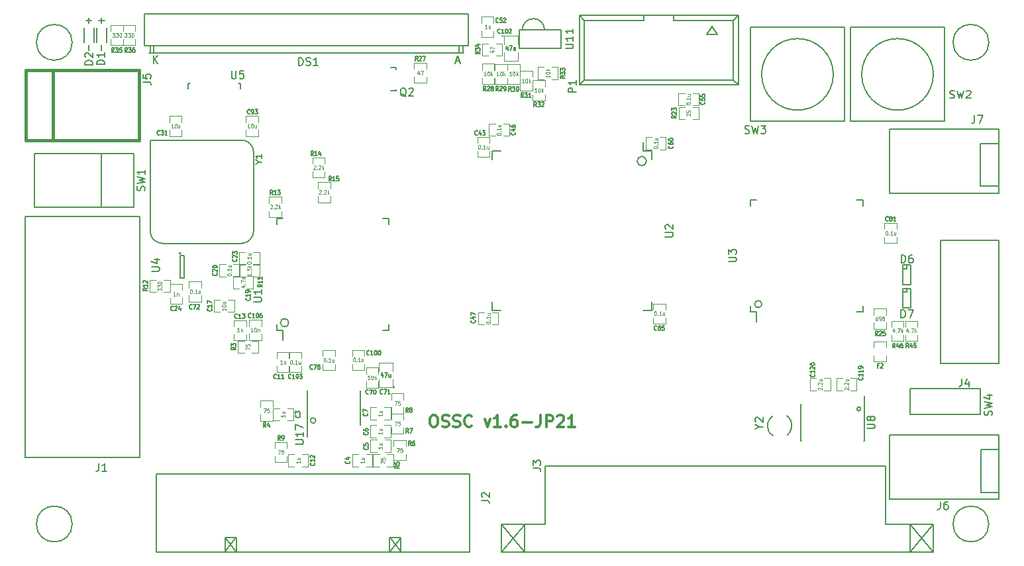
<source format=gto>
G04 #@! TF.FileFunction,Legend,Top*
%FSLAX46Y46*%
G04 Gerber Fmt 4.6, Leading zero omitted, Abs format (unit mm)*
G04 Created by KiCad (PCBNEW 4.0.5+dfsg1-4) date Fri Apr 14 11:33:04 2017*
%MOMM*%
%LPD*%
G01*
G04 APERTURE LIST*
%ADD10C,0.150000*%
%ADD11C,0.300000*%
%ADD12C,0.381000*%
%ADD13C,0.099060*%
%ADD14C,0.119380*%
%ADD15C,0.203200*%
%ADD16C,0.127000*%
%ADD17C,0.114300*%
G04 APERTURE END LIST*
D10*
D11*
X59501430Y-68288571D02*
X59787144Y-68288571D01*
X59930002Y-68360000D01*
X60072859Y-68502857D01*
X60144287Y-68788571D01*
X60144287Y-69288571D01*
X60072859Y-69574286D01*
X59930002Y-69717143D01*
X59787144Y-69788571D01*
X59501430Y-69788571D01*
X59358573Y-69717143D01*
X59215716Y-69574286D01*
X59144287Y-69288571D01*
X59144287Y-68788571D01*
X59215716Y-68502857D01*
X59358573Y-68360000D01*
X59501430Y-68288571D01*
X60715716Y-69717143D02*
X60930002Y-69788571D01*
X61287145Y-69788571D01*
X61430002Y-69717143D01*
X61501431Y-69645714D01*
X61572859Y-69502857D01*
X61572859Y-69360000D01*
X61501431Y-69217143D01*
X61430002Y-69145714D01*
X61287145Y-69074286D01*
X61001431Y-69002857D01*
X60858573Y-68931429D01*
X60787145Y-68860000D01*
X60715716Y-68717143D01*
X60715716Y-68574286D01*
X60787145Y-68431429D01*
X60858573Y-68360000D01*
X61001431Y-68288571D01*
X61358573Y-68288571D01*
X61572859Y-68360000D01*
X62144287Y-69717143D02*
X62358573Y-69788571D01*
X62715716Y-69788571D01*
X62858573Y-69717143D01*
X62930002Y-69645714D01*
X63001430Y-69502857D01*
X63001430Y-69360000D01*
X62930002Y-69217143D01*
X62858573Y-69145714D01*
X62715716Y-69074286D01*
X62430002Y-69002857D01*
X62287144Y-68931429D01*
X62215716Y-68860000D01*
X62144287Y-68717143D01*
X62144287Y-68574286D01*
X62215716Y-68431429D01*
X62287144Y-68360000D01*
X62430002Y-68288571D01*
X62787144Y-68288571D01*
X63001430Y-68360000D01*
X64501430Y-69645714D02*
X64430001Y-69717143D01*
X64215715Y-69788571D01*
X64072858Y-69788571D01*
X63858573Y-69717143D01*
X63715715Y-69574286D01*
X63644287Y-69431429D01*
X63572858Y-69145714D01*
X63572858Y-68931429D01*
X63644287Y-68645714D01*
X63715715Y-68502857D01*
X63858573Y-68360000D01*
X64072858Y-68288571D01*
X64215715Y-68288571D01*
X64430001Y-68360000D01*
X64501430Y-68431429D01*
X66144287Y-68788571D02*
X66501430Y-69788571D01*
X66858572Y-68788571D01*
X68215715Y-69788571D02*
X67358572Y-69788571D01*
X67787144Y-69788571D02*
X67787144Y-68288571D01*
X67644287Y-68502857D01*
X67501429Y-68645714D01*
X67358572Y-68717143D01*
X68858572Y-69645714D02*
X68930000Y-69717143D01*
X68858572Y-69788571D01*
X68787143Y-69717143D01*
X68858572Y-69645714D01*
X68858572Y-69788571D01*
X70215715Y-68288571D02*
X69930001Y-68288571D01*
X69787144Y-68360000D01*
X69715715Y-68431429D01*
X69572858Y-68645714D01*
X69501429Y-68931429D01*
X69501429Y-69502857D01*
X69572858Y-69645714D01*
X69644286Y-69717143D01*
X69787144Y-69788571D01*
X70072858Y-69788571D01*
X70215715Y-69717143D01*
X70287144Y-69645714D01*
X70358572Y-69502857D01*
X70358572Y-69145714D01*
X70287144Y-69002857D01*
X70215715Y-68931429D01*
X70072858Y-68860000D01*
X69787144Y-68860000D01*
X69644286Y-68931429D01*
X69572858Y-69002857D01*
X69501429Y-69145714D01*
X71001429Y-69217143D02*
X72144286Y-69217143D01*
X73287143Y-68288571D02*
X73287143Y-69360000D01*
X73215715Y-69574286D01*
X73072858Y-69717143D01*
X72858572Y-69788571D01*
X72715715Y-69788571D01*
X74001429Y-69788571D02*
X74001429Y-68288571D01*
X74572857Y-68288571D01*
X74715715Y-68360000D01*
X74787143Y-68431429D01*
X74858572Y-68574286D01*
X74858572Y-68788571D01*
X74787143Y-68931429D01*
X74715715Y-69002857D01*
X74572857Y-69074286D01*
X74001429Y-69074286D01*
X75430000Y-68431429D02*
X75501429Y-68360000D01*
X75644286Y-68288571D01*
X76001429Y-68288571D01*
X76144286Y-68360000D01*
X76215715Y-68431429D01*
X76287143Y-68574286D01*
X76287143Y-68717143D01*
X76215715Y-68931429D01*
X75358572Y-69788571D01*
X76287143Y-69788571D01*
X77715714Y-69788571D02*
X76858571Y-69788571D01*
X77287143Y-69788571D02*
X77287143Y-68288571D01*
X77144286Y-68502857D01*
X77001428Y-68645714D01*
X76858571Y-68717143D01*
D10*
X114222000Y-67480000D02*
G75*
G03X114222000Y-67480000I-250000J0D01*
G01*
X114647000Y-71555000D02*
X114622000Y-71555000D01*
X106597000Y-71555000D02*
X106622000Y-71555000D01*
X106597000Y-66905000D02*
X106622000Y-66905000D01*
X114697000Y-65830000D02*
X114697000Y-71555000D01*
X106597000Y-66905000D02*
X106597000Y-71555000D01*
X70967940Y-18952580D02*
G75*
G02X72354780Y-17580980I1379220J-7620D01*
G01*
X73787340Y-18952580D02*
G75*
G03X72400500Y-17580980I-1379220J-7620D01*
G01*
X75914100Y-18960500D02*
X75914100Y-21360500D01*
X75914100Y-21360500D02*
X70614100Y-21360500D01*
X70614100Y-21360500D02*
X70614100Y-18960500D01*
X70614100Y-18960500D02*
X75914100Y-18960500D01*
X97925000Y-25400000D02*
X98560000Y-26035000D01*
X97925000Y-17780000D02*
X98560000Y-17145000D01*
X78875000Y-17780000D02*
X78240000Y-17145000D01*
X78875000Y-25400000D02*
X78240000Y-26035000D01*
X86495000Y-17145000D02*
X86495000Y-17780000D01*
X86495000Y-17780000D02*
X78875000Y-17780000D01*
X78875000Y-17780000D02*
X78875000Y-25400000D01*
X78875000Y-25400000D02*
X97925000Y-25400000D01*
X97925000Y-25400000D02*
X97925000Y-17780000D01*
X97925000Y-17780000D02*
X90305000Y-17780000D01*
X90305000Y-17780000D02*
X90305000Y-17145000D01*
X98560000Y-17145000D02*
X78240000Y-17145000D01*
X78240000Y-26035000D02*
X98560000Y-26035000D01*
X98560000Y-26035000D02*
X98560000Y-17145000D01*
X78240000Y-26035000D02*
X78240000Y-17145000D01*
X95898080Y-19621500D02*
X95199580Y-18552160D01*
X95199580Y-18552160D02*
X94498540Y-19621500D01*
X94498540Y-19621500D02*
X95898080Y-19621500D01*
X13416000Y-20600000D02*
G75*
G03X13416000Y-20600000I-2286000J0D01*
G01*
X13416000Y-82200000D02*
G75*
G03X13416000Y-82200000I-2286000J0D01*
G01*
X130586000Y-82200000D02*
G75*
G03X130586000Y-82200000I-2286000J0D01*
G01*
X130586000Y-20600000D02*
G75*
G03X130586000Y-20600000I-2286000J0D01*
G01*
X35074500Y-33095300D02*
X23390500Y-33095300D01*
X23390500Y-33095300D02*
X23390500Y-44779300D01*
X36598500Y-44779300D02*
X36598500Y-34619300D01*
X35074500Y-46303300D02*
X24914500Y-46303300D01*
X35074500Y-46303300D02*
G75*
G03X36598500Y-44779300I0J1524000D01*
G01*
X23390500Y-44779300D02*
G75*
G03X24914500Y-46303300I1524000J0D01*
G01*
X36598500Y-34619300D02*
G75*
G03X35074500Y-33095300I-1524000J0D01*
G01*
X27293300Y-47587800D02*
G75*
G03X27293300Y-47587800I-100000J0D01*
G01*
X27743300Y-47837800D02*
X27243300Y-47837800D01*
X27743300Y-50737800D02*
X27743300Y-47837800D01*
X27243300Y-50737800D02*
X27743300Y-50737800D01*
X27243300Y-47837800D02*
X27243300Y-50737800D01*
X22025500Y-73695400D02*
X22025500Y-42895400D01*
X22025500Y-73695400D02*
X7445500Y-73695400D01*
X7445500Y-73695400D02*
X7445500Y-42895400D01*
X7445500Y-42895400D02*
X22025500Y-42895400D01*
X34692260Y-25834820D02*
X34644000Y-25834820D01*
X28256000Y-26525700D02*
X28256000Y-25824660D01*
X28256000Y-25824660D02*
X28504920Y-25824660D01*
X34692260Y-25834820D02*
X34892920Y-25834820D01*
X34892920Y-25834820D02*
X34892920Y-26535860D01*
X54142200Y-23829180D02*
X54843240Y-23829180D01*
X54843240Y-23829180D02*
X54843240Y-24078100D01*
X54843240Y-26628160D02*
X54843240Y-26828820D01*
X54843240Y-26828820D02*
X54142200Y-26828820D01*
X44555758Y-68962300D02*
G75*
G03X44555758Y-68962300I-339838J0D01*
G01*
X50263000Y-69549000D02*
X50263000Y-65099000D01*
X43513000Y-71074000D02*
X43513000Y-65099000D01*
X101563308Y-54084900D02*
G75*
G03X101563308Y-54084900I-450748J0D01*
G01*
X100125000Y-55075000D02*
X100925000Y-55075000D01*
X100125000Y-40725000D02*
X100925000Y-40725000D01*
X114475000Y-40725000D02*
X113675000Y-40725000D01*
X114475000Y-55075000D02*
X113675000Y-55075000D01*
X100125000Y-55075000D02*
X100125000Y-54275000D01*
X114475000Y-55075000D02*
X114475000Y-54275000D01*
X114475000Y-40725000D02*
X114475000Y-41525000D01*
X100125000Y-40725000D02*
X100125000Y-41525000D01*
X100925000Y-55075000D02*
X100925000Y-56350000D01*
X68262940Y-85763280D02*
X71229660Y-82296180D01*
X68255320Y-82280940D02*
X71227120Y-85760740D01*
X120521920Y-85778520D02*
X123511500Y-82275860D01*
X120514300Y-82273320D02*
X123501340Y-85765820D01*
X68244600Y-85771200D02*
X68244600Y-82271200D01*
X123514600Y-82271200D02*
X123514600Y-85771200D01*
X123514600Y-85771200D02*
X68244600Y-85771200D01*
X71244600Y-85771200D02*
X71244600Y-82271200D01*
X73859600Y-82271200D02*
X68244600Y-82271200D01*
X73859600Y-82271200D02*
X73859600Y-74821200D01*
X73859600Y-74821200D02*
X117359600Y-74821200D01*
X117359600Y-74821200D02*
X117359600Y-82271200D01*
X117359600Y-82271200D02*
X123514600Y-82271200D01*
X120514600Y-82271200D02*
X120514600Y-85771200D01*
X110710050Y-24700000D02*
G75*
G03X110710050Y-24700000I-4579050J0D01*
G01*
X100131000Y-30700000D02*
X100131000Y-18700000D01*
X100131000Y-18700000D02*
X112131000Y-18700000D01*
X112131000Y-18700000D02*
X112131000Y-30700000D01*
X112131000Y-30700000D02*
X100131000Y-30700000D01*
X123497050Y-24700000D02*
G75*
G03X123497050Y-24700000I-4579050J0D01*
G01*
X112918000Y-30700000D02*
X112918000Y-18700000D01*
X112918000Y-18700000D02*
X124918000Y-18700000D01*
X124918000Y-18700000D02*
X124918000Y-30700000D01*
X124918000Y-30700000D02*
X112918000Y-30700000D01*
X53997860Y-85758920D02*
X55410100Y-83998700D01*
X54020720Y-83975840D02*
X55410100Y-85713200D01*
X32941260Y-85746220D02*
X34361120Y-83978380D01*
X32946340Y-83952980D02*
X34368740Y-85723360D01*
X34368740Y-85723360D02*
X34373820Y-85736060D01*
X55446000Y-83947900D02*
X55446000Y-85753840D01*
X53996000Y-83947900D02*
X55446000Y-83947900D01*
X53996000Y-85769080D02*
X53996000Y-83947900D01*
X32946000Y-85769080D02*
X32946000Y-83947900D01*
X32946000Y-83947900D02*
X34396000Y-83947900D01*
X34396000Y-83947900D02*
X34396000Y-85753840D01*
X24196000Y-85776200D02*
X24196000Y-75776200D01*
X24196000Y-75776200D02*
X64196000Y-75776200D01*
X64196000Y-75776200D02*
X64196000Y-85776200D01*
X24196000Y-85776200D02*
X64196000Y-85776200D01*
D12*
X11001500Y-24148120D02*
X11001500Y-33149880D01*
X7501380Y-24148120D02*
X7501380Y-33149880D01*
X7501380Y-33149880D02*
X22002240Y-33149880D01*
X22002240Y-33149880D02*
X22002240Y-24148120D01*
X22002240Y-24148120D02*
X7501380Y-24148120D01*
D10*
X17542220Y-17822880D02*
X16810700Y-17822880D01*
X17171380Y-18186100D02*
X17171380Y-17454580D01*
X17171380Y-21640500D02*
X17171380Y-20908980D01*
X17805200Y-20645000D02*
X17805200Y-18745000D01*
X16552800Y-20645000D02*
X16552800Y-18745000D01*
X15912220Y-17822880D02*
X15180700Y-17822880D01*
X15541380Y-18186100D02*
X15541380Y-17454580D01*
X15541380Y-21640500D02*
X15541380Y-20908980D01*
X16175200Y-20645000D02*
X16175200Y-18745000D01*
X14922800Y-20645000D02*
X14922800Y-18745000D01*
D13*
X68597380Y-19796360D02*
G75*
G03X68597380Y-19796360I-127000J0D01*
G01*
X68594840Y-20853000D02*
X68594840Y-19773500D01*
X68605000Y-19763340D02*
X70383000Y-19763340D01*
X70393160Y-19773500D02*
X70393160Y-20853000D01*
X70393160Y-21869000D02*
X70393160Y-22948500D01*
X70383000Y-22958660D02*
X68605000Y-22958660D01*
X68594840Y-22948500D02*
X68594840Y-21869000D01*
X54688620Y-64719640D02*
G75*
G03X54688620Y-64719640I-127000J0D01*
G01*
X54437160Y-63663000D02*
X54437160Y-64742500D01*
X54427000Y-64752660D02*
X52649000Y-64752660D01*
X52638840Y-64742500D02*
X52638840Y-63663000D01*
X52638840Y-62647000D02*
X52638840Y-61567500D01*
X52649000Y-61557340D02*
X54427000Y-61557340D01*
X54437160Y-61567500D02*
X54437160Y-62647000D01*
D14*
X39047760Y-67215120D02*
X39047760Y-66432800D01*
X39047760Y-68215880D02*
X39047760Y-68998200D01*
X37478040Y-67215120D02*
X37478040Y-66432800D01*
X37478040Y-68998200D02*
X37478040Y-68215880D01*
X37500900Y-66425180D02*
X39024900Y-66425180D01*
X39024900Y-69005820D02*
X37500900Y-69005820D01*
X53673080Y-74863060D02*
X54455400Y-74863060D01*
X52672320Y-74863060D02*
X51890000Y-74863060D01*
X53673080Y-73293340D02*
X54455400Y-73293340D01*
X51890000Y-73293340D02*
X52672320Y-73293340D01*
X54463020Y-73316200D02*
X54463020Y-74840200D01*
X51882380Y-74840200D02*
X51882380Y-73316200D01*
X54496040Y-73270480D02*
X54496040Y-74052800D01*
X54496040Y-72269720D02*
X54496040Y-71487400D01*
X56065760Y-73270480D02*
X56065760Y-74052800D01*
X56065760Y-71487400D02*
X56065760Y-72269720D01*
X56042900Y-74060420D02*
X54518900Y-74060420D01*
X54518900Y-71479780D02*
X56042900Y-71479780D01*
X55786360Y-68866120D02*
X55786360Y-68083800D01*
X55786360Y-69866880D02*
X55786360Y-70649200D01*
X54216640Y-68866120D02*
X54216640Y-68083800D01*
X54216640Y-70649200D02*
X54216640Y-69866880D01*
X54239500Y-68076180D02*
X55763500Y-68076180D01*
X55763500Y-70656820D02*
X54239500Y-70656820D01*
X55781860Y-66284620D02*
X55781860Y-65502300D01*
X55781860Y-67285380D02*
X55781860Y-68067700D01*
X54212140Y-66284620D02*
X54212140Y-65502300D01*
X54212140Y-68067700D02*
X54212140Y-67285380D01*
X54235000Y-65494680D02*
X55759000Y-65494680D01*
X55759000Y-68075320D02*
X54235000Y-68075320D01*
X40888860Y-72514620D02*
X40888860Y-71732300D01*
X40888860Y-73515380D02*
X40888860Y-74297700D01*
X39319140Y-72514620D02*
X39319140Y-71732300D01*
X39319140Y-74297700D02*
X39319140Y-73515380D01*
X39342000Y-71724680D02*
X40866000Y-71724680D01*
X40866000Y-74305320D02*
X39342000Y-74305320D01*
X36563380Y-50563860D02*
X37345700Y-50563860D01*
X35562620Y-50563860D02*
X34780300Y-50563860D01*
X36563380Y-48994140D02*
X37345700Y-48994140D01*
X34780300Y-48994140D02*
X35562620Y-48994140D01*
X37353320Y-49017000D02*
X37353320Y-50541000D01*
X34772680Y-50541000D02*
X34772680Y-49017000D01*
X24135420Y-50979440D02*
X23353100Y-50979440D01*
X25136180Y-50979440D02*
X25918500Y-50979440D01*
X24135420Y-52549160D02*
X23353100Y-52549160D01*
X25918500Y-52549160D02*
X25136180Y-52549160D01*
X23345480Y-52526300D02*
X23345480Y-51002300D01*
X25926120Y-51002300D02*
X25926120Y-52526300D01*
X38585140Y-42156380D02*
X38585140Y-42938700D01*
X38585140Y-41155620D02*
X38585140Y-40373300D01*
X40154860Y-42156380D02*
X40154860Y-42938700D01*
X40154860Y-40373300D02*
X40154860Y-41155620D01*
X40132000Y-42946320D02*
X38608000Y-42946320D01*
X38608000Y-40365680D02*
X40132000Y-40365680D01*
X45715860Y-36105620D02*
X45715860Y-35323300D01*
X45715860Y-37106380D02*
X45715860Y-37888700D01*
X44146140Y-36105620D02*
X44146140Y-35323300D01*
X44146140Y-37888700D02*
X44146140Y-37106380D01*
X44169000Y-35315680D02*
X45693000Y-35315680D01*
X45693000Y-37896320D02*
X44169000Y-37896320D01*
X44831340Y-40275880D02*
X44831340Y-41058200D01*
X44831340Y-39275120D02*
X44831340Y-38492800D01*
X46401060Y-40275880D02*
X46401060Y-41058200D01*
X46401060Y-38492800D02*
X46401060Y-39275120D01*
X46378200Y-41065820D02*
X44854200Y-41065820D01*
X44854200Y-38485180D02*
X46378200Y-38485180D01*
X92725580Y-30451160D02*
X93507900Y-30451160D01*
X91724820Y-30451160D02*
X90942500Y-30451160D01*
X92725580Y-28881440D02*
X93507900Y-28881440D01*
X90942500Y-28881440D02*
X91724820Y-28881440D01*
X93515520Y-28904300D02*
X93515520Y-30428300D01*
X90934880Y-30428300D02*
X90934880Y-28904300D01*
X115908140Y-56461380D02*
X115908140Y-57243700D01*
X115908140Y-55460620D02*
X115908140Y-54678300D01*
X117477860Y-56461380D02*
X117477860Y-57243700D01*
X117477860Y-54678300D02*
X117477860Y-55460620D01*
X117455000Y-57251320D02*
X115931000Y-57251320D01*
X115931000Y-54670680D02*
X117455000Y-54670680D01*
X67394160Y-24136720D02*
X67394160Y-23354400D01*
X67394160Y-25137480D02*
X67394160Y-25919800D01*
X65824440Y-24136720D02*
X65824440Y-23354400D01*
X65824440Y-25919800D02*
X65824440Y-25137480D01*
X65847300Y-23346780D02*
X67371300Y-23346780D01*
X67371300Y-25927420D02*
X65847300Y-25927420D01*
X69007060Y-24149420D02*
X69007060Y-23367100D01*
X69007060Y-25150180D02*
X69007060Y-25932500D01*
X67437340Y-24149420D02*
X67437340Y-23367100D01*
X67437340Y-25932500D02*
X67437340Y-25150180D01*
X67460200Y-23359480D02*
X68984200Y-23359480D01*
X68984200Y-25940120D02*
X67460200Y-25940120D01*
X70619960Y-24149420D02*
X70619960Y-23367100D01*
X70619960Y-25150180D02*
X70619960Y-25932500D01*
X69050240Y-24149420D02*
X69050240Y-23367100D01*
X69050240Y-25932500D02*
X69050240Y-25150180D01*
X69073100Y-23359480D02*
X70597100Y-23359480D01*
X70597100Y-25940120D02*
X69073100Y-25940120D01*
X72232860Y-25025720D02*
X72232860Y-24243400D01*
X72232860Y-26026480D02*
X72232860Y-26808800D01*
X70663140Y-25025720D02*
X70663140Y-24243400D01*
X70663140Y-26808800D02*
X70663140Y-26026480D01*
X70686000Y-24235780D02*
X72210000Y-24235780D01*
X72210000Y-26816420D02*
X70686000Y-26816420D01*
X73871160Y-26257620D02*
X73871160Y-25475300D01*
X73871160Y-27258380D02*
X73871160Y-28040700D01*
X72301440Y-26257620D02*
X72301440Y-25475300D01*
X72301440Y-28040700D02*
X72301440Y-27258380D01*
X72324300Y-25467680D02*
X73848300Y-25467680D01*
X73848300Y-28048320D02*
X72324300Y-28048320D01*
X74729680Y-25333060D02*
X75512000Y-25333060D01*
X73728920Y-25333060D02*
X72946600Y-25333060D01*
X74729680Y-23763340D02*
X75512000Y-23763340D01*
X72946600Y-23763340D02*
X73728920Y-23763340D01*
X75519620Y-23786200D02*
X75519620Y-25310200D01*
X72938980Y-25310200D02*
X72938980Y-23786200D01*
X66604220Y-20766140D02*
X65821900Y-20766140D01*
X67604980Y-20766140D02*
X68387300Y-20766140D01*
X66604220Y-22335860D02*
X65821900Y-22335860D01*
X68387300Y-22335860D02*
X67604980Y-22335860D01*
X65814280Y-22313000D02*
X65814280Y-20789000D01*
X68394920Y-20789000D02*
X68394920Y-22313000D01*
X18374140Y-20191380D02*
X18374140Y-20973700D01*
X18374140Y-19190620D02*
X18374140Y-18408300D01*
X19943860Y-20191380D02*
X19943860Y-20973700D01*
X19943860Y-18408300D02*
X19943860Y-19190620D01*
X19921000Y-20981320D02*
X18397000Y-20981320D01*
X18397000Y-18400680D02*
X19921000Y-18400680D01*
X19924140Y-20187380D02*
X19924140Y-20969700D01*
X19924140Y-19186620D02*
X19924140Y-18404300D01*
X21493860Y-20187380D02*
X21493860Y-20969700D01*
X21493860Y-18404300D02*
X21493860Y-19186620D01*
X21471000Y-20977320D02*
X19947000Y-20977320D01*
X19947000Y-18396680D02*
X21471000Y-18396680D01*
X57127140Y-25016380D02*
X57127140Y-25798700D01*
X57127140Y-24015620D02*
X57127140Y-23233300D01*
X58696860Y-25016380D02*
X58696860Y-25798700D01*
X58696860Y-23233300D02*
X58696860Y-24015620D01*
X58674000Y-25806320D02*
X57150000Y-25806320D01*
X57150000Y-23225680D02*
X58674000Y-23225680D01*
X36401080Y-60321560D02*
X37183400Y-60321560D01*
X35400320Y-60321560D02*
X34618000Y-60321560D01*
X36401080Y-58751840D02*
X37183400Y-58751840D01*
X34618000Y-58751840D02*
X35400320Y-58751840D01*
X37191020Y-58774700D02*
X37191020Y-60298700D01*
X34610380Y-60298700D02*
X34610380Y-58774700D01*
X117474860Y-59639620D02*
X117474860Y-58857300D01*
X117474860Y-60640380D02*
X117474860Y-61422700D01*
X115905140Y-59639620D02*
X115905140Y-58857300D01*
X115905140Y-61422700D02*
X115905140Y-60640380D01*
X115928000Y-58849680D02*
X117452000Y-58849680D01*
X117452000Y-61430320D02*
X115928000Y-61430320D01*
X121474860Y-56999620D02*
X121474860Y-56217300D01*
X121474860Y-58000380D02*
X121474860Y-58782700D01*
X119905140Y-56999620D02*
X119905140Y-56217300D01*
X119905140Y-58782700D02*
X119905140Y-58000380D01*
X119928000Y-56209680D02*
X121452000Y-56209680D01*
X121452000Y-58790320D02*
X119928000Y-58790320D01*
X119714860Y-56999620D02*
X119714860Y-56217300D01*
X119714860Y-58000380D02*
X119714860Y-58782700D01*
X118145140Y-56999620D02*
X118145140Y-56217300D01*
X118145140Y-58782700D02*
X118145140Y-58000380D01*
X118168000Y-56209680D02*
X119692000Y-56209680D01*
X119692000Y-58790320D02*
X118168000Y-58790320D01*
X40896880Y-68957560D02*
X41679200Y-68957560D01*
X39896120Y-68957560D02*
X39113800Y-68957560D01*
X40896880Y-67387840D02*
X41679200Y-67387840D01*
X39113800Y-67387840D02*
X39896120Y-67387840D01*
X41686820Y-67410700D02*
X41686820Y-68934700D01*
X39106180Y-68934700D02*
X39106180Y-67410700D01*
X50018020Y-73281140D02*
X49235700Y-73281140D01*
X51018780Y-73281140D02*
X51801100Y-73281140D01*
X50018020Y-74850860D02*
X49235700Y-74850860D01*
X51801100Y-74850860D02*
X51018780Y-74850860D01*
X49228080Y-74828000D02*
X49228080Y-73304000D01*
X51808720Y-73304000D02*
X51808720Y-74828000D01*
X52342120Y-71439140D02*
X51559800Y-71439140D01*
X53342880Y-71439140D02*
X54125200Y-71439140D01*
X52342120Y-73008860D02*
X51559800Y-73008860D01*
X54125200Y-73008860D02*
X53342880Y-73008860D01*
X51552180Y-72986000D02*
X51552180Y-71462000D01*
X54132820Y-71462000D02*
X54132820Y-72986000D01*
X52316720Y-69572240D02*
X51534400Y-69572240D01*
X53317480Y-69572240D02*
X54099800Y-69572240D01*
X52316720Y-71141960D02*
X51534400Y-71141960D01*
X54099800Y-71141960D02*
X53317480Y-71141960D01*
X51526780Y-71119100D02*
X51526780Y-69595100D01*
X54107420Y-69595100D02*
X54107420Y-71119100D01*
X52316720Y-67273540D02*
X51534400Y-67273540D01*
X53317480Y-67273540D02*
X54099800Y-67273540D01*
X52316720Y-68843260D02*
X51534400Y-68843260D01*
X54099800Y-68843260D02*
X53317480Y-68843260D01*
X51526780Y-68820400D02*
X51526780Y-67296400D01*
X54107420Y-67296400D02*
X54107420Y-68820400D01*
X41143260Y-61004820D02*
X41143260Y-60222500D01*
X41143260Y-62005580D02*
X41143260Y-62787900D01*
X39573540Y-61004820D02*
X39573540Y-60222500D01*
X39573540Y-62787900D02*
X39573540Y-62005580D01*
X39596400Y-60214880D02*
X41120400Y-60214880D01*
X41120400Y-62795520D02*
X39596400Y-62795520D01*
X42801380Y-74850860D02*
X43583700Y-74850860D01*
X41800620Y-74850860D02*
X41018300Y-74850860D01*
X42801380Y-73281140D02*
X43583700Y-73281140D01*
X41018300Y-73281140D02*
X41800620Y-73281140D01*
X43591320Y-73304000D02*
X43591320Y-74828000D01*
X41010680Y-74828000D02*
X41010680Y-73304000D01*
X35656860Y-56915420D02*
X35656860Y-56133100D01*
X35656860Y-57916180D02*
X35656860Y-58698500D01*
X34087140Y-56915420D02*
X34087140Y-56133100D01*
X34087140Y-58698500D02*
X34087140Y-57916180D01*
X34110000Y-56125480D02*
X35634000Y-56125480D01*
X35634000Y-58706120D02*
X34110000Y-58706120D01*
X33340380Y-55101860D02*
X34122700Y-55101860D01*
X32339620Y-55101860D02*
X31557300Y-55101860D01*
X33340380Y-53532140D02*
X34122700Y-53532140D01*
X31557300Y-53532140D02*
X32339620Y-53532140D01*
X34130320Y-53555000D02*
X34130320Y-55079000D01*
X31549680Y-55079000D02*
X31549680Y-53555000D01*
X34776620Y-50498140D02*
X33994300Y-50498140D01*
X35777380Y-50498140D02*
X36559700Y-50498140D01*
X34776620Y-52067860D02*
X33994300Y-52067860D01*
X36559700Y-52067860D02*
X35777380Y-52067860D01*
X33986680Y-52045000D02*
X33986680Y-50521000D01*
X36567320Y-50521000D02*
X36567320Y-52045000D01*
X34028380Y-50563860D02*
X34810700Y-50563860D01*
X33027620Y-50563860D02*
X32245300Y-50563860D01*
X34028380Y-48994140D02*
X34810700Y-48994140D01*
X32245300Y-48994140D02*
X33027620Y-48994140D01*
X34818320Y-49017000D02*
X34818320Y-50541000D01*
X32237680Y-50541000D02*
X32237680Y-49017000D01*
X35561620Y-47480140D02*
X34779300Y-47480140D01*
X36562380Y-47480140D02*
X37344700Y-47480140D01*
X35561620Y-49049860D02*
X34779300Y-49049860D01*
X37344700Y-49049860D02*
X36562380Y-49049860D01*
X34771680Y-49027000D02*
X34771680Y-47503000D01*
X37352320Y-47503000D02*
X37352320Y-49027000D01*
X25921040Y-53280680D02*
X25921040Y-54063000D01*
X25921040Y-52279920D02*
X25921040Y-51497600D01*
X27490760Y-53280680D02*
X27490760Y-54063000D01*
X27490760Y-51497600D02*
X27490760Y-52279920D01*
X27467900Y-54070620D02*
X25943900Y-54070620D01*
X25943900Y-51489980D02*
X27467900Y-51489980D01*
X27429860Y-30812620D02*
X27429860Y-30030300D01*
X27429860Y-31813380D02*
X27429860Y-32595700D01*
X25860140Y-30812620D02*
X25860140Y-30030300D01*
X25860140Y-32595700D02*
X25860140Y-31813380D01*
X25883000Y-30022680D02*
X27407000Y-30022680D01*
X27407000Y-32603320D02*
X25883000Y-32603320D01*
X66784860Y-33499620D02*
X66784860Y-32717300D01*
X66784860Y-34500380D02*
X66784860Y-35282700D01*
X65215140Y-33499620D02*
X65215140Y-32717300D01*
X65215140Y-35282700D02*
X65215140Y-34500380D01*
X65238000Y-32709680D02*
X66762000Y-32709680D01*
X66762000Y-35290320D02*
X65238000Y-35290320D01*
X67499620Y-31015140D02*
X66717300Y-31015140D01*
X68500380Y-31015140D02*
X69282700Y-31015140D01*
X67499620Y-32584860D02*
X66717300Y-32584860D01*
X69282700Y-32584860D02*
X68500380Y-32584860D01*
X66709680Y-32562000D02*
X66709680Y-31038000D01*
X69290320Y-31038000D02*
X69290320Y-32562000D01*
X66099620Y-55115140D02*
X65317300Y-55115140D01*
X67100380Y-55115140D02*
X67882700Y-55115140D01*
X66099620Y-56684860D02*
X65317300Y-56684860D01*
X67882700Y-56684860D02*
X67100380Y-56684860D01*
X65309680Y-56662000D02*
X65309680Y-55138000D01*
X67890320Y-55138000D02*
X67890320Y-56662000D01*
X65735540Y-19130380D02*
X65735540Y-19912700D01*
X65735540Y-18129620D02*
X65735540Y-17347300D01*
X67305260Y-19130380D02*
X67305260Y-19912700D01*
X67305260Y-17347300D02*
X67305260Y-18129620D01*
X67282400Y-19920320D02*
X65758400Y-19920320D01*
X65758400Y-17339680D02*
X67282400Y-17339680D01*
X91712120Y-27103440D02*
X90929800Y-27103440D01*
X92712880Y-27103440D02*
X93495200Y-27103440D01*
X91712120Y-28673160D02*
X90929800Y-28673160D01*
X93495200Y-28673160D02*
X92712880Y-28673160D01*
X90922180Y-28650300D02*
X90922180Y-27126300D01*
X93502820Y-27126300D02*
X93502820Y-28650300D01*
X88521380Y-34282860D02*
X89303700Y-34282860D01*
X87520620Y-34282860D02*
X86738300Y-34282860D01*
X88521380Y-32713140D02*
X89303700Y-32713140D01*
X86738300Y-32713140D02*
X87520620Y-32713140D01*
X89311320Y-32736000D02*
X89311320Y-34260000D01*
X86730680Y-34260000D02*
X86730680Y-32736000D01*
X87715140Y-55800380D02*
X87715140Y-56582700D01*
X87715140Y-54799620D02*
X87715140Y-54017300D01*
X89284860Y-55800380D02*
X89284860Y-56582700D01*
X89284860Y-54017300D02*
X89284860Y-54799620D01*
X89262000Y-56590320D02*
X87738000Y-56590320D01*
X87738000Y-54009680D02*
X89262000Y-54009680D01*
X117255140Y-45510380D02*
X117255140Y-46292700D01*
X117255140Y-44509620D02*
X117255140Y-43727300D01*
X118824860Y-45510380D02*
X118824860Y-46292700D01*
X118824860Y-43727300D02*
X118824860Y-44509620D01*
X118802000Y-46300320D02*
X117278000Y-46300320D01*
X117278000Y-43719680D02*
X118802000Y-43719680D01*
X37189860Y-30817620D02*
X37189860Y-30035300D01*
X37189860Y-31818380D02*
X37189860Y-32600700D01*
X35620140Y-30817620D02*
X35620140Y-30035300D01*
X35620140Y-32600700D02*
X35620140Y-31818380D01*
X35643000Y-30027680D02*
X37167000Y-30027680D01*
X37167000Y-32608320D02*
X35643000Y-32608320D01*
X52547860Y-62989620D02*
X52547860Y-62207300D01*
X52547860Y-63990380D02*
X52547860Y-64772700D01*
X50978140Y-62989620D02*
X50978140Y-62207300D01*
X50978140Y-64772700D02*
X50978140Y-63990380D01*
X51001000Y-62199680D02*
X52525000Y-62199680D01*
X52525000Y-64780320D02*
X51001000Y-64780320D01*
X28359440Y-52975880D02*
X28359440Y-53758200D01*
X28359440Y-51975120D02*
X28359440Y-51192800D01*
X29929160Y-52975880D02*
X29929160Y-53758200D01*
X29929160Y-51192800D02*
X29929160Y-51975120D01*
X29906300Y-53765820D02*
X28382300Y-53765820D01*
X28382300Y-51185180D02*
X29906300Y-51185180D01*
X47010660Y-60750820D02*
X47010660Y-59968500D01*
X47010660Y-61751580D02*
X47010660Y-62533900D01*
X45440940Y-60750820D02*
X45440940Y-59968500D01*
X45440940Y-62533900D02*
X45440940Y-61751580D01*
X45463800Y-59960880D02*
X46987800Y-59960880D01*
X46987800Y-62541520D02*
X45463800Y-62541520D01*
X50769860Y-60725420D02*
X50769860Y-59943100D01*
X50769860Y-61726180D02*
X50769860Y-62508500D01*
X49200140Y-60725420D02*
X49200140Y-59943100D01*
X49200140Y-62508500D02*
X49200140Y-61726180D01*
X49223000Y-59935480D02*
X50747000Y-59935480D01*
X50747000Y-62516120D02*
X49223000Y-62516120D01*
X42743460Y-61004820D02*
X42743460Y-60222500D01*
X42743460Y-62005580D02*
X42743460Y-62787900D01*
X41173740Y-61004820D02*
X41173740Y-60222500D01*
X41173740Y-62787900D02*
X41173740Y-62005580D01*
X41196600Y-60214880D02*
X42720600Y-60214880D01*
X42720600Y-62795520D02*
X41196600Y-62795520D01*
X36042940Y-57890780D02*
X36042940Y-58673100D01*
X36042940Y-56890020D02*
X36042940Y-56107700D01*
X37612660Y-57890780D02*
X37612660Y-58673100D01*
X37612660Y-56107700D02*
X37612660Y-56890020D01*
X37589800Y-58680720D02*
X36065800Y-58680720D01*
X36065800Y-56100080D02*
X37589800Y-56100080D01*
D10*
X131874400Y-72707400D02*
X129550300Y-72707400D01*
X129550300Y-72707400D02*
X129547760Y-78173480D01*
X129547760Y-78173480D02*
X131902340Y-78173480D01*
X131906000Y-79030000D02*
X131906000Y-70830000D01*
X131906000Y-70830000D02*
X117906000Y-70830000D01*
X117906000Y-70830000D02*
X117906000Y-79030000D01*
X117906000Y-79030000D02*
X131906000Y-79030000D01*
X21316000Y-34868000D02*
X21316000Y-41728000D01*
X21316000Y-41728000D02*
X8616000Y-41728000D01*
X8616000Y-41728000D02*
X8616000Y-34868000D01*
X8616000Y-34868000D02*
X21316000Y-34868000D01*
X17180880Y-41728000D02*
X17180880Y-34868000D01*
X22675200Y-21050620D02*
X22675200Y-17006940D01*
X64082280Y-21050620D02*
X64082280Y-17006940D01*
X64076200Y-21050280D02*
X22676200Y-21050280D01*
X64076200Y-17006600D02*
X22676200Y-17006600D01*
X23373700Y-21048080D02*
X23373700Y-21939620D01*
X23866460Y-21939620D02*
X23866460Y-21048080D01*
X63376160Y-21939620D02*
X63376160Y-21048080D01*
X62883400Y-21048080D02*
X62883400Y-21939620D01*
X63476200Y-21950600D02*
X23276200Y-21950600D01*
D14*
X112910380Y-65134860D02*
X113692700Y-65134860D01*
X111909620Y-65134860D02*
X111127300Y-65134860D01*
X112910380Y-63565140D02*
X113692700Y-63565140D01*
X111127300Y-63565140D02*
X111909620Y-63565140D01*
X113700320Y-63588000D02*
X113700320Y-65112000D01*
X111119680Y-65112000D02*
X111119680Y-63588000D01*
X108534620Y-63574140D02*
X107752300Y-63574140D01*
X109535380Y-63574140D02*
X110317700Y-63574140D01*
X108534620Y-65143860D02*
X107752300Y-65143860D01*
X110317700Y-65143860D02*
X109535380Y-65143860D01*
X107744680Y-65121000D02*
X107744680Y-63597000D01*
X110325320Y-63597000D02*
X110325320Y-65121000D01*
D10*
X131866400Y-33553400D02*
X129542300Y-33553400D01*
X129542300Y-33553400D02*
X129539760Y-39019480D01*
X129539760Y-39019480D02*
X131894340Y-39019480D01*
X131898000Y-39876000D02*
X131898000Y-31676000D01*
X131898000Y-31676000D02*
X117898000Y-31676000D01*
X117898000Y-31676000D02*
X117898000Y-39876000D01*
X117898000Y-39876000D02*
X131898000Y-39876000D01*
X86820932Y-35782060D02*
G75*
G03X86820932Y-35782060I-590292J0D01*
G01*
X87475000Y-34525000D02*
X86400000Y-34525000D01*
X87475000Y-54875000D02*
X86400000Y-54875000D01*
X67125000Y-54875000D02*
X68200000Y-54875000D01*
X67125000Y-34525000D02*
X68200000Y-34525000D01*
X87475000Y-34525000D02*
X87475000Y-35600000D01*
X67125000Y-34525000D02*
X67125000Y-35600000D01*
X67125000Y-54875000D02*
X67125000Y-53800000D01*
X87475000Y-54875000D02*
X87475000Y-53800000D01*
X86400000Y-34525000D02*
X86400000Y-33425000D01*
X41094202Y-56456580D02*
G75*
G03X41094202Y-56456580I-527862J0D01*
G01*
X39561000Y-57467000D02*
X40361000Y-57467000D01*
X39561000Y-43117000D02*
X40361000Y-43117000D01*
X53911000Y-43117000D02*
X53111000Y-43117000D01*
X53911000Y-57467000D02*
X53111000Y-57467000D01*
X39561000Y-57467000D02*
X39561000Y-56667000D01*
X53911000Y-57467000D02*
X53911000Y-56667000D01*
X53911000Y-43117000D02*
X53911000Y-43917000D01*
X39561000Y-43117000D02*
X39561000Y-43917000D01*
X40361000Y-57467000D02*
X40361000Y-58742000D01*
X131900000Y-45950000D02*
X131900000Y-61650000D01*
X131900000Y-61650000D02*
X124400000Y-61650000D01*
X124400000Y-61650000D02*
X124400000Y-45950000D01*
X124400000Y-45950000D02*
X131900000Y-45950000D01*
X129540000Y-64870000D02*
X129540000Y-68170000D01*
X129540000Y-68170000D02*
X120540000Y-68170000D01*
X120540000Y-68170000D02*
X120540000Y-64870000D01*
X120540000Y-64870000D02*
X129540000Y-64870000D01*
X104760160Y-68346520D02*
X105011620Y-68597980D01*
X105011620Y-68597980D02*
X105260540Y-68945960D01*
X105260540Y-68945960D02*
X105410400Y-69497140D01*
X105410400Y-69497140D02*
X105410400Y-69895920D01*
X105410400Y-69895920D02*
X105209740Y-70396300D01*
X105209740Y-70396300D02*
X104861760Y-70797620D01*
X103010100Y-68346520D02*
X102811980Y-68496380D01*
X102811980Y-68496380D02*
X102560520Y-68796100D01*
X102560520Y-68796100D02*
X102359860Y-69248220D01*
X102359860Y-69248220D02*
X102311600Y-69697800D01*
X102311600Y-69697800D02*
X102410660Y-70198180D01*
X102410660Y-70198180D02*
X102611320Y-70546160D01*
X102611320Y-70546160D02*
X102961840Y-70896680D01*
X120120000Y-52118740D02*
X120120000Y-52560000D01*
X120120000Y-52560000D02*
X119662800Y-52560000D01*
X120620000Y-52060000D02*
X120620000Y-54560000D01*
X120620000Y-54560000D02*
X119620000Y-54560000D01*
X119620000Y-54560000D02*
X119620000Y-52060000D01*
X119620000Y-52060000D02*
X120620000Y-52060000D01*
X120120000Y-49118740D02*
X120120000Y-49560000D01*
X120120000Y-49560000D02*
X119662800Y-49560000D01*
X120620000Y-49060000D02*
X120620000Y-51560000D01*
X120620000Y-51560000D02*
X119620000Y-51560000D01*
X119620000Y-51560000D02*
X119620000Y-49060000D01*
X119620000Y-49060000D02*
X120620000Y-49060000D01*
X115024381Y-69991905D02*
X115833905Y-69991905D01*
X115929143Y-69944286D01*
X115976762Y-69896667D01*
X116024381Y-69801429D01*
X116024381Y-69610952D01*
X115976762Y-69515714D01*
X115929143Y-69468095D01*
X115833905Y-69420476D01*
X115024381Y-69420476D01*
X115452952Y-68801429D02*
X115405333Y-68896667D01*
X115357714Y-68944286D01*
X115262476Y-68991905D01*
X115214857Y-68991905D01*
X115119619Y-68944286D01*
X115072000Y-68896667D01*
X115024381Y-68801429D01*
X115024381Y-68610952D01*
X115072000Y-68515714D01*
X115119619Y-68468095D01*
X115214857Y-68420476D01*
X115262476Y-68420476D01*
X115357714Y-68468095D01*
X115405333Y-68515714D01*
X115452952Y-68610952D01*
X115452952Y-68801429D01*
X115500571Y-68896667D01*
X115548190Y-68944286D01*
X115643429Y-68991905D01*
X115833905Y-68991905D01*
X115929143Y-68944286D01*
X115976762Y-68896667D01*
X116024381Y-68801429D01*
X116024381Y-68610952D01*
X115976762Y-68515714D01*
X115929143Y-68468095D01*
X115833905Y-68420476D01*
X115643429Y-68420476D01*
X115548190Y-68468095D01*
X115500571Y-68515714D01*
X115452952Y-68610952D01*
X76462981Y-21402255D02*
X77272505Y-21402255D01*
X77367743Y-21354636D01*
X77415362Y-21307017D01*
X77462981Y-21211779D01*
X77462981Y-21021302D01*
X77415362Y-20926064D01*
X77367743Y-20878445D01*
X77272505Y-20830826D01*
X76462981Y-20830826D01*
X77462981Y-19830826D02*
X77462981Y-20402255D01*
X77462981Y-20116541D02*
X76462981Y-20116541D01*
X76605838Y-20211779D01*
X76701076Y-20307017D01*
X76748695Y-20402255D01*
X77462981Y-18878445D02*
X77462981Y-19449874D01*
X77462981Y-19164160D02*
X76462981Y-19164160D01*
X76605838Y-19259398D01*
X76701076Y-19354636D01*
X76748695Y-19449874D01*
X77856381Y-26989095D02*
X76856381Y-26989095D01*
X76856381Y-26608142D01*
X76904000Y-26512904D01*
X76951619Y-26465285D01*
X77046857Y-26417666D01*
X77189714Y-26417666D01*
X77284952Y-26465285D01*
X77332571Y-26512904D01*
X77380190Y-26608142D01*
X77380190Y-26989095D01*
X77856381Y-25465285D02*
X77856381Y-26036714D01*
X77856381Y-25751000D02*
X76856381Y-25751000D01*
X76999238Y-25846238D01*
X77094476Y-25941476D01*
X77142095Y-26036714D01*
X37265252Y-35889252D02*
X37646205Y-35889252D01*
X36846205Y-36155919D02*
X37265252Y-35889252D01*
X36846205Y-35622585D01*
X37646205Y-34936871D02*
X37646205Y-35394014D01*
X37646205Y-35165443D02*
X36846205Y-35165443D01*
X36960490Y-35241633D01*
X37036681Y-35317824D01*
X37074776Y-35394014D01*
X23577381Y-49864905D02*
X24386905Y-49864905D01*
X24482143Y-49817286D01*
X24529762Y-49769667D01*
X24577381Y-49674429D01*
X24577381Y-49483952D01*
X24529762Y-49388714D01*
X24482143Y-49341095D01*
X24386905Y-49293476D01*
X23577381Y-49293476D01*
X23910714Y-48388714D02*
X24577381Y-48388714D01*
X23529762Y-48626810D02*
X24244048Y-48864905D01*
X24244048Y-48245857D01*
X16827247Y-74450061D02*
X16827247Y-75164347D01*
X16779627Y-75307204D01*
X16684389Y-75402442D01*
X16541532Y-75450061D01*
X16446294Y-75450061D01*
X17827247Y-75450061D02*
X17255818Y-75450061D01*
X17541532Y-75450061D02*
X17541532Y-74450061D01*
X17446294Y-74592918D01*
X17351056Y-74688156D01*
X17255818Y-74735775D01*
X33802095Y-24232381D02*
X33802095Y-25041905D01*
X33849714Y-25137143D01*
X33897333Y-25184762D01*
X33992571Y-25232381D01*
X34183048Y-25232381D01*
X34278286Y-25184762D01*
X34325905Y-25137143D01*
X34373524Y-25041905D01*
X34373524Y-24232381D01*
X35325905Y-24232381D02*
X34849714Y-24232381D01*
X34802095Y-24708571D01*
X34849714Y-24660952D01*
X34944952Y-24613333D01*
X35183048Y-24613333D01*
X35278286Y-24660952D01*
X35325905Y-24708571D01*
X35373524Y-24803810D01*
X35373524Y-25041905D01*
X35325905Y-25137143D01*
X35278286Y-25184762D01*
X35183048Y-25232381D01*
X34944952Y-25232381D01*
X34849714Y-25184762D01*
X34802095Y-25137143D01*
X56109762Y-27552619D02*
X56014524Y-27505000D01*
X55919286Y-27409762D01*
X55776429Y-27266905D01*
X55681190Y-27219286D01*
X55585952Y-27219286D01*
X55633571Y-27457381D02*
X55538333Y-27409762D01*
X55443095Y-27314524D01*
X55395476Y-27124048D01*
X55395476Y-26790714D01*
X55443095Y-26600238D01*
X55538333Y-26505000D01*
X55633571Y-26457381D01*
X55824048Y-26457381D01*
X55919286Y-26505000D01*
X56014524Y-26600238D01*
X56062143Y-26790714D01*
X56062143Y-27124048D01*
X56014524Y-27314524D01*
X55919286Y-27409762D01*
X55824048Y-27457381D01*
X55633571Y-27457381D01*
X56443095Y-26552619D02*
X56490714Y-26505000D01*
X56585952Y-26457381D01*
X56824048Y-26457381D01*
X56919286Y-26505000D01*
X56966905Y-26552619D01*
X57014524Y-26647857D01*
X57014524Y-26743095D01*
X56966905Y-26885952D01*
X56395476Y-27457381D01*
X57014524Y-27457381D01*
X41956381Y-72013095D02*
X42765905Y-72013095D01*
X42861143Y-71965476D01*
X42908762Y-71917857D01*
X42956381Y-71822619D01*
X42956381Y-71632142D01*
X42908762Y-71536904D01*
X42861143Y-71489285D01*
X42765905Y-71441666D01*
X41956381Y-71441666D01*
X42956381Y-70441666D02*
X42956381Y-71013095D01*
X42956381Y-70727381D02*
X41956381Y-70727381D01*
X42099238Y-70822619D01*
X42194476Y-70917857D01*
X42242095Y-71013095D01*
X41956381Y-70108333D02*
X41956381Y-69441666D01*
X42956381Y-69870238D01*
X97302381Y-48661905D02*
X98111905Y-48661905D01*
X98207143Y-48614286D01*
X98254762Y-48566667D01*
X98302381Y-48471429D01*
X98302381Y-48280952D01*
X98254762Y-48185714D01*
X98207143Y-48138095D01*
X98111905Y-48090476D01*
X97302381Y-48090476D01*
X97302381Y-47709524D02*
X97302381Y-47090476D01*
X97683333Y-47423810D01*
X97683333Y-47280952D01*
X97730952Y-47185714D01*
X97778571Y-47138095D01*
X97873810Y-47090476D01*
X98111905Y-47090476D01*
X98207143Y-47138095D01*
X98254762Y-47185714D01*
X98302381Y-47280952D01*
X98302381Y-47566667D01*
X98254762Y-47661905D01*
X98207143Y-47709524D01*
X72318381Y-75062333D02*
X73032667Y-75062333D01*
X73175524Y-75109953D01*
X73270762Y-75205191D01*
X73318381Y-75348048D01*
X73318381Y-75443286D01*
X72318381Y-74681381D02*
X72318381Y-74062333D01*
X72699333Y-74395667D01*
X72699333Y-74252809D01*
X72746952Y-74157571D01*
X72794571Y-74109952D01*
X72889810Y-74062333D01*
X73127905Y-74062333D01*
X73223143Y-74109952D01*
X73270762Y-74157571D01*
X73318381Y-74252809D01*
X73318381Y-74538524D01*
X73270762Y-74633762D01*
X73223143Y-74681381D01*
X99402667Y-32210762D02*
X99545524Y-32258381D01*
X99783620Y-32258381D01*
X99878858Y-32210762D01*
X99926477Y-32163143D01*
X99974096Y-32067905D01*
X99974096Y-31972667D01*
X99926477Y-31877429D01*
X99878858Y-31829810D01*
X99783620Y-31782190D01*
X99593143Y-31734571D01*
X99497905Y-31686952D01*
X99450286Y-31639333D01*
X99402667Y-31544095D01*
X99402667Y-31448857D01*
X99450286Y-31353619D01*
X99497905Y-31306000D01*
X99593143Y-31258381D01*
X99831239Y-31258381D01*
X99974096Y-31306000D01*
X100307429Y-31258381D02*
X100545524Y-32258381D01*
X100736001Y-31544095D01*
X100926477Y-32258381D01*
X101164572Y-31258381D01*
X101450286Y-31258381D02*
X102069334Y-31258381D01*
X101736000Y-31639333D01*
X101878858Y-31639333D01*
X101974096Y-31686952D01*
X102021715Y-31734571D01*
X102069334Y-31829810D01*
X102069334Y-32067905D01*
X102021715Y-32163143D01*
X101974096Y-32210762D01*
X101878858Y-32258381D01*
X101593143Y-32258381D01*
X101497905Y-32210762D01*
X101450286Y-32163143D01*
X125625667Y-27701762D02*
X125768524Y-27749381D01*
X126006620Y-27749381D01*
X126101858Y-27701762D01*
X126149477Y-27654143D01*
X126197096Y-27558905D01*
X126197096Y-27463667D01*
X126149477Y-27368429D01*
X126101858Y-27320810D01*
X126006620Y-27273190D01*
X125816143Y-27225571D01*
X125720905Y-27177952D01*
X125673286Y-27130333D01*
X125625667Y-27035095D01*
X125625667Y-26939857D01*
X125673286Y-26844619D01*
X125720905Y-26797000D01*
X125816143Y-26749381D01*
X126054239Y-26749381D01*
X126197096Y-26797000D01*
X126530429Y-26749381D02*
X126768524Y-27749381D01*
X126959001Y-27035095D01*
X127149477Y-27749381D01*
X127387572Y-26749381D01*
X127720905Y-26844619D02*
X127768524Y-26797000D01*
X127863762Y-26749381D01*
X128101858Y-26749381D01*
X128197096Y-26797000D01*
X128244715Y-26844619D01*
X128292334Y-26939857D01*
X128292334Y-27035095D01*
X128244715Y-27177952D01*
X127673286Y-27749381D01*
X128292334Y-27749381D01*
X65761381Y-79185333D02*
X66475667Y-79185333D01*
X66618524Y-79232953D01*
X66713762Y-79328191D01*
X66761381Y-79471048D01*
X66761381Y-79566286D01*
X65856619Y-78756762D02*
X65809000Y-78709143D01*
X65761381Y-78613905D01*
X65761381Y-78375809D01*
X65809000Y-78280571D01*
X65856619Y-78232952D01*
X65951857Y-78185333D01*
X66047095Y-78185333D01*
X66189952Y-78232952D01*
X66761381Y-78804381D01*
X66761381Y-78185333D01*
D15*
X22474619Y-25655667D02*
X23200333Y-25655667D01*
X23345476Y-25704047D01*
X23442238Y-25800809D01*
X23490619Y-25945952D01*
X23490619Y-26042714D01*
X22474619Y-24688048D02*
X22474619Y-25171857D01*
X22958429Y-25220238D01*
X22910048Y-25171857D01*
X22861667Y-25075095D01*
X22861667Y-24833191D01*
X22910048Y-24736429D01*
X22958429Y-24688048D01*
X23055190Y-24639667D01*
X23297095Y-24639667D01*
X23393857Y-24688048D01*
X23442238Y-24736429D01*
X23490619Y-24833191D01*
X23490619Y-25075095D01*
X23442238Y-25171857D01*
X23393857Y-25220238D01*
D10*
X17555381Y-23423095D02*
X16555381Y-23423095D01*
X16555381Y-23185000D01*
X16603000Y-23042142D01*
X16698238Y-22946904D01*
X16793476Y-22899285D01*
X16983952Y-22851666D01*
X17126810Y-22851666D01*
X17317286Y-22899285D01*
X17412524Y-22946904D01*
X17507762Y-23042142D01*
X17555381Y-23185000D01*
X17555381Y-23423095D01*
X17555381Y-21899285D02*
X17555381Y-22470714D01*
X17555381Y-22185000D02*
X16555381Y-22185000D01*
X16698238Y-22280238D01*
X16793476Y-22375476D01*
X16841095Y-22470714D01*
X16031381Y-23461095D02*
X15031381Y-23461095D01*
X15031381Y-23223000D01*
X15079000Y-23080142D01*
X15174238Y-22984904D01*
X15269476Y-22937285D01*
X15459952Y-22889666D01*
X15602810Y-22889666D01*
X15793286Y-22937285D01*
X15888524Y-22984904D01*
X15983762Y-23080142D01*
X16031381Y-23223000D01*
X16031381Y-23461095D01*
X15126619Y-22508714D02*
X15079000Y-22461095D01*
X15031381Y-22365857D01*
X15031381Y-22127761D01*
X15079000Y-22032523D01*
X15126619Y-21984904D01*
X15221857Y-21937285D01*
X15317095Y-21937285D01*
X15459952Y-21984904D01*
X16031381Y-22556333D01*
X16031381Y-21937285D01*
D16*
X68123523Y-19400643D02*
X68099333Y-19428462D01*
X68026761Y-19456281D01*
X67978380Y-19456281D01*
X67905809Y-19428462D01*
X67857428Y-19372824D01*
X67833237Y-19317186D01*
X67809047Y-19205910D01*
X67809047Y-19122452D01*
X67833237Y-19011176D01*
X67857428Y-18955538D01*
X67905809Y-18899900D01*
X67978380Y-18872081D01*
X68026761Y-18872081D01*
X68099333Y-18899900D01*
X68123523Y-18927719D01*
X68607333Y-19456281D02*
X68317047Y-19456281D01*
X68462190Y-19456281D02*
X68462190Y-18872081D01*
X68413809Y-18955538D01*
X68365428Y-19011176D01*
X68317047Y-19038995D01*
X68921809Y-18872081D02*
X68970190Y-18872081D01*
X69018571Y-18899900D01*
X69042762Y-18927719D01*
X69066952Y-18983357D01*
X69091143Y-19094633D01*
X69091143Y-19233729D01*
X69066952Y-19345005D01*
X69042762Y-19400643D01*
X69018571Y-19428462D01*
X68970190Y-19456281D01*
X68921809Y-19456281D01*
X68873428Y-19428462D01*
X68849238Y-19400643D01*
X68825047Y-19345005D01*
X68800857Y-19233729D01*
X68800857Y-19094633D01*
X68825047Y-18983357D01*
X68849238Y-18927719D01*
X68873428Y-18899900D01*
X68921809Y-18872081D01*
X69284667Y-18927719D02*
X69308857Y-18899900D01*
X69357238Y-18872081D01*
X69478191Y-18872081D01*
X69526572Y-18899900D01*
X69550762Y-18927719D01*
X69574953Y-18983357D01*
X69574953Y-19038995D01*
X69550762Y-19122452D01*
X69260476Y-19456281D01*
X69574953Y-19456281D01*
X69119048Y-21235814D02*
X69119048Y-21625281D01*
X68998095Y-21013262D02*
X68877143Y-21430548D01*
X69191619Y-21430548D01*
X69336762Y-21041081D02*
X69675429Y-21041081D01*
X69457715Y-21625281D01*
X70086668Y-21235814D02*
X70086668Y-21625281D01*
X69868953Y-21235814D02*
X69868953Y-21541824D01*
X69893144Y-21597462D01*
X69941525Y-21625281D01*
X70014096Y-21625281D01*
X70062477Y-21597462D01*
X70086668Y-21569643D01*
X53093428Y-65504643D02*
X53069238Y-65532462D01*
X52996666Y-65560281D01*
X52948285Y-65560281D01*
X52875714Y-65532462D01*
X52827333Y-65476824D01*
X52803142Y-65421186D01*
X52778952Y-65309910D01*
X52778952Y-65226452D01*
X52803142Y-65115176D01*
X52827333Y-65059538D01*
X52875714Y-65003900D01*
X52948285Y-64976081D01*
X52996666Y-64976081D01*
X53069238Y-65003900D01*
X53093428Y-65031719D01*
X53262761Y-64976081D02*
X53601428Y-64976081D01*
X53383714Y-65560281D01*
X54061048Y-65560281D02*
X53770762Y-65560281D01*
X53915905Y-65560281D02*
X53915905Y-64976081D01*
X53867524Y-65059538D01*
X53819143Y-65115176D01*
X53770762Y-65142995D01*
X53163048Y-63029814D02*
X53163048Y-63419281D01*
X53042095Y-62807262D02*
X52921143Y-63224548D01*
X53235619Y-63224548D01*
X53380762Y-62835081D02*
X53719429Y-62835081D01*
X53501715Y-63419281D01*
X54130668Y-63029814D02*
X54130668Y-63419281D01*
X53912953Y-63029814D02*
X53912953Y-63335824D01*
X53937144Y-63391462D01*
X53985525Y-63419281D01*
X54058096Y-63419281D01*
X54106477Y-63391462D01*
X54130668Y-63363643D01*
X38178233Y-69808581D02*
X38008900Y-69530390D01*
X37887947Y-69808581D02*
X37887947Y-69224381D01*
X38081471Y-69224381D01*
X38129852Y-69252200D01*
X38154043Y-69280019D01*
X38178233Y-69335657D01*
X38178233Y-69419114D01*
X38154043Y-69474752D01*
X38129852Y-69502571D01*
X38081471Y-69530390D01*
X37887947Y-69530390D01*
X38613662Y-69419114D02*
X38613662Y-69808581D01*
X38492709Y-69196562D02*
X38371757Y-69613848D01*
X38686233Y-69613848D01*
D17*
X37892785Y-67437310D02*
X38197585Y-67437310D01*
X38001642Y-67945310D01*
X38589471Y-67437310D02*
X38371757Y-67437310D01*
X38349986Y-67679214D01*
X38371757Y-67655024D01*
X38415300Y-67630833D01*
X38524157Y-67630833D01*
X38567700Y-67655024D01*
X38589471Y-67679214D01*
X38611243Y-67727595D01*
X38611243Y-67848548D01*
X38589471Y-67896929D01*
X38567700Y-67921119D01*
X38524157Y-67945310D01*
X38415300Y-67945310D01*
X38371757Y-67921119D01*
X38349986Y-67896929D01*
D16*
X55250281Y-74726667D02*
X54972090Y-74896000D01*
X55250281Y-75016953D02*
X54666081Y-75016953D01*
X54666081Y-74823429D01*
X54693900Y-74775048D01*
X54721719Y-74750857D01*
X54777357Y-74726667D01*
X54860814Y-74726667D01*
X54916452Y-74750857D01*
X54944271Y-74775048D01*
X54972090Y-74823429D01*
X54972090Y-75016953D01*
X54666081Y-74267048D02*
X54666081Y-74508953D01*
X54944271Y-74533143D01*
X54916452Y-74508953D01*
X54888633Y-74460572D01*
X54888633Y-74339619D01*
X54916452Y-74291238D01*
X54944271Y-74267048D01*
X54999910Y-74242857D01*
X55139005Y-74242857D01*
X55194643Y-74267048D01*
X55222462Y-74291238D01*
X55250281Y-74339619D01*
X55250281Y-74460572D01*
X55222462Y-74508953D01*
X55194643Y-74533143D01*
D17*
X52894510Y-74448315D02*
X52894510Y-74143515D01*
X53402510Y-74339458D01*
X52894510Y-73751629D02*
X52894510Y-73969343D01*
X53136414Y-73991114D01*
X53112224Y-73969343D01*
X53088033Y-73925800D01*
X53088033Y-73816943D01*
X53112224Y-73773400D01*
X53136414Y-73751629D01*
X53184795Y-73729857D01*
X53305748Y-73729857D01*
X53354129Y-73751629D01*
X53378319Y-73773400D01*
X53402510Y-73816943D01*
X53402510Y-73925800D01*
X53378319Y-73969343D01*
X53354129Y-73991114D01*
D16*
X56735333Y-72156281D02*
X56566000Y-71878090D01*
X56445047Y-72156281D02*
X56445047Y-71572081D01*
X56638571Y-71572081D01*
X56686952Y-71599900D01*
X56711143Y-71627719D01*
X56735333Y-71683357D01*
X56735333Y-71766814D01*
X56711143Y-71822452D01*
X56686952Y-71850271D01*
X56638571Y-71878090D01*
X56445047Y-71878090D01*
X57170762Y-71572081D02*
X57074000Y-71572081D01*
X57025619Y-71599900D01*
X57001428Y-71627719D01*
X56953047Y-71711176D01*
X56928857Y-71822452D01*
X56928857Y-72045005D01*
X56953047Y-72100643D01*
X56977238Y-72128462D01*
X57025619Y-72156281D01*
X57122381Y-72156281D01*
X57170762Y-72128462D01*
X57194952Y-72100643D01*
X57219143Y-72045005D01*
X57219143Y-71905910D01*
X57194952Y-71850271D01*
X57170762Y-71822452D01*
X57122381Y-71794633D01*
X57025619Y-71794633D01*
X56977238Y-71822452D01*
X56953047Y-71850271D01*
X56928857Y-71905910D01*
D17*
X54910785Y-72491910D02*
X55215585Y-72491910D01*
X55019642Y-72999910D01*
X55607471Y-72491910D02*
X55389757Y-72491910D01*
X55367986Y-72733814D01*
X55389757Y-72709624D01*
X55433300Y-72685433D01*
X55542157Y-72685433D01*
X55585700Y-72709624D01*
X55607471Y-72733814D01*
X55629243Y-72782195D01*
X55629243Y-72903148D01*
X55607471Y-72951529D01*
X55585700Y-72975719D01*
X55542157Y-72999910D01*
X55433300Y-72999910D01*
X55389757Y-72975719D01*
X55367986Y-72951529D01*
D16*
X56394333Y-70551281D02*
X56225000Y-70273090D01*
X56104047Y-70551281D02*
X56104047Y-69967081D01*
X56297571Y-69967081D01*
X56345952Y-69994900D01*
X56370143Y-70022719D01*
X56394333Y-70078357D01*
X56394333Y-70161814D01*
X56370143Y-70217452D01*
X56345952Y-70245271D01*
X56297571Y-70273090D01*
X56104047Y-70273090D01*
X56563666Y-69967081D02*
X56902333Y-69967081D01*
X56684619Y-70551281D01*
D17*
X54631385Y-69088310D02*
X54936185Y-69088310D01*
X54740242Y-69596310D01*
X55328071Y-69088310D02*
X55110357Y-69088310D01*
X55088586Y-69330214D01*
X55110357Y-69306024D01*
X55153900Y-69281833D01*
X55262757Y-69281833D01*
X55306300Y-69306024D01*
X55328071Y-69330214D01*
X55349843Y-69378595D01*
X55349843Y-69499548D01*
X55328071Y-69547929D01*
X55306300Y-69572119D01*
X55262757Y-69596310D01*
X55153900Y-69596310D01*
X55110357Y-69572119D01*
X55088586Y-69547929D01*
D16*
X56359333Y-67894281D02*
X56190000Y-67616090D01*
X56069047Y-67894281D02*
X56069047Y-67310081D01*
X56262571Y-67310081D01*
X56310952Y-67337900D01*
X56335143Y-67365719D01*
X56359333Y-67421357D01*
X56359333Y-67504814D01*
X56335143Y-67560452D01*
X56310952Y-67588271D01*
X56262571Y-67616090D01*
X56069047Y-67616090D01*
X56649619Y-67560452D02*
X56601238Y-67532633D01*
X56577047Y-67504814D01*
X56552857Y-67449176D01*
X56552857Y-67421357D01*
X56577047Y-67365719D01*
X56601238Y-67337900D01*
X56649619Y-67310081D01*
X56746381Y-67310081D01*
X56794762Y-67337900D01*
X56818952Y-67365719D01*
X56843143Y-67421357D01*
X56843143Y-67449176D01*
X56818952Y-67504814D01*
X56794762Y-67532633D01*
X56746381Y-67560452D01*
X56649619Y-67560452D01*
X56601238Y-67588271D01*
X56577047Y-67616090D01*
X56552857Y-67671729D01*
X56552857Y-67783005D01*
X56577047Y-67838643D01*
X56601238Y-67866462D01*
X56649619Y-67894281D01*
X56746381Y-67894281D01*
X56794762Y-67866462D01*
X56818952Y-67838643D01*
X56843143Y-67783005D01*
X56843143Y-67671729D01*
X56818952Y-67616090D01*
X56794762Y-67588271D01*
X56746381Y-67560452D01*
D17*
X54626885Y-66506810D02*
X54931685Y-66506810D01*
X54735742Y-67014810D01*
X55323571Y-66506810D02*
X55105857Y-66506810D01*
X55084086Y-66748714D01*
X55105857Y-66724524D01*
X55149400Y-66700333D01*
X55258257Y-66700333D01*
X55301800Y-66724524D01*
X55323571Y-66748714D01*
X55345343Y-66797095D01*
X55345343Y-66918048D01*
X55323571Y-66966429D01*
X55301800Y-66990619D01*
X55258257Y-67014810D01*
X55149400Y-67014810D01*
X55105857Y-66990619D01*
X55084086Y-66966429D01*
D16*
X40011333Y-71465281D02*
X39842000Y-71187090D01*
X39721047Y-71465281D02*
X39721047Y-70881081D01*
X39914571Y-70881081D01*
X39962952Y-70908900D01*
X39987143Y-70936719D01*
X40011333Y-70992357D01*
X40011333Y-71075814D01*
X39987143Y-71131452D01*
X39962952Y-71159271D01*
X39914571Y-71187090D01*
X39721047Y-71187090D01*
X40253238Y-71465281D02*
X40350000Y-71465281D01*
X40398381Y-71437462D01*
X40422571Y-71409643D01*
X40470952Y-71326186D01*
X40495143Y-71214910D01*
X40495143Y-70992357D01*
X40470952Y-70936719D01*
X40446762Y-70908900D01*
X40398381Y-70881081D01*
X40301619Y-70881081D01*
X40253238Y-70908900D01*
X40229047Y-70936719D01*
X40204857Y-70992357D01*
X40204857Y-71131452D01*
X40229047Y-71187090D01*
X40253238Y-71214910D01*
X40301619Y-71242729D01*
X40398381Y-71242729D01*
X40446762Y-71214910D01*
X40470952Y-71187090D01*
X40495143Y-71131452D01*
D17*
X39733885Y-72736810D02*
X40038685Y-72736810D01*
X39842742Y-73244810D01*
X40430571Y-72736810D02*
X40212857Y-72736810D01*
X40191086Y-72978714D01*
X40212857Y-72954524D01*
X40256400Y-72930333D01*
X40365257Y-72930333D01*
X40408800Y-72954524D01*
X40430571Y-72978714D01*
X40452343Y-73027095D01*
X40452343Y-73148048D01*
X40430571Y-73196429D01*
X40408800Y-73220619D01*
X40365257Y-73244810D01*
X40256400Y-73244810D01*
X40212857Y-73220619D01*
X40191086Y-73196429D01*
D16*
X37744281Y-51573572D02*
X37466090Y-51742905D01*
X37744281Y-51863858D02*
X37160081Y-51863858D01*
X37160081Y-51670334D01*
X37187900Y-51621953D01*
X37215719Y-51597762D01*
X37271357Y-51573572D01*
X37354814Y-51573572D01*
X37410452Y-51597762D01*
X37438271Y-51621953D01*
X37466090Y-51670334D01*
X37466090Y-51863858D01*
X37744281Y-51089762D02*
X37744281Y-51380048D01*
X37744281Y-51234905D02*
X37160081Y-51234905D01*
X37243538Y-51283286D01*
X37299176Y-51331667D01*
X37326995Y-51380048D01*
X37744281Y-50605952D02*
X37744281Y-50896238D01*
X37744281Y-50751095D02*
X37160081Y-50751095D01*
X37243538Y-50799476D01*
X37299176Y-50847857D01*
X37326995Y-50896238D01*
D17*
X36292810Y-50160000D02*
X36292810Y-50421257D01*
X36292810Y-50290629D02*
X35784810Y-50290629D01*
X35857381Y-50334172D01*
X35905762Y-50377714D01*
X35929952Y-50421257D01*
X36244429Y-49964057D02*
X36268619Y-49942285D01*
X36292810Y-49964057D01*
X36268619Y-49985828D01*
X36244429Y-49964057D01*
X36292810Y-49964057D01*
X35784810Y-49528629D02*
X35784810Y-49746343D01*
X36026714Y-49768114D01*
X36002524Y-49746343D01*
X35978333Y-49702800D01*
X35978333Y-49593943D01*
X36002524Y-49550400D01*
X36026714Y-49528629D01*
X36075095Y-49506857D01*
X36196048Y-49506857D01*
X36244429Y-49528629D01*
X36268619Y-49550400D01*
X36292810Y-49593943D01*
X36292810Y-49702800D01*
X36268619Y-49746343D01*
X36244429Y-49768114D01*
X36292810Y-49310914D02*
X35784810Y-49310914D01*
X36099286Y-49267371D02*
X36292810Y-49136742D01*
X35954143Y-49136742D02*
X36147667Y-49310914D01*
D16*
X23033281Y-52058572D02*
X22755090Y-52227905D01*
X23033281Y-52348858D02*
X22449081Y-52348858D01*
X22449081Y-52155334D01*
X22476900Y-52106953D01*
X22504719Y-52082762D01*
X22560357Y-52058572D01*
X22643814Y-52058572D01*
X22699452Y-52082762D01*
X22727271Y-52106953D01*
X22755090Y-52155334D01*
X22755090Y-52348858D01*
X23033281Y-51574762D02*
X23033281Y-51865048D01*
X23033281Y-51719905D02*
X22449081Y-51719905D01*
X22532538Y-51768286D01*
X22588176Y-51816667D01*
X22615995Y-51865048D01*
X22504719Y-51381238D02*
X22476900Y-51357048D01*
X22449081Y-51308667D01*
X22449081Y-51187714D01*
X22476900Y-51139333D01*
X22504719Y-51115143D01*
X22560357Y-51090952D01*
X22615995Y-51090952D01*
X22699452Y-51115143D01*
X23033281Y-51405429D01*
X23033281Y-51090952D01*
D17*
X24357610Y-52352129D02*
X24357610Y-52069100D01*
X24551133Y-52221500D01*
X24551133Y-52156186D01*
X24575324Y-52112643D01*
X24599514Y-52090872D01*
X24647895Y-52069100D01*
X24768848Y-52069100D01*
X24817229Y-52090872D01*
X24841419Y-52112643D01*
X24865610Y-52156186D01*
X24865610Y-52286814D01*
X24841419Y-52330357D01*
X24817229Y-52352129D01*
X24357610Y-51916700D02*
X24357610Y-51633671D01*
X24551133Y-51786071D01*
X24551133Y-51720757D01*
X24575324Y-51677214D01*
X24599514Y-51655443D01*
X24647895Y-51633671D01*
X24768848Y-51633671D01*
X24817229Y-51655443D01*
X24841419Y-51677214D01*
X24865610Y-51720757D01*
X24865610Y-51851385D01*
X24841419Y-51894928D01*
X24817229Y-51916700D01*
X24357610Y-51350642D02*
X24357610Y-51307099D01*
X24381800Y-51263556D01*
X24405990Y-51241785D01*
X24454371Y-51220014D01*
X24551133Y-51198242D01*
X24672086Y-51198242D01*
X24768848Y-51220014D01*
X24817229Y-51241785D01*
X24841419Y-51263556D01*
X24865610Y-51307099D01*
X24865610Y-51350642D01*
X24841419Y-51394185D01*
X24817229Y-51415956D01*
X24768848Y-51437728D01*
X24672086Y-51459499D01*
X24551133Y-51459499D01*
X24454371Y-51437728D01*
X24405990Y-51415956D01*
X24381800Y-51394185D01*
X24357610Y-51350642D01*
D16*
X39043428Y-40091481D02*
X38874095Y-39813290D01*
X38753142Y-40091481D02*
X38753142Y-39507281D01*
X38946666Y-39507281D01*
X38995047Y-39535100D01*
X39019238Y-39562919D01*
X39043428Y-39618557D01*
X39043428Y-39702014D01*
X39019238Y-39757652D01*
X38995047Y-39785471D01*
X38946666Y-39813290D01*
X38753142Y-39813290D01*
X39527238Y-40091481D02*
X39236952Y-40091481D01*
X39382095Y-40091481D02*
X39382095Y-39507281D01*
X39333714Y-39590738D01*
X39285333Y-39646376D01*
X39236952Y-39674195D01*
X39696571Y-39507281D02*
X40011048Y-39507281D01*
X39841714Y-39729833D01*
X39914286Y-39729833D01*
X39962667Y-39757652D01*
X39986857Y-39785471D01*
X40011048Y-39841110D01*
X40011048Y-39980205D01*
X39986857Y-40035843D01*
X39962667Y-40063662D01*
X39914286Y-40091481D01*
X39769143Y-40091481D01*
X39720762Y-40063662D01*
X39696571Y-40035843D01*
D17*
X38727743Y-41426190D02*
X38749514Y-41402000D01*
X38793057Y-41377810D01*
X38901914Y-41377810D01*
X38945457Y-41402000D01*
X38967228Y-41426190D01*
X38989000Y-41474571D01*
X38989000Y-41522952D01*
X38967228Y-41595524D01*
X38705971Y-41885810D01*
X38989000Y-41885810D01*
X39184943Y-41837429D02*
X39206715Y-41861619D01*
X39184943Y-41885810D01*
X39163172Y-41861619D01*
X39184943Y-41837429D01*
X39184943Y-41885810D01*
X39380886Y-41426190D02*
X39402657Y-41402000D01*
X39446200Y-41377810D01*
X39555057Y-41377810D01*
X39598600Y-41402000D01*
X39620371Y-41426190D01*
X39642143Y-41474571D01*
X39642143Y-41522952D01*
X39620371Y-41595524D01*
X39359114Y-41885810D01*
X39642143Y-41885810D01*
X39838086Y-41885810D02*
X39838086Y-41377810D01*
X39881629Y-41692286D02*
X40012258Y-41885810D01*
X40012258Y-41547143D02*
X39838086Y-41740667D01*
D16*
X44245428Y-35087281D02*
X44076095Y-34809090D01*
X43955142Y-35087281D02*
X43955142Y-34503081D01*
X44148666Y-34503081D01*
X44197047Y-34530900D01*
X44221238Y-34558719D01*
X44245428Y-34614357D01*
X44245428Y-34697814D01*
X44221238Y-34753452D01*
X44197047Y-34781271D01*
X44148666Y-34809090D01*
X43955142Y-34809090D01*
X44729238Y-35087281D02*
X44438952Y-35087281D01*
X44584095Y-35087281D02*
X44584095Y-34503081D01*
X44535714Y-34586538D01*
X44487333Y-34642176D01*
X44438952Y-34669995D01*
X45164667Y-34697814D02*
X45164667Y-35087281D01*
X45043714Y-34475262D02*
X44922762Y-34892548D01*
X45237238Y-34892548D01*
D17*
X44288743Y-36376190D02*
X44310514Y-36352000D01*
X44354057Y-36327810D01*
X44462914Y-36327810D01*
X44506457Y-36352000D01*
X44528228Y-36376190D01*
X44550000Y-36424571D01*
X44550000Y-36472952D01*
X44528228Y-36545524D01*
X44266971Y-36835810D01*
X44550000Y-36835810D01*
X44745943Y-36787429D02*
X44767715Y-36811619D01*
X44745943Y-36835810D01*
X44724172Y-36811619D01*
X44745943Y-36787429D01*
X44745943Y-36835810D01*
X44941886Y-36376190D02*
X44963657Y-36352000D01*
X45007200Y-36327810D01*
X45116057Y-36327810D01*
X45159600Y-36352000D01*
X45181371Y-36376190D01*
X45203143Y-36424571D01*
X45203143Y-36472952D01*
X45181371Y-36545524D01*
X44920114Y-36835810D01*
X45203143Y-36835810D01*
X45399086Y-36835810D02*
X45399086Y-36327810D01*
X45442629Y-36642286D02*
X45573258Y-36835810D01*
X45573258Y-36497143D02*
X45399086Y-36690667D01*
D16*
X46536428Y-38323281D02*
X46367095Y-38045090D01*
X46246142Y-38323281D02*
X46246142Y-37739081D01*
X46439666Y-37739081D01*
X46488047Y-37766900D01*
X46512238Y-37794719D01*
X46536428Y-37850357D01*
X46536428Y-37933814D01*
X46512238Y-37989452D01*
X46488047Y-38017271D01*
X46439666Y-38045090D01*
X46246142Y-38045090D01*
X47020238Y-38323281D02*
X46729952Y-38323281D01*
X46875095Y-38323281D02*
X46875095Y-37739081D01*
X46826714Y-37822538D01*
X46778333Y-37878176D01*
X46729952Y-37905995D01*
X47479857Y-37739081D02*
X47237952Y-37739081D01*
X47213762Y-38017271D01*
X47237952Y-37989452D01*
X47286333Y-37961633D01*
X47407286Y-37961633D01*
X47455667Y-37989452D01*
X47479857Y-38017271D01*
X47504048Y-38072910D01*
X47504048Y-38212005D01*
X47479857Y-38267643D01*
X47455667Y-38295462D01*
X47407286Y-38323281D01*
X47286333Y-38323281D01*
X47237952Y-38295462D01*
X47213762Y-38267643D01*
D17*
X44973943Y-39545690D02*
X44995714Y-39521500D01*
X45039257Y-39497310D01*
X45148114Y-39497310D01*
X45191657Y-39521500D01*
X45213428Y-39545690D01*
X45235200Y-39594071D01*
X45235200Y-39642452D01*
X45213428Y-39715024D01*
X44952171Y-40005310D01*
X45235200Y-40005310D01*
X45431143Y-39956929D02*
X45452915Y-39981119D01*
X45431143Y-40005310D01*
X45409372Y-39981119D01*
X45431143Y-39956929D01*
X45431143Y-40005310D01*
X45627086Y-39545690D02*
X45648857Y-39521500D01*
X45692400Y-39497310D01*
X45801257Y-39497310D01*
X45844800Y-39521500D01*
X45866571Y-39545690D01*
X45888343Y-39594071D01*
X45888343Y-39642452D01*
X45866571Y-39715024D01*
X45605314Y-40005310D01*
X45888343Y-40005310D01*
X46084286Y-40005310D02*
X46084286Y-39497310D01*
X46127829Y-39811786D02*
X46258458Y-40005310D01*
X46258458Y-39666643D02*
X46084286Y-39860167D01*
D16*
X90660681Y-29992872D02*
X90382490Y-30162205D01*
X90660681Y-30283158D02*
X90076481Y-30283158D01*
X90076481Y-30089634D01*
X90104300Y-30041253D01*
X90132119Y-30017062D01*
X90187757Y-29992872D01*
X90271214Y-29992872D01*
X90326852Y-30017062D01*
X90354671Y-30041253D01*
X90382490Y-30089634D01*
X90382490Y-30283158D01*
X90132119Y-29799348D02*
X90104300Y-29775158D01*
X90076481Y-29726777D01*
X90076481Y-29605824D01*
X90104300Y-29557443D01*
X90132119Y-29533253D01*
X90187757Y-29509062D01*
X90243395Y-29509062D01*
X90326852Y-29533253D01*
X90660681Y-29823539D01*
X90660681Y-29509062D01*
X90076481Y-29339729D02*
X90076481Y-29025252D01*
X90299033Y-29194586D01*
X90299033Y-29122014D01*
X90326852Y-29073633D01*
X90354671Y-29049443D01*
X90410310Y-29025252D01*
X90549405Y-29025252D01*
X90605043Y-29049443D01*
X90632862Y-29073633D01*
X90660681Y-29122014D01*
X90660681Y-29267157D01*
X90632862Y-29315538D01*
X90605043Y-29339729D01*
D17*
X91995390Y-30014643D02*
X91971200Y-29992872D01*
X91947010Y-29949329D01*
X91947010Y-29840472D01*
X91971200Y-29796929D01*
X91995390Y-29775158D01*
X92043771Y-29753386D01*
X92092152Y-29753386D01*
X92164724Y-29775158D01*
X92455010Y-30036415D01*
X92455010Y-29753386D01*
X91947010Y-29339729D02*
X91947010Y-29557443D01*
X92188914Y-29579214D01*
X92164724Y-29557443D01*
X92140533Y-29513900D01*
X92140533Y-29405043D01*
X92164724Y-29361500D01*
X92188914Y-29339729D01*
X92237295Y-29317957D01*
X92358248Y-29317957D01*
X92406629Y-29339729D01*
X92430819Y-29361500D01*
X92455010Y-29405043D01*
X92455010Y-29513900D01*
X92430819Y-29557443D01*
X92406629Y-29579214D01*
D16*
X116385428Y-58111281D02*
X116216095Y-57833090D01*
X116095142Y-58111281D02*
X116095142Y-57527081D01*
X116288666Y-57527081D01*
X116337047Y-57554900D01*
X116361238Y-57582719D01*
X116385428Y-57638357D01*
X116385428Y-57721814D01*
X116361238Y-57777452D01*
X116337047Y-57805271D01*
X116288666Y-57833090D01*
X116095142Y-57833090D01*
X116578952Y-57582719D02*
X116603142Y-57554900D01*
X116651523Y-57527081D01*
X116772476Y-57527081D01*
X116820857Y-57554900D01*
X116845047Y-57582719D01*
X116869238Y-57638357D01*
X116869238Y-57693995D01*
X116845047Y-57777452D01*
X116554761Y-58111281D01*
X116869238Y-58111281D01*
X117328857Y-57527081D02*
X117086952Y-57527081D01*
X117062762Y-57805271D01*
X117086952Y-57777452D01*
X117135333Y-57749633D01*
X117256286Y-57749633D01*
X117304667Y-57777452D01*
X117328857Y-57805271D01*
X117353048Y-57860910D01*
X117353048Y-58000005D01*
X117328857Y-58055643D01*
X117304667Y-58083462D01*
X117256286Y-58111281D01*
X117135333Y-58111281D01*
X117086952Y-58083462D01*
X117062762Y-58055643D01*
D17*
X116344657Y-55682810D02*
X116257571Y-55682810D01*
X116214028Y-55707000D01*
X116192257Y-55731190D01*
X116148714Y-55803762D01*
X116126943Y-55900524D01*
X116126943Y-56094048D01*
X116148714Y-56142429D01*
X116170486Y-56166619D01*
X116214028Y-56190810D01*
X116301114Y-56190810D01*
X116344657Y-56166619D01*
X116366428Y-56142429D01*
X116388200Y-56094048D01*
X116388200Y-55973095D01*
X116366428Y-55924714D01*
X116344657Y-55900524D01*
X116301114Y-55876333D01*
X116214028Y-55876333D01*
X116170486Y-55900524D01*
X116148714Y-55924714D01*
X116126943Y-55973095D01*
X116605915Y-56190810D02*
X116693000Y-56190810D01*
X116736543Y-56166619D01*
X116758315Y-56142429D01*
X116801857Y-56069857D01*
X116823629Y-55973095D01*
X116823629Y-55779571D01*
X116801857Y-55731190D01*
X116780086Y-55707000D01*
X116736543Y-55682810D01*
X116649457Y-55682810D01*
X116605915Y-55707000D01*
X116584143Y-55731190D01*
X116562372Y-55779571D01*
X116562372Y-55900524D01*
X116584143Y-55948905D01*
X116605915Y-55973095D01*
X116649457Y-55997286D01*
X116736543Y-55997286D01*
X116780086Y-55973095D01*
X116801857Y-55948905D01*
X116823629Y-55900524D01*
X117084886Y-55900524D02*
X117041344Y-55876333D01*
X117019572Y-55852143D01*
X116997801Y-55803762D01*
X116997801Y-55779571D01*
X117019572Y-55731190D01*
X117041344Y-55707000D01*
X117084886Y-55682810D01*
X117171972Y-55682810D01*
X117215515Y-55707000D01*
X117237286Y-55731190D01*
X117259058Y-55779571D01*
X117259058Y-55803762D01*
X117237286Y-55852143D01*
X117215515Y-55876333D01*
X117171972Y-55900524D01*
X117084886Y-55900524D01*
X117041344Y-55924714D01*
X117019572Y-55948905D01*
X116997801Y-55997286D01*
X116997801Y-56094048D01*
X117019572Y-56142429D01*
X117041344Y-56166619D01*
X117084886Y-56190810D01*
X117171972Y-56190810D01*
X117215515Y-56166619D01*
X117237286Y-56142429D01*
X117259058Y-56094048D01*
X117259058Y-55997286D01*
X117237286Y-55948905D01*
X117215515Y-55924714D01*
X117171972Y-55900524D01*
D16*
X66291428Y-26812281D02*
X66122095Y-26534090D01*
X66001142Y-26812281D02*
X66001142Y-26228081D01*
X66194666Y-26228081D01*
X66243047Y-26255900D01*
X66267238Y-26283719D01*
X66291428Y-26339357D01*
X66291428Y-26422814D01*
X66267238Y-26478452D01*
X66243047Y-26506271D01*
X66194666Y-26534090D01*
X66001142Y-26534090D01*
X66484952Y-26283719D02*
X66509142Y-26255900D01*
X66557523Y-26228081D01*
X66678476Y-26228081D01*
X66726857Y-26255900D01*
X66751047Y-26283719D01*
X66775238Y-26339357D01*
X66775238Y-26394995D01*
X66751047Y-26478452D01*
X66460761Y-26812281D01*
X66775238Y-26812281D01*
X67065524Y-26478452D02*
X67017143Y-26450633D01*
X66992952Y-26422814D01*
X66968762Y-26367176D01*
X66968762Y-26339357D01*
X66992952Y-26283719D01*
X67017143Y-26255900D01*
X67065524Y-26228081D01*
X67162286Y-26228081D01*
X67210667Y-26255900D01*
X67234857Y-26283719D01*
X67259048Y-26339357D01*
X67259048Y-26367176D01*
X67234857Y-26422814D01*
X67210667Y-26450633D01*
X67162286Y-26478452D01*
X67065524Y-26478452D01*
X67017143Y-26506271D01*
X66992952Y-26534090D01*
X66968762Y-26589729D01*
X66968762Y-26701005D01*
X66992952Y-26756643D01*
X67017143Y-26784462D01*
X67065524Y-26812281D01*
X67162286Y-26812281D01*
X67210667Y-26784462D01*
X67234857Y-26756643D01*
X67259048Y-26701005D01*
X67259048Y-26589729D01*
X67234857Y-26534090D01*
X67210667Y-26506271D01*
X67162286Y-26478452D01*
D17*
X66337157Y-24866910D02*
X66075900Y-24866910D01*
X66206528Y-24866910D02*
X66206528Y-24358910D01*
X66162985Y-24431481D01*
X66119443Y-24479862D01*
X66075900Y-24504052D01*
X66620186Y-24358910D02*
X66663729Y-24358910D01*
X66707272Y-24383100D01*
X66729043Y-24407290D01*
X66750814Y-24455671D01*
X66772586Y-24552433D01*
X66772586Y-24673386D01*
X66750814Y-24770148D01*
X66729043Y-24818529D01*
X66707272Y-24842719D01*
X66663729Y-24866910D01*
X66620186Y-24866910D01*
X66576643Y-24842719D01*
X66554872Y-24818529D01*
X66533100Y-24770148D01*
X66511329Y-24673386D01*
X66511329Y-24552433D01*
X66533100Y-24455671D01*
X66554872Y-24407290D01*
X66576643Y-24383100D01*
X66620186Y-24358910D01*
X66968529Y-24866910D02*
X66968529Y-24358910D01*
X67012072Y-24673386D02*
X67142701Y-24866910D01*
X67142701Y-24528243D02*
X66968529Y-24721767D01*
D16*
X67899428Y-26801281D02*
X67730095Y-26523090D01*
X67609142Y-26801281D02*
X67609142Y-26217081D01*
X67802666Y-26217081D01*
X67851047Y-26244900D01*
X67875238Y-26272719D01*
X67899428Y-26328357D01*
X67899428Y-26411814D01*
X67875238Y-26467452D01*
X67851047Y-26495271D01*
X67802666Y-26523090D01*
X67609142Y-26523090D01*
X68092952Y-26272719D02*
X68117142Y-26244900D01*
X68165523Y-26217081D01*
X68286476Y-26217081D01*
X68334857Y-26244900D01*
X68359047Y-26272719D01*
X68383238Y-26328357D01*
X68383238Y-26383995D01*
X68359047Y-26467452D01*
X68068761Y-26801281D01*
X68383238Y-26801281D01*
X68625143Y-26801281D02*
X68721905Y-26801281D01*
X68770286Y-26773462D01*
X68794476Y-26745643D01*
X68842857Y-26662186D01*
X68867048Y-26550910D01*
X68867048Y-26328357D01*
X68842857Y-26272719D01*
X68818667Y-26244900D01*
X68770286Y-26217081D01*
X68673524Y-26217081D01*
X68625143Y-26244900D01*
X68600952Y-26272719D01*
X68576762Y-26328357D01*
X68576762Y-26467452D01*
X68600952Y-26523090D01*
X68625143Y-26550910D01*
X68673524Y-26578729D01*
X68770286Y-26578729D01*
X68818667Y-26550910D01*
X68842857Y-26523090D01*
X68867048Y-26467452D01*
D17*
X67950057Y-24879610D02*
X67688800Y-24879610D01*
X67819428Y-24879610D02*
X67819428Y-24371610D01*
X67775885Y-24444181D01*
X67732343Y-24492562D01*
X67688800Y-24516752D01*
X68233086Y-24371610D02*
X68276629Y-24371610D01*
X68320172Y-24395800D01*
X68341943Y-24419990D01*
X68363714Y-24468371D01*
X68385486Y-24565133D01*
X68385486Y-24686086D01*
X68363714Y-24782848D01*
X68341943Y-24831229D01*
X68320172Y-24855419D01*
X68276629Y-24879610D01*
X68233086Y-24879610D01*
X68189543Y-24855419D01*
X68167772Y-24831229D01*
X68146000Y-24782848D01*
X68124229Y-24686086D01*
X68124229Y-24565133D01*
X68146000Y-24468371D01*
X68167772Y-24419990D01*
X68189543Y-24395800D01*
X68233086Y-24371610D01*
X68581429Y-24879610D02*
X68581429Y-24371610D01*
X68624972Y-24686086D02*
X68755601Y-24879610D01*
X68755601Y-24540943D02*
X68581429Y-24734467D01*
D16*
X69522428Y-26839281D02*
X69353095Y-26561090D01*
X69232142Y-26839281D02*
X69232142Y-26255081D01*
X69425666Y-26255081D01*
X69474047Y-26282900D01*
X69498238Y-26310719D01*
X69522428Y-26366357D01*
X69522428Y-26449814D01*
X69498238Y-26505452D01*
X69474047Y-26533271D01*
X69425666Y-26561090D01*
X69232142Y-26561090D01*
X69691761Y-26255081D02*
X70006238Y-26255081D01*
X69836904Y-26477633D01*
X69909476Y-26477633D01*
X69957857Y-26505452D01*
X69982047Y-26533271D01*
X70006238Y-26588910D01*
X70006238Y-26728005D01*
X69982047Y-26783643D01*
X69957857Y-26811462D01*
X69909476Y-26839281D01*
X69764333Y-26839281D01*
X69715952Y-26811462D01*
X69691761Y-26783643D01*
X70320714Y-26255081D02*
X70369095Y-26255081D01*
X70417476Y-26282900D01*
X70441667Y-26310719D01*
X70465857Y-26366357D01*
X70490048Y-26477633D01*
X70490048Y-26616729D01*
X70465857Y-26728005D01*
X70441667Y-26783643D01*
X70417476Y-26811462D01*
X70369095Y-26839281D01*
X70320714Y-26839281D01*
X70272333Y-26811462D01*
X70248143Y-26783643D01*
X70223952Y-26728005D01*
X70199762Y-26616729D01*
X70199762Y-26477633D01*
X70223952Y-26366357D01*
X70248143Y-26310719D01*
X70272333Y-26282900D01*
X70320714Y-26255081D01*
D17*
X69562957Y-24879610D02*
X69301700Y-24879610D01*
X69432328Y-24879610D02*
X69432328Y-24371610D01*
X69388785Y-24444181D01*
X69345243Y-24492562D01*
X69301700Y-24516752D01*
X69845986Y-24371610D02*
X69889529Y-24371610D01*
X69933072Y-24395800D01*
X69954843Y-24419990D01*
X69976614Y-24468371D01*
X69998386Y-24565133D01*
X69998386Y-24686086D01*
X69976614Y-24782848D01*
X69954843Y-24831229D01*
X69933072Y-24855419D01*
X69889529Y-24879610D01*
X69845986Y-24879610D01*
X69802443Y-24855419D01*
X69780672Y-24831229D01*
X69758900Y-24782848D01*
X69737129Y-24686086D01*
X69737129Y-24565133D01*
X69758900Y-24468371D01*
X69780672Y-24419990D01*
X69802443Y-24395800D01*
X69845986Y-24371610D01*
X70194329Y-24879610D02*
X70194329Y-24371610D01*
X70237872Y-24686086D02*
X70368501Y-24879610D01*
X70368501Y-24540943D02*
X70194329Y-24734467D01*
D16*
X71121428Y-27619181D02*
X70952095Y-27340990D01*
X70831142Y-27619181D02*
X70831142Y-27034981D01*
X71024666Y-27034981D01*
X71073047Y-27062800D01*
X71097238Y-27090619D01*
X71121428Y-27146257D01*
X71121428Y-27229714D01*
X71097238Y-27285352D01*
X71073047Y-27313171D01*
X71024666Y-27340990D01*
X70831142Y-27340990D01*
X71290761Y-27034981D02*
X71605238Y-27034981D01*
X71435904Y-27257533D01*
X71508476Y-27257533D01*
X71556857Y-27285352D01*
X71581047Y-27313171D01*
X71605238Y-27368810D01*
X71605238Y-27507905D01*
X71581047Y-27563543D01*
X71556857Y-27591362D01*
X71508476Y-27619181D01*
X71363333Y-27619181D01*
X71314952Y-27591362D01*
X71290761Y-27563543D01*
X72089048Y-27619181D02*
X71798762Y-27619181D01*
X71943905Y-27619181D02*
X71943905Y-27034981D01*
X71895524Y-27118438D01*
X71847143Y-27174076D01*
X71798762Y-27201895D01*
D17*
X71175857Y-25755910D02*
X70914600Y-25755910D01*
X71045228Y-25755910D02*
X71045228Y-25247910D01*
X71001685Y-25320481D01*
X70958143Y-25368862D01*
X70914600Y-25393052D01*
X71458886Y-25247910D02*
X71502429Y-25247910D01*
X71545972Y-25272100D01*
X71567743Y-25296290D01*
X71589514Y-25344671D01*
X71611286Y-25441433D01*
X71611286Y-25562386D01*
X71589514Y-25659148D01*
X71567743Y-25707529D01*
X71545972Y-25731719D01*
X71502429Y-25755910D01*
X71458886Y-25755910D01*
X71415343Y-25731719D01*
X71393572Y-25707529D01*
X71371800Y-25659148D01*
X71350029Y-25562386D01*
X71350029Y-25441433D01*
X71371800Y-25344671D01*
X71393572Y-25296290D01*
X71415343Y-25272100D01*
X71458886Y-25247910D01*
X71807229Y-25755910D02*
X71807229Y-25247910D01*
X71850772Y-25562386D02*
X71981401Y-25755910D01*
X71981401Y-25417243D02*
X71807229Y-25610767D01*
D16*
X72759728Y-28851081D02*
X72590395Y-28572890D01*
X72469442Y-28851081D02*
X72469442Y-28266881D01*
X72662966Y-28266881D01*
X72711347Y-28294700D01*
X72735538Y-28322519D01*
X72759728Y-28378157D01*
X72759728Y-28461614D01*
X72735538Y-28517252D01*
X72711347Y-28545071D01*
X72662966Y-28572890D01*
X72469442Y-28572890D01*
X72929061Y-28266881D02*
X73243538Y-28266881D01*
X73074204Y-28489433D01*
X73146776Y-28489433D01*
X73195157Y-28517252D01*
X73219347Y-28545071D01*
X73243538Y-28600710D01*
X73243538Y-28739805D01*
X73219347Y-28795443D01*
X73195157Y-28823262D01*
X73146776Y-28851081D01*
X73001633Y-28851081D01*
X72953252Y-28823262D01*
X72929061Y-28795443D01*
X73437062Y-28322519D02*
X73461252Y-28294700D01*
X73509633Y-28266881D01*
X73630586Y-28266881D01*
X73678967Y-28294700D01*
X73703157Y-28322519D01*
X73727348Y-28378157D01*
X73727348Y-28433795D01*
X73703157Y-28517252D01*
X73412871Y-28851081D01*
X73727348Y-28851081D01*
D17*
X72814157Y-26987810D02*
X72552900Y-26987810D01*
X72683528Y-26987810D02*
X72683528Y-26479810D01*
X72639985Y-26552381D01*
X72596443Y-26600762D01*
X72552900Y-26624952D01*
X73097186Y-26479810D02*
X73140729Y-26479810D01*
X73184272Y-26504000D01*
X73206043Y-26528190D01*
X73227814Y-26576571D01*
X73249586Y-26673333D01*
X73249586Y-26794286D01*
X73227814Y-26891048D01*
X73206043Y-26939429D01*
X73184272Y-26963619D01*
X73140729Y-26987810D01*
X73097186Y-26987810D01*
X73053643Y-26963619D01*
X73031872Y-26939429D01*
X73010100Y-26891048D01*
X72988329Y-26794286D01*
X72988329Y-26673333D01*
X73010100Y-26576571D01*
X73031872Y-26528190D01*
X73053643Y-26504000D01*
X73097186Y-26479810D01*
X73445529Y-26987810D02*
X73445529Y-26479810D01*
X73489072Y-26794286D02*
X73619701Y-26987810D01*
X73619701Y-26649143D02*
X73445529Y-26842667D01*
D16*
X76395281Y-24862572D02*
X76117090Y-25031905D01*
X76395281Y-25152858D02*
X75811081Y-25152858D01*
X75811081Y-24959334D01*
X75838900Y-24910953D01*
X75866719Y-24886762D01*
X75922357Y-24862572D01*
X76005814Y-24862572D01*
X76061452Y-24886762D01*
X76089271Y-24910953D01*
X76117090Y-24959334D01*
X76117090Y-25152858D01*
X75811081Y-24693239D02*
X75811081Y-24378762D01*
X76033633Y-24548096D01*
X76033633Y-24475524D01*
X76061452Y-24427143D01*
X76089271Y-24402953D01*
X76144910Y-24378762D01*
X76284005Y-24378762D01*
X76339643Y-24402953D01*
X76367462Y-24427143D01*
X76395281Y-24475524D01*
X76395281Y-24620667D01*
X76367462Y-24669048D01*
X76339643Y-24693239D01*
X75811081Y-24209429D02*
X75811081Y-23894952D01*
X76033633Y-24064286D01*
X76033633Y-23991714D01*
X76061452Y-23943333D01*
X76089271Y-23919143D01*
X76144910Y-23894952D01*
X76284005Y-23894952D01*
X76339643Y-23919143D01*
X76367462Y-23943333D01*
X76395281Y-23991714D01*
X76395281Y-24136857D01*
X76367462Y-24185238D01*
X76339643Y-24209429D01*
D17*
X74459110Y-24820343D02*
X74459110Y-25081600D01*
X74459110Y-24950972D02*
X73951110Y-24950972D01*
X74023681Y-24994515D01*
X74072062Y-25038057D01*
X74096252Y-25081600D01*
X73951110Y-24537314D02*
X73951110Y-24493771D01*
X73975300Y-24450228D01*
X73999490Y-24428457D01*
X74047871Y-24406686D01*
X74144633Y-24384914D01*
X74265586Y-24384914D01*
X74362348Y-24406686D01*
X74410729Y-24428457D01*
X74434919Y-24450228D01*
X74459110Y-24493771D01*
X74459110Y-24537314D01*
X74434919Y-24580857D01*
X74410729Y-24602628D01*
X74362348Y-24624400D01*
X74265586Y-24646171D01*
X74144633Y-24646171D01*
X74047871Y-24624400D01*
X73999490Y-24602628D01*
X73975300Y-24580857D01*
X73951110Y-24537314D01*
X74459110Y-24188971D02*
X73951110Y-24188971D01*
X74265586Y-24145428D02*
X74459110Y-24014799D01*
X74120443Y-24014799D02*
X74313967Y-24188971D01*
D16*
X65545281Y-21792572D02*
X65267090Y-21961905D01*
X65545281Y-22082858D02*
X64961081Y-22082858D01*
X64961081Y-21889334D01*
X64988900Y-21840953D01*
X65016719Y-21816762D01*
X65072357Y-21792572D01*
X65155814Y-21792572D01*
X65211452Y-21816762D01*
X65239271Y-21840953D01*
X65267090Y-21889334D01*
X65267090Y-22082858D01*
X64961081Y-21623239D02*
X64961081Y-21308762D01*
X65183633Y-21478096D01*
X65183633Y-21405524D01*
X65211452Y-21357143D01*
X65239271Y-21332953D01*
X65294910Y-21308762D01*
X65434005Y-21308762D01*
X65489643Y-21332953D01*
X65517462Y-21357143D01*
X65545281Y-21405524D01*
X65545281Y-21550667D01*
X65517462Y-21599048D01*
X65489643Y-21623239D01*
X65155814Y-20873333D02*
X65545281Y-20873333D01*
X64933262Y-20994286D02*
X65350548Y-21115238D01*
X65350548Y-20800762D01*
D17*
X66995743Y-21681629D02*
X67334410Y-21681629D01*
X66802219Y-21790486D02*
X67165076Y-21899343D01*
X67165076Y-21616315D01*
X66826410Y-21485686D02*
X66826410Y-21180886D01*
X67334410Y-21376829D01*
D16*
X18788428Y-21869281D02*
X18619095Y-21591090D01*
X18498142Y-21869281D02*
X18498142Y-21285081D01*
X18691666Y-21285081D01*
X18740047Y-21312900D01*
X18764238Y-21340719D01*
X18788428Y-21396357D01*
X18788428Y-21479814D01*
X18764238Y-21535452D01*
X18740047Y-21563271D01*
X18691666Y-21591090D01*
X18498142Y-21591090D01*
X18957761Y-21285081D02*
X19272238Y-21285081D01*
X19102904Y-21507633D01*
X19175476Y-21507633D01*
X19223857Y-21535452D01*
X19248047Y-21563271D01*
X19272238Y-21618910D01*
X19272238Y-21758005D01*
X19248047Y-21813643D01*
X19223857Y-21841462D01*
X19175476Y-21869281D01*
X19030333Y-21869281D01*
X18981952Y-21841462D01*
X18957761Y-21813643D01*
X19731857Y-21285081D02*
X19489952Y-21285081D01*
X19465762Y-21563271D01*
X19489952Y-21535452D01*
X19538333Y-21507633D01*
X19659286Y-21507633D01*
X19707667Y-21535452D01*
X19731857Y-21563271D01*
X19756048Y-21618910D01*
X19756048Y-21758005D01*
X19731857Y-21813643D01*
X19707667Y-21841462D01*
X19659286Y-21869281D01*
X19538333Y-21869281D01*
X19489952Y-21841462D01*
X19465762Y-21813643D01*
D17*
X18571171Y-19412810D02*
X18854200Y-19412810D01*
X18701800Y-19606333D01*
X18767114Y-19606333D01*
X18810657Y-19630524D01*
X18832428Y-19654714D01*
X18854200Y-19703095D01*
X18854200Y-19824048D01*
X18832428Y-19872429D01*
X18810657Y-19896619D01*
X18767114Y-19920810D01*
X18636486Y-19920810D01*
X18592943Y-19896619D01*
X18571171Y-19872429D01*
X19006600Y-19412810D02*
X19289629Y-19412810D01*
X19137229Y-19606333D01*
X19202543Y-19606333D01*
X19246086Y-19630524D01*
X19267857Y-19654714D01*
X19289629Y-19703095D01*
X19289629Y-19824048D01*
X19267857Y-19872429D01*
X19246086Y-19896619D01*
X19202543Y-19920810D01*
X19071915Y-19920810D01*
X19028372Y-19896619D01*
X19006600Y-19872429D01*
X19572658Y-19412810D02*
X19616201Y-19412810D01*
X19659744Y-19437000D01*
X19681515Y-19461190D01*
X19703286Y-19509571D01*
X19725058Y-19606333D01*
X19725058Y-19727286D01*
X19703286Y-19824048D01*
X19681515Y-19872429D01*
X19659744Y-19896619D01*
X19616201Y-19920810D01*
X19572658Y-19920810D01*
X19529115Y-19896619D01*
X19507344Y-19872429D01*
X19485572Y-19824048D01*
X19463801Y-19727286D01*
X19463801Y-19606333D01*
X19485572Y-19509571D01*
X19507344Y-19461190D01*
X19529115Y-19437000D01*
X19572658Y-19412810D01*
D16*
X20479428Y-21869281D02*
X20310095Y-21591090D01*
X20189142Y-21869281D02*
X20189142Y-21285081D01*
X20382666Y-21285081D01*
X20431047Y-21312900D01*
X20455238Y-21340719D01*
X20479428Y-21396357D01*
X20479428Y-21479814D01*
X20455238Y-21535452D01*
X20431047Y-21563271D01*
X20382666Y-21591090D01*
X20189142Y-21591090D01*
X20648761Y-21285081D02*
X20963238Y-21285081D01*
X20793904Y-21507633D01*
X20866476Y-21507633D01*
X20914857Y-21535452D01*
X20939047Y-21563271D01*
X20963238Y-21618910D01*
X20963238Y-21758005D01*
X20939047Y-21813643D01*
X20914857Y-21841462D01*
X20866476Y-21869281D01*
X20721333Y-21869281D01*
X20672952Y-21841462D01*
X20648761Y-21813643D01*
X21398667Y-21285081D02*
X21301905Y-21285081D01*
X21253524Y-21312900D01*
X21229333Y-21340719D01*
X21180952Y-21424176D01*
X21156762Y-21535452D01*
X21156762Y-21758005D01*
X21180952Y-21813643D01*
X21205143Y-21841462D01*
X21253524Y-21869281D01*
X21350286Y-21869281D01*
X21398667Y-21841462D01*
X21422857Y-21813643D01*
X21447048Y-21758005D01*
X21447048Y-21618910D01*
X21422857Y-21563271D01*
X21398667Y-21535452D01*
X21350286Y-21507633D01*
X21253524Y-21507633D01*
X21205143Y-21535452D01*
X21180952Y-21563271D01*
X21156762Y-21618910D01*
D17*
X20121171Y-19408810D02*
X20404200Y-19408810D01*
X20251800Y-19602333D01*
X20317114Y-19602333D01*
X20360657Y-19626524D01*
X20382428Y-19650714D01*
X20404200Y-19699095D01*
X20404200Y-19820048D01*
X20382428Y-19868429D01*
X20360657Y-19892619D01*
X20317114Y-19916810D01*
X20186486Y-19916810D01*
X20142943Y-19892619D01*
X20121171Y-19868429D01*
X20556600Y-19408810D02*
X20839629Y-19408810D01*
X20687229Y-19602333D01*
X20752543Y-19602333D01*
X20796086Y-19626524D01*
X20817857Y-19650714D01*
X20839629Y-19699095D01*
X20839629Y-19820048D01*
X20817857Y-19868429D01*
X20796086Y-19892619D01*
X20752543Y-19916810D01*
X20621915Y-19916810D01*
X20578372Y-19892619D01*
X20556600Y-19868429D01*
X21122658Y-19408810D02*
X21166201Y-19408810D01*
X21209744Y-19433000D01*
X21231515Y-19457190D01*
X21253286Y-19505571D01*
X21275058Y-19602333D01*
X21275058Y-19723286D01*
X21253286Y-19820048D01*
X21231515Y-19868429D01*
X21209744Y-19892619D01*
X21166201Y-19916810D01*
X21122658Y-19916810D01*
X21079115Y-19892619D01*
X21057344Y-19868429D01*
X21035572Y-19820048D01*
X21013801Y-19723286D01*
X21013801Y-19602333D01*
X21035572Y-19505571D01*
X21057344Y-19457190D01*
X21079115Y-19433000D01*
X21122658Y-19408810D01*
D16*
X57585428Y-22951481D02*
X57416095Y-22673290D01*
X57295142Y-22951481D02*
X57295142Y-22367281D01*
X57488666Y-22367281D01*
X57537047Y-22395100D01*
X57561238Y-22422919D01*
X57585428Y-22478557D01*
X57585428Y-22562014D01*
X57561238Y-22617652D01*
X57537047Y-22645471D01*
X57488666Y-22673290D01*
X57295142Y-22673290D01*
X57778952Y-22422919D02*
X57803142Y-22395100D01*
X57851523Y-22367281D01*
X57972476Y-22367281D01*
X58020857Y-22395100D01*
X58045047Y-22422919D01*
X58069238Y-22478557D01*
X58069238Y-22534195D01*
X58045047Y-22617652D01*
X57754761Y-22951481D01*
X58069238Y-22951481D01*
X58238571Y-22367281D02*
X58577238Y-22367281D01*
X58359524Y-22951481D01*
D17*
X57781371Y-24407143D02*
X57781371Y-24745810D01*
X57672514Y-24213619D02*
X57563657Y-24576476D01*
X57846685Y-24576476D01*
X57977314Y-24237810D02*
X58282114Y-24237810D01*
X58086171Y-24745810D01*
D16*
X34336181Y-59621367D02*
X34057990Y-59790700D01*
X34336181Y-59911653D02*
X33751981Y-59911653D01*
X33751981Y-59718129D01*
X33779800Y-59669748D01*
X33807619Y-59645557D01*
X33863257Y-59621367D01*
X33946714Y-59621367D01*
X34002352Y-59645557D01*
X34030171Y-59669748D01*
X34057990Y-59718129D01*
X34057990Y-59911653D01*
X33751981Y-59452034D02*
X33751981Y-59137557D01*
X33974533Y-59306891D01*
X33974533Y-59234319D01*
X34002352Y-59185938D01*
X34030171Y-59161748D01*
X34085810Y-59137557D01*
X34224905Y-59137557D01*
X34280543Y-59161748D01*
X34308362Y-59185938D01*
X34336181Y-59234319D01*
X34336181Y-59379462D01*
X34308362Y-59427843D01*
X34280543Y-59452034D01*
D17*
X35622510Y-59906815D02*
X35622510Y-59602015D01*
X36130510Y-59797958D01*
X35622510Y-59210129D02*
X35622510Y-59427843D01*
X35864414Y-59449614D01*
X35840224Y-59427843D01*
X35816033Y-59384300D01*
X35816033Y-59275443D01*
X35840224Y-59231900D01*
X35864414Y-59210129D01*
X35912795Y-59188357D01*
X36033748Y-59188357D01*
X36082129Y-59210129D01*
X36106319Y-59231900D01*
X36130510Y-59275443D01*
X36130510Y-59384300D01*
X36106319Y-59427843D01*
X36082129Y-59449614D01*
D16*
X116520667Y-61927071D02*
X116351333Y-61927071D01*
X116351333Y-62233081D02*
X116351333Y-61648881D01*
X116593238Y-61648881D01*
X116762572Y-61704519D02*
X116786762Y-61676700D01*
X116835143Y-61648881D01*
X116956096Y-61648881D01*
X117004477Y-61676700D01*
X117028667Y-61704519D01*
X117052858Y-61760157D01*
X117052858Y-61815795D01*
X117028667Y-61899252D01*
X116738381Y-62233081D01*
X117052858Y-62233081D01*
X120343428Y-59664281D02*
X120174095Y-59386090D01*
X120053142Y-59664281D02*
X120053142Y-59080081D01*
X120246666Y-59080081D01*
X120295047Y-59107900D01*
X120319238Y-59135719D01*
X120343428Y-59191357D01*
X120343428Y-59274814D01*
X120319238Y-59330452D01*
X120295047Y-59358271D01*
X120246666Y-59386090D01*
X120053142Y-59386090D01*
X120778857Y-59274814D02*
X120778857Y-59664281D01*
X120657904Y-59052262D02*
X120536952Y-59469548D01*
X120851428Y-59469548D01*
X121286857Y-59080081D02*
X121044952Y-59080081D01*
X121020762Y-59358271D01*
X121044952Y-59330452D01*
X121093333Y-59302633D01*
X121214286Y-59302633D01*
X121262667Y-59330452D01*
X121286857Y-59358271D01*
X121311048Y-59413910D01*
X121311048Y-59553005D01*
X121286857Y-59608643D01*
X121262667Y-59636462D01*
X121214286Y-59664281D01*
X121093333Y-59664281D01*
X121044952Y-59636462D01*
X121020762Y-59608643D01*
D17*
X120265457Y-57391143D02*
X120265457Y-57729810D01*
X120156600Y-57197619D02*
X120047743Y-57560476D01*
X120330771Y-57560476D01*
X120504943Y-57681429D02*
X120526715Y-57705619D01*
X120504943Y-57729810D01*
X120483172Y-57705619D01*
X120504943Y-57681429D01*
X120504943Y-57729810D01*
X120679114Y-57221810D02*
X120983914Y-57221810D01*
X120787971Y-57729810D01*
X121158086Y-57729810D02*
X121158086Y-57221810D01*
X121201629Y-57536286D02*
X121332258Y-57729810D01*
X121332258Y-57391143D02*
X121158086Y-57584667D01*
D16*
X118613428Y-59674281D02*
X118444095Y-59396090D01*
X118323142Y-59674281D02*
X118323142Y-59090081D01*
X118516666Y-59090081D01*
X118565047Y-59117900D01*
X118589238Y-59145719D01*
X118613428Y-59201357D01*
X118613428Y-59284814D01*
X118589238Y-59340452D01*
X118565047Y-59368271D01*
X118516666Y-59396090D01*
X118323142Y-59396090D01*
X119048857Y-59284814D02*
X119048857Y-59674281D01*
X118927904Y-59062262D02*
X118806952Y-59479548D01*
X119121428Y-59479548D01*
X119532667Y-59090081D02*
X119435905Y-59090081D01*
X119387524Y-59117900D01*
X119363333Y-59145719D01*
X119314952Y-59229176D01*
X119290762Y-59340452D01*
X119290762Y-59563005D01*
X119314952Y-59618643D01*
X119339143Y-59646462D01*
X119387524Y-59674281D01*
X119484286Y-59674281D01*
X119532667Y-59646462D01*
X119556857Y-59618643D01*
X119581048Y-59563005D01*
X119581048Y-59423910D01*
X119556857Y-59368271D01*
X119532667Y-59340452D01*
X119484286Y-59312633D01*
X119387524Y-59312633D01*
X119339143Y-59340452D01*
X119314952Y-59368271D01*
X119290762Y-59423910D01*
D17*
X118505457Y-57391143D02*
X118505457Y-57729810D01*
X118396600Y-57197619D02*
X118287743Y-57560476D01*
X118570771Y-57560476D01*
X118744943Y-57681429D02*
X118766715Y-57705619D01*
X118744943Y-57729810D01*
X118723172Y-57705619D01*
X118744943Y-57681429D01*
X118744943Y-57729810D01*
X118919114Y-57221810D02*
X119223914Y-57221810D01*
X119027971Y-57729810D01*
X119398086Y-57729810D02*
X119398086Y-57221810D01*
X119441629Y-57536286D02*
X119572258Y-57729810D01*
X119572258Y-57391143D02*
X119398086Y-57584667D01*
D16*
X42499643Y-68273667D02*
X42527462Y-68297857D01*
X42555281Y-68370429D01*
X42555281Y-68418810D01*
X42527462Y-68491381D01*
X42471824Y-68539762D01*
X42416186Y-68563953D01*
X42304910Y-68588143D01*
X42221452Y-68588143D01*
X42110176Y-68563953D01*
X42054538Y-68539762D01*
X41998900Y-68491381D01*
X41971081Y-68418810D01*
X41971081Y-68370429D01*
X41998900Y-68297857D01*
X42026719Y-68273667D01*
X41971081Y-68104334D02*
X41971081Y-67789857D01*
X42193633Y-67959191D01*
X42193633Y-67886619D01*
X42221452Y-67838238D01*
X42249271Y-67814048D01*
X42304910Y-67789857D01*
X42444005Y-67789857D01*
X42499643Y-67814048D01*
X42527462Y-67838238D01*
X42555281Y-67886619D01*
X42555281Y-68031762D01*
X42527462Y-68080143D01*
X42499643Y-68104334D01*
D17*
X40626310Y-68248900D02*
X40626310Y-68510157D01*
X40626310Y-68379529D02*
X40118310Y-68379529D01*
X40190881Y-68423072D01*
X40239262Y-68466614D01*
X40263452Y-68510157D01*
X40287643Y-67857014D02*
X40626310Y-67857014D01*
X40287643Y-68052957D02*
X40553738Y-68052957D01*
X40602119Y-68031185D01*
X40626310Y-67987643D01*
X40626310Y-67922328D01*
X40602119Y-67878785D01*
X40577929Y-67857014D01*
D16*
X48869643Y-74158667D02*
X48897462Y-74182857D01*
X48925281Y-74255429D01*
X48925281Y-74303810D01*
X48897462Y-74376381D01*
X48841824Y-74424762D01*
X48786186Y-74448953D01*
X48674910Y-74473143D01*
X48591452Y-74473143D01*
X48480176Y-74448953D01*
X48424538Y-74424762D01*
X48368900Y-74376381D01*
X48341081Y-74303810D01*
X48341081Y-74255429D01*
X48368900Y-74182857D01*
X48396719Y-74158667D01*
X48535814Y-73723238D02*
X48925281Y-73723238D01*
X48313262Y-73844191D02*
X48730548Y-73965143D01*
X48730548Y-73650667D01*
D17*
X50748210Y-74142200D02*
X50748210Y-74403457D01*
X50748210Y-74272829D02*
X50240210Y-74272829D01*
X50312781Y-74316372D01*
X50361162Y-74359914D01*
X50385352Y-74403457D01*
X50409543Y-73750314D02*
X50748210Y-73750314D01*
X50409543Y-73946257D02*
X50675638Y-73946257D01*
X50724019Y-73924485D01*
X50748210Y-73880943D01*
X50748210Y-73815628D01*
X50724019Y-73772085D01*
X50699829Y-73750314D01*
D16*
X51206643Y-72347667D02*
X51234462Y-72371857D01*
X51262281Y-72444429D01*
X51262281Y-72492810D01*
X51234462Y-72565381D01*
X51178824Y-72613762D01*
X51123186Y-72637953D01*
X51011910Y-72662143D01*
X50928452Y-72662143D01*
X50817176Y-72637953D01*
X50761538Y-72613762D01*
X50705900Y-72565381D01*
X50678081Y-72492810D01*
X50678081Y-72444429D01*
X50705900Y-72371857D01*
X50733719Y-72347667D01*
X50678081Y-71888048D02*
X50678081Y-72129953D01*
X50956271Y-72154143D01*
X50928452Y-72129953D01*
X50900633Y-72081572D01*
X50900633Y-71960619D01*
X50928452Y-71912238D01*
X50956271Y-71888048D01*
X51011910Y-71863857D01*
X51151005Y-71863857D01*
X51206643Y-71888048D01*
X51234462Y-71912238D01*
X51262281Y-71960619D01*
X51262281Y-72081572D01*
X51234462Y-72129953D01*
X51206643Y-72154143D01*
D17*
X53072310Y-72300200D02*
X53072310Y-72561457D01*
X53072310Y-72430829D02*
X52564310Y-72430829D01*
X52636881Y-72474372D01*
X52685262Y-72517914D01*
X52709452Y-72561457D01*
X52733643Y-71908314D02*
X53072310Y-71908314D01*
X52733643Y-72104257D02*
X52999738Y-72104257D01*
X53048119Y-72082485D01*
X53072310Y-72038943D01*
X53072310Y-71973628D01*
X53048119Y-71930085D01*
X53023929Y-71908314D01*
D16*
X51193643Y-70478667D02*
X51221462Y-70502857D01*
X51249281Y-70575429D01*
X51249281Y-70623810D01*
X51221462Y-70696381D01*
X51165824Y-70744762D01*
X51110186Y-70768953D01*
X50998910Y-70793143D01*
X50915452Y-70793143D01*
X50804176Y-70768953D01*
X50748538Y-70744762D01*
X50692900Y-70696381D01*
X50665081Y-70623810D01*
X50665081Y-70575429D01*
X50692900Y-70502857D01*
X50720719Y-70478667D01*
X50665081Y-70043238D02*
X50665081Y-70140000D01*
X50692900Y-70188381D01*
X50720719Y-70212572D01*
X50804176Y-70260953D01*
X50915452Y-70285143D01*
X51138005Y-70285143D01*
X51193643Y-70260953D01*
X51221462Y-70236762D01*
X51249281Y-70188381D01*
X51249281Y-70091619D01*
X51221462Y-70043238D01*
X51193643Y-70019048D01*
X51138005Y-69994857D01*
X50998910Y-69994857D01*
X50943271Y-70019048D01*
X50915452Y-70043238D01*
X50887633Y-70091619D01*
X50887633Y-70188381D01*
X50915452Y-70236762D01*
X50943271Y-70260953D01*
X50998910Y-70285143D01*
D17*
X53046910Y-70433300D02*
X53046910Y-70694557D01*
X53046910Y-70563929D02*
X52538910Y-70563929D01*
X52611481Y-70607472D01*
X52659862Y-70651014D01*
X52684052Y-70694557D01*
X52708243Y-70041414D02*
X53046910Y-70041414D01*
X52708243Y-70237357D02*
X52974338Y-70237357D01*
X53022719Y-70215585D01*
X53046910Y-70172043D01*
X53046910Y-70106728D01*
X53022719Y-70063185D01*
X52998529Y-70041414D01*
D16*
X51155643Y-68054667D02*
X51183462Y-68078857D01*
X51211281Y-68151429D01*
X51211281Y-68199810D01*
X51183462Y-68272381D01*
X51127824Y-68320762D01*
X51072186Y-68344953D01*
X50960910Y-68369143D01*
X50877452Y-68369143D01*
X50766176Y-68344953D01*
X50710538Y-68320762D01*
X50654900Y-68272381D01*
X50627081Y-68199810D01*
X50627081Y-68151429D01*
X50654900Y-68078857D01*
X50682719Y-68054667D01*
X50627081Y-67885334D02*
X50627081Y-67546667D01*
X51211281Y-67764381D01*
D17*
X53046910Y-68134600D02*
X53046910Y-68395857D01*
X53046910Y-68265229D02*
X52538910Y-68265229D01*
X52611481Y-68308772D01*
X52659862Y-68352314D01*
X52684052Y-68395857D01*
X52708243Y-67742714D02*
X53046910Y-67742714D01*
X52708243Y-67938657D02*
X52974338Y-67938657D01*
X53022719Y-67916885D01*
X53046910Y-67873343D01*
X53046910Y-67808028D01*
X53022719Y-67764485D01*
X52998529Y-67742714D01*
D16*
X39510428Y-63540643D02*
X39486238Y-63568462D01*
X39413666Y-63596281D01*
X39365285Y-63596281D01*
X39292714Y-63568462D01*
X39244333Y-63512824D01*
X39220142Y-63457186D01*
X39195952Y-63345910D01*
X39195952Y-63262452D01*
X39220142Y-63151176D01*
X39244333Y-63095538D01*
X39292714Y-63039900D01*
X39365285Y-63012081D01*
X39413666Y-63012081D01*
X39486238Y-63039900D01*
X39510428Y-63067719D01*
X39994238Y-63596281D02*
X39703952Y-63596281D01*
X39849095Y-63596281D02*
X39849095Y-63012081D01*
X39800714Y-63095538D01*
X39752333Y-63151176D01*
X39703952Y-63178995D01*
X40478048Y-63596281D02*
X40187762Y-63596281D01*
X40332905Y-63596281D02*
X40332905Y-63012081D01*
X40284524Y-63095538D01*
X40236143Y-63151176D01*
X40187762Y-63178995D01*
D17*
X40282200Y-61735010D02*
X40020943Y-61735010D01*
X40151571Y-61735010D02*
X40151571Y-61227010D01*
X40108028Y-61299581D01*
X40064486Y-61347962D01*
X40020943Y-61372152D01*
X40478143Y-61396343D02*
X40478143Y-61735010D01*
X40478143Y-61444724D02*
X40499915Y-61420533D01*
X40543457Y-61396343D01*
X40608772Y-61396343D01*
X40652315Y-61420533D01*
X40674086Y-61468914D01*
X40674086Y-61735010D01*
D16*
X44379643Y-74387572D02*
X44407462Y-74411762D01*
X44435281Y-74484334D01*
X44435281Y-74532715D01*
X44407462Y-74605286D01*
X44351824Y-74653667D01*
X44296186Y-74677858D01*
X44184910Y-74702048D01*
X44101452Y-74702048D01*
X43990176Y-74677858D01*
X43934538Y-74653667D01*
X43878900Y-74605286D01*
X43851081Y-74532715D01*
X43851081Y-74484334D01*
X43878900Y-74411762D01*
X43906719Y-74387572D01*
X44435281Y-73903762D02*
X44435281Y-74194048D01*
X44435281Y-74048905D02*
X43851081Y-74048905D01*
X43934538Y-74097286D01*
X43990176Y-74145667D01*
X44017995Y-74194048D01*
X43906719Y-73710238D02*
X43878900Y-73686048D01*
X43851081Y-73637667D01*
X43851081Y-73516714D01*
X43878900Y-73468333D01*
X43906719Y-73444143D01*
X43962357Y-73419952D01*
X44017995Y-73419952D01*
X44101452Y-73444143D01*
X44435281Y-73734429D01*
X44435281Y-73419952D01*
D17*
X42530810Y-74142200D02*
X42530810Y-74403457D01*
X42530810Y-74272829D02*
X42022810Y-74272829D01*
X42095381Y-74316372D01*
X42143762Y-74359914D01*
X42167952Y-74403457D01*
X42192143Y-73750314D02*
X42530810Y-73750314D01*
X42192143Y-73946257D02*
X42458238Y-73946257D01*
X42506619Y-73924485D01*
X42530810Y-73880943D01*
X42530810Y-73815628D01*
X42506619Y-73772085D01*
X42482429Y-73750314D01*
D16*
X34519428Y-55819643D02*
X34495238Y-55847462D01*
X34422666Y-55875281D01*
X34374285Y-55875281D01*
X34301714Y-55847462D01*
X34253333Y-55791824D01*
X34229142Y-55736186D01*
X34204952Y-55624910D01*
X34204952Y-55541452D01*
X34229142Y-55430176D01*
X34253333Y-55374538D01*
X34301714Y-55318900D01*
X34374285Y-55291081D01*
X34422666Y-55291081D01*
X34495238Y-55318900D01*
X34519428Y-55346719D01*
X35003238Y-55875281D02*
X34712952Y-55875281D01*
X34858095Y-55875281D02*
X34858095Y-55291081D01*
X34809714Y-55374538D01*
X34761333Y-55430176D01*
X34712952Y-55457995D01*
X35172571Y-55291081D02*
X35487048Y-55291081D01*
X35317714Y-55513633D01*
X35390286Y-55513633D01*
X35438667Y-55541452D01*
X35462857Y-55569271D01*
X35487048Y-55624910D01*
X35487048Y-55764005D01*
X35462857Y-55819643D01*
X35438667Y-55847462D01*
X35390286Y-55875281D01*
X35245143Y-55875281D01*
X35196762Y-55847462D01*
X35172571Y-55819643D01*
D17*
X34795800Y-57645610D02*
X34534543Y-57645610D01*
X34665171Y-57645610D02*
X34665171Y-57137610D01*
X34621628Y-57210181D01*
X34578086Y-57258562D01*
X34534543Y-57282752D01*
X34991743Y-57306943D02*
X34991743Y-57645610D01*
X34991743Y-57355324D02*
X35013515Y-57331133D01*
X35057057Y-57306943D01*
X35122372Y-57306943D01*
X35165915Y-57331133D01*
X35187686Y-57379514D01*
X35187686Y-57645610D01*
D16*
X31219843Y-54643572D02*
X31247662Y-54667762D01*
X31275481Y-54740334D01*
X31275481Y-54788715D01*
X31247662Y-54861286D01*
X31192024Y-54909667D01*
X31136386Y-54933858D01*
X31025110Y-54958048D01*
X30941652Y-54958048D01*
X30830376Y-54933858D01*
X30774738Y-54909667D01*
X30719100Y-54861286D01*
X30691281Y-54788715D01*
X30691281Y-54740334D01*
X30719100Y-54667762D01*
X30746919Y-54643572D01*
X31275481Y-54159762D02*
X31275481Y-54450048D01*
X31275481Y-54304905D02*
X30691281Y-54304905D01*
X30774738Y-54353286D01*
X30830376Y-54401667D01*
X30858195Y-54450048D01*
X30691281Y-53990429D02*
X30691281Y-53651762D01*
X31275481Y-53869476D01*
D17*
X33069810Y-54610914D02*
X33069810Y-54872171D01*
X33069810Y-54741543D02*
X32561810Y-54741543D01*
X32634381Y-54785086D01*
X32682762Y-54828628D01*
X32706952Y-54872171D01*
X32561810Y-54327885D02*
X32561810Y-54284342D01*
X32586000Y-54240799D01*
X32610190Y-54219028D01*
X32658571Y-54197257D01*
X32755333Y-54175485D01*
X32876286Y-54175485D01*
X32973048Y-54197257D01*
X33021429Y-54219028D01*
X33045619Y-54240799D01*
X33069810Y-54284342D01*
X33069810Y-54327885D01*
X33045619Y-54371428D01*
X33021429Y-54393199D01*
X32973048Y-54414971D01*
X32876286Y-54436742D01*
X32755333Y-54436742D01*
X32658571Y-54414971D01*
X32610190Y-54393199D01*
X32586000Y-54371428D01*
X32561810Y-54327885D01*
X32731143Y-53979542D02*
X33069810Y-53979542D01*
X32779524Y-53979542D02*
X32755333Y-53957770D01*
X32731143Y-53914228D01*
X32731143Y-53848913D01*
X32755333Y-53805370D01*
X32803714Y-53783599D01*
X33069810Y-53783599D01*
D16*
X36113643Y-53277572D02*
X36141462Y-53301762D01*
X36169281Y-53374334D01*
X36169281Y-53422715D01*
X36141462Y-53495286D01*
X36085824Y-53543667D01*
X36030186Y-53567858D01*
X35918910Y-53592048D01*
X35835452Y-53592048D01*
X35724176Y-53567858D01*
X35668538Y-53543667D01*
X35612900Y-53495286D01*
X35585081Y-53422715D01*
X35585081Y-53374334D01*
X35612900Y-53301762D01*
X35640719Y-53277572D01*
X36169281Y-52793762D02*
X36169281Y-53084048D01*
X36169281Y-52938905D02*
X35585081Y-52938905D01*
X35668538Y-52987286D01*
X35724176Y-53035667D01*
X35751995Y-53084048D01*
X36169281Y-52551857D02*
X36169281Y-52455095D01*
X36141462Y-52406714D01*
X36113643Y-52382524D01*
X36030186Y-52334143D01*
X35918910Y-52309952D01*
X35696357Y-52309952D01*
X35640719Y-52334143D01*
X35612900Y-52358333D01*
X35585081Y-52406714D01*
X35585081Y-52503476D01*
X35612900Y-52551857D01*
X35640719Y-52576048D01*
X35696357Y-52600238D01*
X35835452Y-52600238D01*
X35891090Y-52576048D01*
X35918910Y-52551857D01*
X35946729Y-52503476D01*
X35946729Y-52406714D01*
X35918910Y-52358333D01*
X35891090Y-52334143D01*
X35835452Y-52309952D01*
D17*
X35168143Y-51729314D02*
X35506810Y-51729314D01*
X34974619Y-51838171D02*
X35337476Y-51947028D01*
X35337476Y-51664000D01*
X35458429Y-51489828D02*
X35482619Y-51468056D01*
X35506810Y-51489828D01*
X35482619Y-51511599D01*
X35458429Y-51489828D01*
X35506810Y-51489828D01*
X34998810Y-51315657D02*
X34998810Y-51010857D01*
X35506810Y-51206800D01*
X35168143Y-50836685D02*
X35506810Y-50836685D01*
X35216524Y-50836685D02*
X35192333Y-50814913D01*
X35168143Y-50771371D01*
X35168143Y-50706056D01*
X35192333Y-50662513D01*
X35240714Y-50640742D01*
X35506810Y-50640742D01*
D16*
X31907843Y-50105572D02*
X31935662Y-50129762D01*
X31963481Y-50202334D01*
X31963481Y-50250715D01*
X31935662Y-50323286D01*
X31880024Y-50371667D01*
X31824386Y-50395858D01*
X31713110Y-50420048D01*
X31629652Y-50420048D01*
X31518376Y-50395858D01*
X31462738Y-50371667D01*
X31407100Y-50323286D01*
X31379281Y-50250715D01*
X31379281Y-50202334D01*
X31407100Y-50129762D01*
X31434919Y-50105572D01*
X31434919Y-49912048D02*
X31407100Y-49887858D01*
X31379281Y-49839477D01*
X31379281Y-49718524D01*
X31407100Y-49670143D01*
X31434919Y-49645953D01*
X31490557Y-49621762D01*
X31546195Y-49621762D01*
X31629652Y-49645953D01*
X31963481Y-49936239D01*
X31963481Y-49621762D01*
X31379281Y-49307286D02*
X31379281Y-49258905D01*
X31407100Y-49210524D01*
X31434919Y-49186333D01*
X31490557Y-49162143D01*
X31601833Y-49137952D01*
X31740929Y-49137952D01*
X31852205Y-49162143D01*
X31907843Y-49186333D01*
X31935662Y-49210524D01*
X31963481Y-49258905D01*
X31963481Y-49307286D01*
X31935662Y-49355667D01*
X31907843Y-49379857D01*
X31852205Y-49404048D01*
X31740929Y-49428238D01*
X31601833Y-49428238D01*
X31490557Y-49404048D01*
X31434919Y-49379857D01*
X31407100Y-49355667D01*
X31379281Y-49307286D01*
D17*
X33249810Y-50334171D02*
X33249810Y-50290628D01*
X33274000Y-50247085D01*
X33298190Y-50225314D01*
X33346571Y-50203543D01*
X33443333Y-50181771D01*
X33564286Y-50181771D01*
X33661048Y-50203543D01*
X33709429Y-50225314D01*
X33733619Y-50247085D01*
X33757810Y-50290628D01*
X33757810Y-50334171D01*
X33733619Y-50377714D01*
X33709429Y-50399485D01*
X33661048Y-50421257D01*
X33564286Y-50443028D01*
X33443333Y-50443028D01*
X33346571Y-50421257D01*
X33298190Y-50399485D01*
X33274000Y-50377714D01*
X33249810Y-50334171D01*
X33709429Y-49985828D02*
X33733619Y-49964056D01*
X33757810Y-49985828D01*
X33733619Y-50007599D01*
X33709429Y-49985828D01*
X33757810Y-49985828D01*
X33757810Y-49528628D02*
X33757810Y-49789885D01*
X33757810Y-49659257D02*
X33249810Y-49659257D01*
X33322381Y-49702800D01*
X33370762Y-49746342D01*
X33394952Y-49789885D01*
X33419143Y-49136742D02*
X33757810Y-49136742D01*
X33419143Y-49332685D02*
X33685238Y-49332685D01*
X33733619Y-49310913D01*
X33757810Y-49267371D01*
X33757810Y-49202056D01*
X33733619Y-49158513D01*
X33709429Y-49136742D01*
D16*
X34429643Y-48317572D02*
X34457462Y-48341762D01*
X34485281Y-48414334D01*
X34485281Y-48462715D01*
X34457462Y-48535286D01*
X34401824Y-48583667D01*
X34346186Y-48607858D01*
X34234910Y-48632048D01*
X34151452Y-48632048D01*
X34040176Y-48607858D01*
X33984538Y-48583667D01*
X33928900Y-48535286D01*
X33901081Y-48462715D01*
X33901081Y-48414334D01*
X33928900Y-48341762D01*
X33956719Y-48317572D01*
X33956719Y-48124048D02*
X33928900Y-48099858D01*
X33901081Y-48051477D01*
X33901081Y-47930524D01*
X33928900Y-47882143D01*
X33956719Y-47857953D01*
X34012357Y-47833762D01*
X34067995Y-47833762D01*
X34151452Y-47857953D01*
X34485281Y-48148239D01*
X34485281Y-47833762D01*
X33901081Y-47664429D02*
X33901081Y-47349952D01*
X34123633Y-47519286D01*
X34123633Y-47446714D01*
X34151452Y-47398333D01*
X34179271Y-47374143D01*
X34234910Y-47349952D01*
X34374005Y-47349952D01*
X34429643Y-47374143D01*
X34457462Y-47398333D01*
X34485281Y-47446714D01*
X34485281Y-47591857D01*
X34457462Y-47640238D01*
X34429643Y-47664429D01*
D17*
X35783810Y-48820171D02*
X35783810Y-48776628D01*
X35808000Y-48733085D01*
X35832190Y-48711314D01*
X35880571Y-48689543D01*
X35977333Y-48667771D01*
X36098286Y-48667771D01*
X36195048Y-48689543D01*
X36243429Y-48711314D01*
X36267619Y-48733085D01*
X36291810Y-48776628D01*
X36291810Y-48820171D01*
X36267619Y-48863714D01*
X36243429Y-48885485D01*
X36195048Y-48907257D01*
X36098286Y-48929028D01*
X35977333Y-48929028D01*
X35880571Y-48907257D01*
X35832190Y-48885485D01*
X35808000Y-48863714D01*
X35783810Y-48820171D01*
X36243429Y-48471828D02*
X36267619Y-48450056D01*
X36291810Y-48471828D01*
X36267619Y-48493599D01*
X36243429Y-48471828D01*
X36291810Y-48471828D01*
X36291810Y-48014628D02*
X36291810Y-48275885D01*
X36291810Y-48145257D02*
X35783810Y-48145257D01*
X35856381Y-48188800D01*
X35904762Y-48232342D01*
X35928952Y-48275885D01*
X35953143Y-47622742D02*
X36291810Y-47622742D01*
X35953143Y-47818685D02*
X36219238Y-47818685D01*
X36267619Y-47796913D01*
X36291810Y-47753371D01*
X36291810Y-47688056D01*
X36267619Y-47644513D01*
X36243429Y-47622742D01*
D16*
X26351428Y-54866643D02*
X26327238Y-54894462D01*
X26254666Y-54922281D01*
X26206285Y-54922281D01*
X26133714Y-54894462D01*
X26085333Y-54838824D01*
X26061142Y-54783186D01*
X26036952Y-54671910D01*
X26036952Y-54588452D01*
X26061142Y-54477176D01*
X26085333Y-54421538D01*
X26133714Y-54365900D01*
X26206285Y-54338081D01*
X26254666Y-54338081D01*
X26327238Y-54365900D01*
X26351428Y-54393719D01*
X26544952Y-54393719D02*
X26569142Y-54365900D01*
X26617523Y-54338081D01*
X26738476Y-54338081D01*
X26786857Y-54365900D01*
X26811047Y-54393719D01*
X26835238Y-54449357D01*
X26835238Y-54504995D01*
X26811047Y-54588452D01*
X26520761Y-54922281D01*
X26835238Y-54922281D01*
X27270667Y-54532814D02*
X27270667Y-54922281D01*
X27149714Y-54310262D02*
X27028762Y-54727548D01*
X27343238Y-54727548D01*
D17*
X26629700Y-53010110D02*
X26368443Y-53010110D01*
X26499071Y-53010110D02*
X26499071Y-52502110D01*
X26455528Y-52574681D01*
X26411986Y-52623062D01*
X26368443Y-52647252D01*
X26825643Y-52671443D02*
X26825643Y-53010110D01*
X26825643Y-52719824D02*
X26847415Y-52695633D01*
X26890957Y-52671443D01*
X26956272Y-52671443D01*
X26999815Y-52695633D01*
X27021586Y-52744014D01*
X27021586Y-53010110D01*
D16*
X24598428Y-32387643D02*
X24574238Y-32415462D01*
X24501666Y-32443281D01*
X24453285Y-32443281D01*
X24380714Y-32415462D01*
X24332333Y-32359824D01*
X24308142Y-32304186D01*
X24283952Y-32192910D01*
X24283952Y-32109452D01*
X24308142Y-31998176D01*
X24332333Y-31942538D01*
X24380714Y-31886900D01*
X24453285Y-31859081D01*
X24501666Y-31859081D01*
X24574238Y-31886900D01*
X24598428Y-31914719D01*
X24767761Y-31859081D02*
X25082238Y-31859081D01*
X24912904Y-32081633D01*
X24985476Y-32081633D01*
X25033857Y-32109452D01*
X25058047Y-32137271D01*
X25082238Y-32192910D01*
X25082238Y-32332005D01*
X25058047Y-32387643D01*
X25033857Y-32415462D01*
X24985476Y-32443281D01*
X24840333Y-32443281D01*
X24791952Y-32415462D01*
X24767761Y-32387643D01*
X25566048Y-32443281D02*
X25275762Y-32443281D01*
X25420905Y-32443281D02*
X25420905Y-31859081D01*
X25372524Y-31942538D01*
X25324143Y-31998176D01*
X25275762Y-32025995D01*
D17*
X26351086Y-31542810D02*
X26089829Y-31542810D01*
X26220457Y-31542810D02*
X26220457Y-31034810D01*
X26176914Y-31107381D01*
X26133372Y-31155762D01*
X26089829Y-31179952D01*
X26634115Y-31034810D02*
X26677658Y-31034810D01*
X26721201Y-31059000D01*
X26742972Y-31083190D01*
X26764743Y-31131571D01*
X26786515Y-31228333D01*
X26786515Y-31349286D01*
X26764743Y-31446048D01*
X26742972Y-31494429D01*
X26721201Y-31518619D01*
X26677658Y-31542810D01*
X26634115Y-31542810D01*
X26590572Y-31518619D01*
X26568801Y-31494429D01*
X26547029Y-31446048D01*
X26525258Y-31349286D01*
X26525258Y-31228333D01*
X26547029Y-31131571D01*
X26568801Y-31083190D01*
X26590572Y-31059000D01*
X26634115Y-31034810D01*
X27178401Y-31204143D02*
X27178401Y-31542810D01*
X26982458Y-31204143D02*
X26982458Y-31470238D01*
X27004230Y-31518619D01*
X27047772Y-31542810D01*
X27113087Y-31542810D01*
X27156630Y-31518619D01*
X27178401Y-31494429D01*
D16*
X65220428Y-32420643D02*
X65196238Y-32448462D01*
X65123666Y-32476281D01*
X65075285Y-32476281D01*
X65002714Y-32448462D01*
X64954333Y-32392824D01*
X64930142Y-32337186D01*
X64905952Y-32225910D01*
X64905952Y-32142452D01*
X64930142Y-32031176D01*
X64954333Y-31975538D01*
X65002714Y-31919900D01*
X65075285Y-31892081D01*
X65123666Y-31892081D01*
X65196238Y-31919900D01*
X65220428Y-31947719D01*
X65655857Y-32086814D02*
X65655857Y-32476281D01*
X65534904Y-31864262D02*
X65413952Y-32281548D01*
X65728428Y-32281548D01*
X65873571Y-31892081D02*
X66188048Y-31892081D01*
X66018714Y-32114633D01*
X66091286Y-32114633D01*
X66139667Y-32142452D01*
X66163857Y-32170271D01*
X66188048Y-32225910D01*
X66188048Y-32365005D01*
X66163857Y-32420643D01*
X66139667Y-32448462D01*
X66091286Y-32476281D01*
X65946143Y-32476281D01*
X65897762Y-32448462D01*
X65873571Y-32420643D01*
D17*
X65444829Y-33721810D02*
X65488372Y-33721810D01*
X65531915Y-33746000D01*
X65553686Y-33770190D01*
X65575457Y-33818571D01*
X65597229Y-33915333D01*
X65597229Y-34036286D01*
X65575457Y-34133048D01*
X65553686Y-34181429D01*
X65531915Y-34205619D01*
X65488372Y-34229810D01*
X65444829Y-34229810D01*
X65401286Y-34205619D01*
X65379515Y-34181429D01*
X65357743Y-34133048D01*
X65335972Y-34036286D01*
X65335972Y-33915333D01*
X65357743Y-33818571D01*
X65379515Y-33770190D01*
X65401286Y-33746000D01*
X65444829Y-33721810D01*
X65793172Y-34181429D02*
X65814944Y-34205619D01*
X65793172Y-34229810D01*
X65771401Y-34205619D01*
X65793172Y-34181429D01*
X65793172Y-34229810D01*
X66250372Y-34229810D02*
X65989115Y-34229810D01*
X66119743Y-34229810D02*
X66119743Y-33721810D01*
X66076200Y-33794381D01*
X66032658Y-33842762D01*
X65989115Y-33866952D01*
X66642258Y-33891143D02*
X66642258Y-34229810D01*
X66446315Y-33891143D02*
X66446315Y-34157238D01*
X66468087Y-34205619D01*
X66511629Y-34229810D01*
X66576944Y-34229810D01*
X66620487Y-34205619D01*
X66642258Y-34181429D01*
D16*
X70037443Y-32126572D02*
X70065262Y-32150762D01*
X70093081Y-32223334D01*
X70093081Y-32271715D01*
X70065262Y-32344286D01*
X70009624Y-32392667D01*
X69953986Y-32416858D01*
X69842710Y-32441048D01*
X69759252Y-32441048D01*
X69647976Y-32416858D01*
X69592338Y-32392667D01*
X69536700Y-32344286D01*
X69508881Y-32271715D01*
X69508881Y-32223334D01*
X69536700Y-32150762D01*
X69564519Y-32126572D01*
X69703614Y-31691143D02*
X70093081Y-31691143D01*
X69481062Y-31812096D02*
X69898348Y-31933048D01*
X69898348Y-31618572D01*
X69508881Y-31207333D02*
X69508881Y-31304095D01*
X69536700Y-31352476D01*
X69564519Y-31376667D01*
X69647976Y-31425048D01*
X69759252Y-31449238D01*
X69981805Y-31449238D01*
X70037443Y-31425048D01*
X70065262Y-31400857D01*
X70093081Y-31352476D01*
X70093081Y-31255714D01*
X70065262Y-31207333D01*
X70037443Y-31183143D01*
X69981805Y-31158952D01*
X69842710Y-31158952D01*
X69787071Y-31183143D01*
X69759252Y-31207333D01*
X69731433Y-31255714D01*
X69731433Y-31352476D01*
X69759252Y-31400857D01*
X69787071Y-31425048D01*
X69842710Y-31449238D01*
D17*
X67721810Y-32355171D02*
X67721810Y-32311628D01*
X67746000Y-32268085D01*
X67770190Y-32246314D01*
X67818571Y-32224543D01*
X67915333Y-32202771D01*
X68036286Y-32202771D01*
X68133048Y-32224543D01*
X68181429Y-32246314D01*
X68205619Y-32268085D01*
X68229810Y-32311628D01*
X68229810Y-32355171D01*
X68205619Y-32398714D01*
X68181429Y-32420485D01*
X68133048Y-32442257D01*
X68036286Y-32464028D01*
X67915333Y-32464028D01*
X67818571Y-32442257D01*
X67770190Y-32420485D01*
X67746000Y-32398714D01*
X67721810Y-32355171D01*
X68181429Y-32006828D02*
X68205619Y-31985056D01*
X68229810Y-32006828D01*
X68205619Y-32028599D01*
X68181429Y-32006828D01*
X68229810Y-32006828D01*
X68229810Y-31549628D02*
X68229810Y-31810885D01*
X68229810Y-31680257D02*
X67721810Y-31680257D01*
X67794381Y-31723800D01*
X67842762Y-31767342D01*
X67866952Y-31810885D01*
X67891143Y-31157742D02*
X68229810Y-31157742D01*
X67891143Y-31353685D02*
X68157238Y-31353685D01*
X68205619Y-31331913D01*
X68229810Y-31288371D01*
X68229810Y-31223056D01*
X68205619Y-31179513D01*
X68181429Y-31157742D01*
D16*
X64902643Y-56165572D02*
X64930462Y-56189762D01*
X64958281Y-56262334D01*
X64958281Y-56310715D01*
X64930462Y-56383286D01*
X64874824Y-56431667D01*
X64819186Y-56455858D01*
X64707910Y-56480048D01*
X64624452Y-56480048D01*
X64513176Y-56455858D01*
X64457538Y-56431667D01*
X64401900Y-56383286D01*
X64374081Y-56310715D01*
X64374081Y-56262334D01*
X64401900Y-56189762D01*
X64429719Y-56165572D01*
X64568814Y-55730143D02*
X64958281Y-55730143D01*
X64346262Y-55851096D02*
X64763548Y-55972048D01*
X64763548Y-55657572D01*
X64374081Y-55512429D02*
X64374081Y-55173762D01*
X64958281Y-55391476D01*
D17*
X66321810Y-56455171D02*
X66321810Y-56411628D01*
X66346000Y-56368085D01*
X66370190Y-56346314D01*
X66418571Y-56324543D01*
X66515333Y-56302771D01*
X66636286Y-56302771D01*
X66733048Y-56324543D01*
X66781429Y-56346314D01*
X66805619Y-56368085D01*
X66829810Y-56411628D01*
X66829810Y-56455171D01*
X66805619Y-56498714D01*
X66781429Y-56520485D01*
X66733048Y-56542257D01*
X66636286Y-56564028D01*
X66515333Y-56564028D01*
X66418571Y-56542257D01*
X66370190Y-56520485D01*
X66346000Y-56498714D01*
X66321810Y-56455171D01*
X66781429Y-56106828D02*
X66805619Y-56085056D01*
X66829810Y-56106828D01*
X66805619Y-56128599D01*
X66781429Y-56106828D01*
X66829810Y-56106828D01*
X66829810Y-55649628D02*
X66829810Y-55910885D01*
X66829810Y-55780257D02*
X66321810Y-55780257D01*
X66394381Y-55823800D01*
X66442762Y-55867342D01*
X66466952Y-55910885D01*
X66491143Y-55257742D02*
X66829810Y-55257742D01*
X66491143Y-55453685D02*
X66757238Y-55453685D01*
X66805619Y-55431913D01*
X66829810Y-55388371D01*
X66829810Y-55323056D01*
X66805619Y-55279513D01*
X66781429Y-55257742D01*
D16*
X67892428Y-18008643D02*
X67868238Y-18036462D01*
X67795666Y-18064281D01*
X67747285Y-18064281D01*
X67674714Y-18036462D01*
X67626333Y-17980824D01*
X67602142Y-17925186D01*
X67577952Y-17813910D01*
X67577952Y-17730452D01*
X67602142Y-17619176D01*
X67626333Y-17563538D01*
X67674714Y-17507900D01*
X67747285Y-17480081D01*
X67795666Y-17480081D01*
X67868238Y-17507900D01*
X67892428Y-17535719D01*
X68352047Y-17480081D02*
X68110142Y-17480081D01*
X68085952Y-17758271D01*
X68110142Y-17730452D01*
X68158523Y-17702633D01*
X68279476Y-17702633D01*
X68327857Y-17730452D01*
X68352047Y-17758271D01*
X68376238Y-17813910D01*
X68376238Y-17953005D01*
X68352047Y-18008643D01*
X68327857Y-18036462D01*
X68279476Y-18064281D01*
X68158523Y-18064281D01*
X68110142Y-18036462D01*
X68085952Y-18008643D01*
X68569762Y-17535719D02*
X68593952Y-17507900D01*
X68642333Y-17480081D01*
X68763286Y-17480081D01*
X68811667Y-17507900D01*
X68835857Y-17535719D01*
X68860048Y-17591357D01*
X68860048Y-17646995D01*
X68835857Y-17730452D01*
X68545571Y-18064281D01*
X68860048Y-18064281D01*
D17*
X66444200Y-18859810D02*
X66182943Y-18859810D01*
X66313571Y-18859810D02*
X66313571Y-18351810D01*
X66270028Y-18424381D01*
X66226486Y-18472762D01*
X66182943Y-18496952D01*
X66836086Y-18521143D02*
X66836086Y-18859810D01*
X66640143Y-18521143D02*
X66640143Y-18787238D01*
X66661915Y-18835619D01*
X66705457Y-18859810D01*
X66770772Y-18859810D01*
X66814315Y-18835619D01*
X66836086Y-18811429D01*
D16*
X94249943Y-28214872D02*
X94277762Y-28239062D01*
X94305581Y-28311634D01*
X94305581Y-28360015D01*
X94277762Y-28432586D01*
X94222124Y-28480967D01*
X94166486Y-28505158D01*
X94055210Y-28529348D01*
X93971752Y-28529348D01*
X93860476Y-28505158D01*
X93804838Y-28480967D01*
X93749200Y-28432586D01*
X93721381Y-28360015D01*
X93721381Y-28311634D01*
X93749200Y-28239062D01*
X93777019Y-28214872D01*
X93721381Y-27755253D02*
X93721381Y-27997158D01*
X93999571Y-28021348D01*
X93971752Y-27997158D01*
X93943933Y-27948777D01*
X93943933Y-27827824D01*
X93971752Y-27779443D01*
X93999571Y-27755253D01*
X94055210Y-27731062D01*
X94194305Y-27731062D01*
X94249943Y-27755253D01*
X94277762Y-27779443D01*
X94305581Y-27827824D01*
X94305581Y-27948777D01*
X94277762Y-27997158D01*
X94249943Y-28021348D01*
X93721381Y-27271443D02*
X93721381Y-27513348D01*
X93999571Y-27537538D01*
X93971752Y-27513348D01*
X93943933Y-27464967D01*
X93943933Y-27344014D01*
X93971752Y-27295633D01*
X93999571Y-27271443D01*
X94055210Y-27247252D01*
X94194305Y-27247252D01*
X94249943Y-27271443D01*
X94277762Y-27295633D01*
X94305581Y-27344014D01*
X94305581Y-27464967D01*
X94277762Y-27513348D01*
X94249943Y-27537538D01*
D17*
X91934310Y-28443471D02*
X91934310Y-28399928D01*
X91958500Y-28356385D01*
X91982690Y-28334614D01*
X92031071Y-28312843D01*
X92127833Y-28291071D01*
X92248786Y-28291071D01*
X92345548Y-28312843D01*
X92393929Y-28334614D01*
X92418119Y-28356385D01*
X92442310Y-28399928D01*
X92442310Y-28443471D01*
X92418119Y-28487014D01*
X92393929Y-28508785D01*
X92345548Y-28530557D01*
X92248786Y-28552328D01*
X92127833Y-28552328D01*
X92031071Y-28530557D01*
X91982690Y-28508785D01*
X91958500Y-28487014D01*
X91934310Y-28443471D01*
X92393929Y-28095128D02*
X92418119Y-28073356D01*
X92442310Y-28095128D01*
X92418119Y-28116899D01*
X92393929Y-28095128D01*
X92442310Y-28095128D01*
X92442310Y-27637928D02*
X92442310Y-27899185D01*
X92442310Y-27768557D02*
X91934310Y-27768557D01*
X92006881Y-27812100D01*
X92055262Y-27855642D01*
X92079452Y-27899185D01*
X92103643Y-27246042D02*
X92442310Y-27246042D01*
X92103643Y-27441985D02*
X92369738Y-27441985D01*
X92418119Y-27420213D01*
X92442310Y-27376671D01*
X92442310Y-27311356D01*
X92418119Y-27267813D01*
X92393929Y-27246042D01*
D16*
X90177643Y-33862572D02*
X90205462Y-33886762D01*
X90233281Y-33959334D01*
X90233281Y-34007715D01*
X90205462Y-34080286D01*
X90149824Y-34128667D01*
X90094186Y-34152858D01*
X89982910Y-34177048D01*
X89899452Y-34177048D01*
X89788176Y-34152858D01*
X89732538Y-34128667D01*
X89676900Y-34080286D01*
X89649081Y-34007715D01*
X89649081Y-33959334D01*
X89676900Y-33886762D01*
X89704719Y-33862572D01*
X89649081Y-33427143D02*
X89649081Y-33523905D01*
X89676900Y-33572286D01*
X89704719Y-33596477D01*
X89788176Y-33644858D01*
X89899452Y-33669048D01*
X90122005Y-33669048D01*
X90177643Y-33644858D01*
X90205462Y-33620667D01*
X90233281Y-33572286D01*
X90233281Y-33475524D01*
X90205462Y-33427143D01*
X90177643Y-33402953D01*
X90122005Y-33378762D01*
X89982910Y-33378762D01*
X89927271Y-33402953D01*
X89899452Y-33427143D01*
X89871633Y-33475524D01*
X89871633Y-33572286D01*
X89899452Y-33620667D01*
X89927271Y-33644858D01*
X89982910Y-33669048D01*
X89649081Y-33064286D02*
X89649081Y-33015905D01*
X89676900Y-32967524D01*
X89704719Y-32943333D01*
X89760357Y-32919143D01*
X89871633Y-32894952D01*
X90010729Y-32894952D01*
X90122005Y-32919143D01*
X90177643Y-32943333D01*
X90205462Y-32967524D01*
X90233281Y-33015905D01*
X90233281Y-33064286D01*
X90205462Y-33112667D01*
X90177643Y-33136857D01*
X90122005Y-33161048D01*
X90010729Y-33185238D01*
X89871633Y-33185238D01*
X89760357Y-33161048D01*
X89704719Y-33136857D01*
X89676900Y-33112667D01*
X89649081Y-33064286D01*
D17*
X87742810Y-34053171D02*
X87742810Y-34009628D01*
X87767000Y-33966085D01*
X87791190Y-33944314D01*
X87839571Y-33922543D01*
X87936333Y-33900771D01*
X88057286Y-33900771D01*
X88154048Y-33922543D01*
X88202429Y-33944314D01*
X88226619Y-33966085D01*
X88250810Y-34009628D01*
X88250810Y-34053171D01*
X88226619Y-34096714D01*
X88202429Y-34118485D01*
X88154048Y-34140257D01*
X88057286Y-34162028D01*
X87936333Y-34162028D01*
X87839571Y-34140257D01*
X87791190Y-34118485D01*
X87767000Y-34096714D01*
X87742810Y-34053171D01*
X88202429Y-33704828D02*
X88226619Y-33683056D01*
X88250810Y-33704828D01*
X88226619Y-33726599D01*
X88202429Y-33704828D01*
X88250810Y-33704828D01*
X88250810Y-33247628D02*
X88250810Y-33508885D01*
X88250810Y-33378257D02*
X87742810Y-33378257D01*
X87815381Y-33421800D01*
X87863762Y-33465342D01*
X87887952Y-33508885D01*
X87912143Y-32855742D02*
X88250810Y-32855742D01*
X87912143Y-33051685D02*
X88178238Y-33051685D01*
X88226619Y-33029913D01*
X88250810Y-32986371D01*
X88250810Y-32921056D01*
X88226619Y-32877513D01*
X88202429Y-32855742D01*
D16*
X88134428Y-57358643D02*
X88110238Y-57386462D01*
X88037666Y-57414281D01*
X87989285Y-57414281D01*
X87916714Y-57386462D01*
X87868333Y-57330824D01*
X87844142Y-57275186D01*
X87819952Y-57163910D01*
X87819952Y-57080452D01*
X87844142Y-56969176D01*
X87868333Y-56913538D01*
X87916714Y-56857900D01*
X87989285Y-56830081D01*
X88037666Y-56830081D01*
X88110238Y-56857900D01*
X88134428Y-56885719D01*
X88569857Y-56830081D02*
X88473095Y-56830081D01*
X88424714Y-56857900D01*
X88400523Y-56885719D01*
X88352142Y-56969176D01*
X88327952Y-57080452D01*
X88327952Y-57303005D01*
X88352142Y-57358643D01*
X88376333Y-57386462D01*
X88424714Y-57414281D01*
X88521476Y-57414281D01*
X88569857Y-57386462D01*
X88594047Y-57358643D01*
X88618238Y-57303005D01*
X88618238Y-57163910D01*
X88594047Y-57108271D01*
X88569857Y-57080452D01*
X88521476Y-57052633D01*
X88424714Y-57052633D01*
X88376333Y-57080452D01*
X88352142Y-57108271D01*
X88327952Y-57163910D01*
X89077857Y-56830081D02*
X88835952Y-56830081D01*
X88811762Y-57108271D01*
X88835952Y-57080452D01*
X88884333Y-57052633D01*
X89005286Y-57052633D01*
X89053667Y-57080452D01*
X89077857Y-57108271D01*
X89102048Y-57163910D01*
X89102048Y-57303005D01*
X89077857Y-57358643D01*
X89053667Y-57386462D01*
X89005286Y-57414281D01*
X88884333Y-57414281D01*
X88835952Y-57386462D01*
X88811762Y-57358643D01*
D17*
X87944829Y-55021810D02*
X87988372Y-55021810D01*
X88031915Y-55046000D01*
X88053686Y-55070190D01*
X88075457Y-55118571D01*
X88097229Y-55215333D01*
X88097229Y-55336286D01*
X88075457Y-55433048D01*
X88053686Y-55481429D01*
X88031915Y-55505619D01*
X87988372Y-55529810D01*
X87944829Y-55529810D01*
X87901286Y-55505619D01*
X87879515Y-55481429D01*
X87857743Y-55433048D01*
X87835972Y-55336286D01*
X87835972Y-55215333D01*
X87857743Y-55118571D01*
X87879515Y-55070190D01*
X87901286Y-55046000D01*
X87944829Y-55021810D01*
X88293172Y-55481429D02*
X88314944Y-55505619D01*
X88293172Y-55529810D01*
X88271401Y-55505619D01*
X88293172Y-55481429D01*
X88293172Y-55529810D01*
X88750372Y-55529810D02*
X88489115Y-55529810D01*
X88619743Y-55529810D02*
X88619743Y-55021810D01*
X88576200Y-55094381D01*
X88532658Y-55142762D01*
X88489115Y-55166952D01*
X89142258Y-55191143D02*
X89142258Y-55529810D01*
X88946315Y-55191143D02*
X88946315Y-55457238D01*
X88968087Y-55505619D01*
X89011629Y-55529810D01*
X89076944Y-55529810D01*
X89120487Y-55505619D01*
X89142258Y-55481429D01*
D16*
X117713428Y-43389843D02*
X117689238Y-43417662D01*
X117616666Y-43445481D01*
X117568285Y-43445481D01*
X117495714Y-43417662D01*
X117447333Y-43362024D01*
X117423142Y-43306386D01*
X117398952Y-43195110D01*
X117398952Y-43111652D01*
X117423142Y-43000376D01*
X117447333Y-42944738D01*
X117495714Y-42889100D01*
X117568285Y-42861281D01*
X117616666Y-42861281D01*
X117689238Y-42889100D01*
X117713428Y-42916919D01*
X118003714Y-43111652D02*
X117955333Y-43083833D01*
X117931142Y-43056014D01*
X117906952Y-43000376D01*
X117906952Y-42972557D01*
X117931142Y-42916919D01*
X117955333Y-42889100D01*
X118003714Y-42861281D01*
X118100476Y-42861281D01*
X118148857Y-42889100D01*
X118173047Y-42916919D01*
X118197238Y-42972557D01*
X118197238Y-43000376D01*
X118173047Y-43056014D01*
X118148857Y-43083833D01*
X118100476Y-43111652D01*
X118003714Y-43111652D01*
X117955333Y-43139471D01*
X117931142Y-43167290D01*
X117906952Y-43222929D01*
X117906952Y-43334205D01*
X117931142Y-43389843D01*
X117955333Y-43417662D01*
X118003714Y-43445481D01*
X118100476Y-43445481D01*
X118148857Y-43417662D01*
X118173047Y-43389843D01*
X118197238Y-43334205D01*
X118197238Y-43222929D01*
X118173047Y-43167290D01*
X118148857Y-43139471D01*
X118100476Y-43111652D01*
X118681048Y-43445481D02*
X118390762Y-43445481D01*
X118535905Y-43445481D02*
X118535905Y-42861281D01*
X118487524Y-42944738D01*
X118439143Y-43000376D01*
X118390762Y-43028195D01*
D17*
X117484829Y-44731810D02*
X117528372Y-44731810D01*
X117571915Y-44756000D01*
X117593686Y-44780190D01*
X117615457Y-44828571D01*
X117637229Y-44925333D01*
X117637229Y-45046286D01*
X117615457Y-45143048D01*
X117593686Y-45191429D01*
X117571915Y-45215619D01*
X117528372Y-45239810D01*
X117484829Y-45239810D01*
X117441286Y-45215619D01*
X117419515Y-45191429D01*
X117397743Y-45143048D01*
X117375972Y-45046286D01*
X117375972Y-44925333D01*
X117397743Y-44828571D01*
X117419515Y-44780190D01*
X117441286Y-44756000D01*
X117484829Y-44731810D01*
X117833172Y-45191429D02*
X117854944Y-45215619D01*
X117833172Y-45239810D01*
X117811401Y-45215619D01*
X117833172Y-45191429D01*
X117833172Y-45239810D01*
X118290372Y-45239810D02*
X118029115Y-45239810D01*
X118159743Y-45239810D02*
X118159743Y-44731810D01*
X118116200Y-44804381D01*
X118072658Y-44852762D01*
X118029115Y-44876952D01*
X118682258Y-44901143D02*
X118682258Y-45239810D01*
X118486315Y-44901143D02*
X118486315Y-45167238D01*
X118508087Y-45215619D01*
X118551629Y-45239810D01*
X118616944Y-45239810D01*
X118660487Y-45215619D01*
X118682258Y-45191429D01*
D16*
X36127428Y-29705643D02*
X36103238Y-29733462D01*
X36030666Y-29761281D01*
X35982285Y-29761281D01*
X35909714Y-29733462D01*
X35861333Y-29677824D01*
X35837142Y-29622186D01*
X35812952Y-29510910D01*
X35812952Y-29427452D01*
X35837142Y-29316176D01*
X35861333Y-29260538D01*
X35909714Y-29204900D01*
X35982285Y-29177081D01*
X36030666Y-29177081D01*
X36103238Y-29204900D01*
X36127428Y-29232719D01*
X36369333Y-29761281D02*
X36466095Y-29761281D01*
X36514476Y-29733462D01*
X36538666Y-29705643D01*
X36587047Y-29622186D01*
X36611238Y-29510910D01*
X36611238Y-29288357D01*
X36587047Y-29232719D01*
X36562857Y-29204900D01*
X36514476Y-29177081D01*
X36417714Y-29177081D01*
X36369333Y-29204900D01*
X36345142Y-29232719D01*
X36320952Y-29288357D01*
X36320952Y-29427452D01*
X36345142Y-29483090D01*
X36369333Y-29510910D01*
X36417714Y-29538729D01*
X36514476Y-29538729D01*
X36562857Y-29510910D01*
X36587047Y-29483090D01*
X36611238Y-29427452D01*
X36780571Y-29177081D02*
X37095048Y-29177081D01*
X36925714Y-29399633D01*
X36998286Y-29399633D01*
X37046667Y-29427452D01*
X37070857Y-29455271D01*
X37095048Y-29510910D01*
X37095048Y-29650005D01*
X37070857Y-29705643D01*
X37046667Y-29733462D01*
X36998286Y-29761281D01*
X36853143Y-29761281D01*
X36804762Y-29733462D01*
X36780571Y-29705643D01*
D17*
X36111086Y-31547810D02*
X35849829Y-31547810D01*
X35980457Y-31547810D02*
X35980457Y-31039810D01*
X35936914Y-31112381D01*
X35893372Y-31160762D01*
X35849829Y-31184952D01*
X36394115Y-31039810D02*
X36437658Y-31039810D01*
X36481201Y-31064000D01*
X36502972Y-31088190D01*
X36524743Y-31136571D01*
X36546515Y-31233333D01*
X36546515Y-31354286D01*
X36524743Y-31451048D01*
X36502972Y-31499429D01*
X36481201Y-31523619D01*
X36437658Y-31547810D01*
X36394115Y-31547810D01*
X36350572Y-31523619D01*
X36328801Y-31499429D01*
X36307029Y-31451048D01*
X36285258Y-31354286D01*
X36285258Y-31233333D01*
X36307029Y-31136571D01*
X36328801Y-31088190D01*
X36350572Y-31064000D01*
X36394115Y-31039810D01*
X36938401Y-31209143D02*
X36938401Y-31547810D01*
X36742458Y-31209143D02*
X36742458Y-31475238D01*
X36764230Y-31523619D01*
X36807772Y-31547810D01*
X36873087Y-31547810D01*
X36916630Y-31523619D01*
X36938401Y-31499429D01*
D16*
X51283428Y-65542643D02*
X51259238Y-65570462D01*
X51186666Y-65598281D01*
X51138285Y-65598281D01*
X51065714Y-65570462D01*
X51017333Y-65514824D01*
X50993142Y-65459186D01*
X50968952Y-65347910D01*
X50968952Y-65264452D01*
X50993142Y-65153176D01*
X51017333Y-65097538D01*
X51065714Y-65041900D01*
X51138285Y-65014081D01*
X51186666Y-65014081D01*
X51259238Y-65041900D01*
X51283428Y-65069719D01*
X51452761Y-65014081D02*
X51791428Y-65014081D01*
X51573714Y-65598281D01*
X52081714Y-65014081D02*
X52130095Y-65014081D01*
X52178476Y-65041900D01*
X52202667Y-65069719D01*
X52226857Y-65125357D01*
X52251048Y-65236633D01*
X52251048Y-65375729D01*
X52226857Y-65487005D01*
X52202667Y-65542643D01*
X52178476Y-65570462D01*
X52130095Y-65598281D01*
X52081714Y-65598281D01*
X52033333Y-65570462D01*
X52009143Y-65542643D01*
X51984952Y-65487005D01*
X51960762Y-65375729D01*
X51960762Y-65236633D01*
X51984952Y-65125357D01*
X52009143Y-65069719D01*
X52033333Y-65041900D01*
X52081714Y-65014081D01*
D17*
X51469086Y-63719810D02*
X51207829Y-63719810D01*
X51338457Y-63719810D02*
X51338457Y-63211810D01*
X51294914Y-63284381D01*
X51251372Y-63332762D01*
X51207829Y-63356952D01*
X51752115Y-63211810D02*
X51795658Y-63211810D01*
X51839201Y-63236000D01*
X51860972Y-63260190D01*
X51882743Y-63308571D01*
X51904515Y-63405333D01*
X51904515Y-63526286D01*
X51882743Y-63623048D01*
X51860972Y-63671429D01*
X51839201Y-63695619D01*
X51795658Y-63719810D01*
X51752115Y-63719810D01*
X51708572Y-63695619D01*
X51686801Y-63671429D01*
X51665029Y-63623048D01*
X51643258Y-63526286D01*
X51643258Y-63405333D01*
X51665029Y-63308571D01*
X51686801Y-63260190D01*
X51708572Y-63236000D01*
X51752115Y-63211810D01*
X52100458Y-63381143D02*
X52100458Y-63719810D01*
X52100458Y-63429524D02*
X52122230Y-63405333D01*
X52165772Y-63381143D01*
X52231087Y-63381143D01*
X52274630Y-63405333D01*
X52296401Y-63453714D01*
X52296401Y-63719810D01*
D16*
X28728428Y-54630643D02*
X28704238Y-54658462D01*
X28631666Y-54686281D01*
X28583285Y-54686281D01*
X28510714Y-54658462D01*
X28462333Y-54602824D01*
X28438142Y-54547186D01*
X28413952Y-54435910D01*
X28413952Y-54352452D01*
X28438142Y-54241176D01*
X28462333Y-54185538D01*
X28510714Y-54129900D01*
X28583285Y-54102081D01*
X28631666Y-54102081D01*
X28704238Y-54129900D01*
X28728428Y-54157719D01*
X28897761Y-54102081D02*
X29236428Y-54102081D01*
X29018714Y-54686281D01*
X29405762Y-54157719D02*
X29429952Y-54129900D01*
X29478333Y-54102081D01*
X29599286Y-54102081D01*
X29647667Y-54129900D01*
X29671857Y-54157719D01*
X29696048Y-54213357D01*
X29696048Y-54268995D01*
X29671857Y-54352452D01*
X29381571Y-54686281D01*
X29696048Y-54686281D01*
D17*
X28589129Y-52197310D02*
X28632672Y-52197310D01*
X28676215Y-52221500D01*
X28697986Y-52245690D01*
X28719757Y-52294071D01*
X28741529Y-52390833D01*
X28741529Y-52511786D01*
X28719757Y-52608548D01*
X28697986Y-52656929D01*
X28676215Y-52681119D01*
X28632672Y-52705310D01*
X28589129Y-52705310D01*
X28545586Y-52681119D01*
X28523815Y-52656929D01*
X28502043Y-52608548D01*
X28480272Y-52511786D01*
X28480272Y-52390833D01*
X28502043Y-52294071D01*
X28523815Y-52245690D01*
X28545586Y-52221500D01*
X28589129Y-52197310D01*
X28937472Y-52656929D02*
X28959244Y-52681119D01*
X28937472Y-52705310D01*
X28915701Y-52681119D01*
X28937472Y-52656929D01*
X28937472Y-52705310D01*
X29394672Y-52705310D02*
X29133415Y-52705310D01*
X29264043Y-52705310D02*
X29264043Y-52197310D01*
X29220500Y-52269881D01*
X29176958Y-52318262D01*
X29133415Y-52342452D01*
X29786558Y-52366643D02*
X29786558Y-52705310D01*
X29590615Y-52366643D02*
X29590615Y-52632738D01*
X29612387Y-52681119D01*
X29655929Y-52705310D01*
X29721244Y-52705310D01*
X29764787Y-52681119D01*
X29786558Y-52656929D01*
D16*
X44128428Y-62341643D02*
X44104238Y-62369462D01*
X44031666Y-62397281D01*
X43983285Y-62397281D01*
X43910714Y-62369462D01*
X43862333Y-62313824D01*
X43838142Y-62258186D01*
X43813952Y-62146910D01*
X43813952Y-62063452D01*
X43838142Y-61952176D01*
X43862333Y-61896538D01*
X43910714Y-61840900D01*
X43983285Y-61813081D01*
X44031666Y-61813081D01*
X44104238Y-61840900D01*
X44128428Y-61868719D01*
X44297761Y-61813081D02*
X44636428Y-61813081D01*
X44418714Y-62397281D01*
X45047667Y-61813081D02*
X44950905Y-61813081D01*
X44902524Y-61840900D01*
X44878333Y-61868719D01*
X44829952Y-61952176D01*
X44805762Y-62063452D01*
X44805762Y-62286005D01*
X44829952Y-62341643D01*
X44854143Y-62369462D01*
X44902524Y-62397281D01*
X44999286Y-62397281D01*
X45047667Y-62369462D01*
X45071857Y-62341643D01*
X45096048Y-62286005D01*
X45096048Y-62146910D01*
X45071857Y-62091271D01*
X45047667Y-62063452D01*
X44999286Y-62035633D01*
X44902524Y-62035633D01*
X44854143Y-62063452D01*
X44829952Y-62091271D01*
X44805762Y-62146910D01*
D17*
X45670629Y-60973010D02*
X45714172Y-60973010D01*
X45757715Y-60997200D01*
X45779486Y-61021390D01*
X45801257Y-61069771D01*
X45823029Y-61166533D01*
X45823029Y-61287486D01*
X45801257Y-61384248D01*
X45779486Y-61432629D01*
X45757715Y-61456819D01*
X45714172Y-61481010D01*
X45670629Y-61481010D01*
X45627086Y-61456819D01*
X45605315Y-61432629D01*
X45583543Y-61384248D01*
X45561772Y-61287486D01*
X45561772Y-61166533D01*
X45583543Y-61069771D01*
X45605315Y-61021390D01*
X45627086Y-60997200D01*
X45670629Y-60973010D01*
X46018972Y-61432629D02*
X46040744Y-61456819D01*
X46018972Y-61481010D01*
X45997201Y-61456819D01*
X46018972Y-61432629D01*
X46018972Y-61481010D01*
X46476172Y-61481010D02*
X46214915Y-61481010D01*
X46345543Y-61481010D02*
X46345543Y-60973010D01*
X46302000Y-61045581D01*
X46258458Y-61093962D01*
X46214915Y-61118152D01*
X46868058Y-61142343D02*
X46868058Y-61481010D01*
X46672115Y-61142343D02*
X46672115Y-61408438D01*
X46693887Y-61456819D01*
X46737429Y-61481010D01*
X46802744Y-61481010D01*
X46846287Y-61456819D01*
X46868058Y-61432629D01*
D16*
X51392523Y-60536643D02*
X51368333Y-60564462D01*
X51295761Y-60592281D01*
X51247380Y-60592281D01*
X51174809Y-60564462D01*
X51126428Y-60508824D01*
X51102237Y-60453186D01*
X51078047Y-60341910D01*
X51078047Y-60258452D01*
X51102237Y-60147176D01*
X51126428Y-60091538D01*
X51174809Y-60035900D01*
X51247380Y-60008081D01*
X51295761Y-60008081D01*
X51368333Y-60035900D01*
X51392523Y-60063719D01*
X51876333Y-60592281D02*
X51586047Y-60592281D01*
X51731190Y-60592281D02*
X51731190Y-60008081D01*
X51682809Y-60091538D01*
X51634428Y-60147176D01*
X51586047Y-60174995D01*
X52190809Y-60008081D02*
X52239190Y-60008081D01*
X52287571Y-60035900D01*
X52311762Y-60063719D01*
X52335952Y-60119357D01*
X52360143Y-60230633D01*
X52360143Y-60369729D01*
X52335952Y-60481005D01*
X52311762Y-60536643D01*
X52287571Y-60564462D01*
X52239190Y-60592281D01*
X52190809Y-60592281D01*
X52142428Y-60564462D01*
X52118238Y-60536643D01*
X52094047Y-60481005D01*
X52069857Y-60369729D01*
X52069857Y-60230633D01*
X52094047Y-60119357D01*
X52118238Y-60063719D01*
X52142428Y-60035900D01*
X52190809Y-60008081D01*
X52674619Y-60008081D02*
X52723000Y-60008081D01*
X52771381Y-60035900D01*
X52795572Y-60063719D01*
X52819762Y-60119357D01*
X52843953Y-60230633D01*
X52843953Y-60369729D01*
X52819762Y-60481005D01*
X52795572Y-60536643D01*
X52771381Y-60564462D01*
X52723000Y-60592281D01*
X52674619Y-60592281D01*
X52626238Y-60564462D01*
X52602048Y-60536643D01*
X52577857Y-60481005D01*
X52553667Y-60369729D01*
X52553667Y-60230633D01*
X52577857Y-60119357D01*
X52602048Y-60063719D01*
X52626238Y-60035900D01*
X52674619Y-60008081D01*
D17*
X49429829Y-60947610D02*
X49473372Y-60947610D01*
X49516915Y-60971800D01*
X49538686Y-60995990D01*
X49560457Y-61044371D01*
X49582229Y-61141133D01*
X49582229Y-61262086D01*
X49560457Y-61358848D01*
X49538686Y-61407229D01*
X49516915Y-61431419D01*
X49473372Y-61455610D01*
X49429829Y-61455610D01*
X49386286Y-61431419D01*
X49364515Y-61407229D01*
X49342743Y-61358848D01*
X49320972Y-61262086D01*
X49320972Y-61141133D01*
X49342743Y-61044371D01*
X49364515Y-60995990D01*
X49386286Y-60971800D01*
X49429829Y-60947610D01*
X49778172Y-61407229D02*
X49799944Y-61431419D01*
X49778172Y-61455610D01*
X49756401Y-61431419D01*
X49778172Y-61407229D01*
X49778172Y-61455610D01*
X50235372Y-61455610D02*
X49974115Y-61455610D01*
X50104743Y-61455610D02*
X50104743Y-60947610D01*
X50061200Y-61020181D01*
X50017658Y-61068562D01*
X49974115Y-61092752D01*
X50627258Y-61116943D02*
X50627258Y-61455610D01*
X50431315Y-61116943D02*
X50431315Y-61383038D01*
X50453087Y-61431419D01*
X50496629Y-61455610D01*
X50561944Y-61455610D01*
X50605487Y-61431419D01*
X50627258Y-61407229D01*
D16*
X41390123Y-63542643D02*
X41365933Y-63570462D01*
X41293361Y-63598281D01*
X41244980Y-63598281D01*
X41172409Y-63570462D01*
X41124028Y-63514824D01*
X41099837Y-63459186D01*
X41075647Y-63347910D01*
X41075647Y-63264452D01*
X41099837Y-63153176D01*
X41124028Y-63097538D01*
X41172409Y-63041900D01*
X41244980Y-63014081D01*
X41293361Y-63014081D01*
X41365933Y-63041900D01*
X41390123Y-63069719D01*
X41873933Y-63598281D02*
X41583647Y-63598281D01*
X41728790Y-63598281D02*
X41728790Y-63014081D01*
X41680409Y-63097538D01*
X41632028Y-63153176D01*
X41583647Y-63180995D01*
X42188409Y-63014081D02*
X42236790Y-63014081D01*
X42285171Y-63041900D01*
X42309362Y-63069719D01*
X42333552Y-63125357D01*
X42357743Y-63236633D01*
X42357743Y-63375729D01*
X42333552Y-63487005D01*
X42309362Y-63542643D01*
X42285171Y-63570462D01*
X42236790Y-63598281D01*
X42188409Y-63598281D01*
X42140028Y-63570462D01*
X42115838Y-63542643D01*
X42091647Y-63487005D01*
X42067457Y-63375729D01*
X42067457Y-63236633D01*
X42091647Y-63125357D01*
X42115838Y-63069719D01*
X42140028Y-63041900D01*
X42188409Y-63014081D01*
X42527076Y-63014081D02*
X42841553Y-63014081D01*
X42672219Y-63236633D01*
X42744791Y-63236633D01*
X42793172Y-63264452D01*
X42817362Y-63292271D01*
X42841553Y-63347910D01*
X42841553Y-63487005D01*
X42817362Y-63542643D01*
X42793172Y-63570462D01*
X42744791Y-63598281D01*
X42599648Y-63598281D01*
X42551267Y-63570462D01*
X42527076Y-63542643D01*
D17*
X41403429Y-61227010D02*
X41446972Y-61227010D01*
X41490515Y-61251200D01*
X41512286Y-61275390D01*
X41534057Y-61323771D01*
X41555829Y-61420533D01*
X41555829Y-61541486D01*
X41534057Y-61638248D01*
X41512286Y-61686629D01*
X41490515Y-61710819D01*
X41446972Y-61735010D01*
X41403429Y-61735010D01*
X41359886Y-61710819D01*
X41338115Y-61686629D01*
X41316343Y-61638248D01*
X41294572Y-61541486D01*
X41294572Y-61420533D01*
X41316343Y-61323771D01*
X41338115Y-61275390D01*
X41359886Y-61251200D01*
X41403429Y-61227010D01*
X41751772Y-61686629D02*
X41773544Y-61710819D01*
X41751772Y-61735010D01*
X41730001Y-61710819D01*
X41751772Y-61686629D01*
X41751772Y-61735010D01*
X42208972Y-61735010D02*
X41947715Y-61735010D01*
X42078343Y-61735010D02*
X42078343Y-61227010D01*
X42034800Y-61299581D01*
X41991258Y-61347962D01*
X41947715Y-61372152D01*
X42600858Y-61396343D02*
X42600858Y-61735010D01*
X42404915Y-61396343D02*
X42404915Y-61662438D01*
X42426687Y-61710819D01*
X42470229Y-61735010D01*
X42535544Y-61735010D01*
X42579087Y-61710819D01*
X42600858Y-61686629D01*
D16*
X36259323Y-55770243D02*
X36235133Y-55798062D01*
X36162561Y-55825881D01*
X36114180Y-55825881D01*
X36041609Y-55798062D01*
X35993228Y-55742424D01*
X35969037Y-55686786D01*
X35944847Y-55575510D01*
X35944847Y-55492052D01*
X35969037Y-55380776D01*
X35993228Y-55325138D01*
X36041609Y-55269500D01*
X36114180Y-55241681D01*
X36162561Y-55241681D01*
X36235133Y-55269500D01*
X36259323Y-55297319D01*
X36743133Y-55825881D02*
X36452847Y-55825881D01*
X36597990Y-55825881D02*
X36597990Y-55241681D01*
X36549609Y-55325138D01*
X36501228Y-55380776D01*
X36452847Y-55408595D01*
X37057609Y-55241681D02*
X37105990Y-55241681D01*
X37154371Y-55269500D01*
X37178562Y-55297319D01*
X37202752Y-55352957D01*
X37226943Y-55464233D01*
X37226943Y-55603329D01*
X37202752Y-55714605D01*
X37178562Y-55770243D01*
X37154371Y-55798062D01*
X37105990Y-55825881D01*
X37057609Y-55825881D01*
X37009228Y-55798062D01*
X36985038Y-55770243D01*
X36960847Y-55714605D01*
X36936657Y-55603329D01*
X36936657Y-55464233D01*
X36960847Y-55352957D01*
X36985038Y-55297319D01*
X37009228Y-55269500D01*
X37057609Y-55241681D01*
X37662372Y-55241681D02*
X37565610Y-55241681D01*
X37517229Y-55269500D01*
X37493038Y-55297319D01*
X37444657Y-55380776D01*
X37420467Y-55492052D01*
X37420467Y-55714605D01*
X37444657Y-55770243D01*
X37468848Y-55798062D01*
X37517229Y-55825881D01*
X37613991Y-55825881D01*
X37662372Y-55798062D01*
X37686562Y-55770243D01*
X37710753Y-55714605D01*
X37710753Y-55575510D01*
X37686562Y-55519871D01*
X37662372Y-55492052D01*
X37613991Y-55464233D01*
X37517229Y-55464233D01*
X37468848Y-55492052D01*
X37444657Y-55519871D01*
X37420467Y-55575510D01*
D17*
X36533886Y-57620210D02*
X36272629Y-57620210D01*
X36403257Y-57620210D02*
X36403257Y-57112210D01*
X36359714Y-57184781D01*
X36316172Y-57233162D01*
X36272629Y-57257352D01*
X36816915Y-57112210D02*
X36860458Y-57112210D01*
X36904001Y-57136400D01*
X36925772Y-57160590D01*
X36947543Y-57208971D01*
X36969315Y-57305733D01*
X36969315Y-57426686D01*
X36947543Y-57523448D01*
X36925772Y-57571829D01*
X36904001Y-57596019D01*
X36860458Y-57620210D01*
X36816915Y-57620210D01*
X36773372Y-57596019D01*
X36751601Y-57571829D01*
X36729829Y-57523448D01*
X36708058Y-57426686D01*
X36708058Y-57305733D01*
X36729829Y-57208971D01*
X36751601Y-57160590D01*
X36773372Y-57136400D01*
X36816915Y-57112210D01*
X37165258Y-57281543D02*
X37165258Y-57620210D01*
X37165258Y-57329924D02*
X37187030Y-57305733D01*
X37230572Y-57281543D01*
X37295887Y-57281543D01*
X37339430Y-57305733D01*
X37361201Y-57354114D01*
X37361201Y-57620210D01*
D10*
X124405667Y-79348381D02*
X124405667Y-80062667D01*
X124358047Y-80205524D01*
X124262809Y-80300762D01*
X124119952Y-80348381D01*
X124024714Y-80348381D01*
X125310429Y-79348381D02*
X125119952Y-79348381D01*
X125024714Y-79396000D01*
X124977095Y-79443619D01*
X124881857Y-79586476D01*
X124834238Y-79776952D01*
X124834238Y-80157905D01*
X124881857Y-80253143D01*
X124929476Y-80300762D01*
X125024714Y-80348381D01*
X125215191Y-80348381D01*
X125310429Y-80300762D01*
X125358048Y-80253143D01*
X125405667Y-80157905D01*
X125405667Y-79919810D01*
X125358048Y-79824571D01*
X125310429Y-79776952D01*
X125215191Y-79729333D01*
X125024714Y-79729333D01*
X124929476Y-79776952D01*
X124881857Y-79824571D01*
X124834238Y-79919810D01*
X22647762Y-39575333D02*
X22695381Y-39432476D01*
X22695381Y-39194380D01*
X22647762Y-39099142D01*
X22600143Y-39051523D01*
X22504905Y-39003904D01*
X22409667Y-39003904D01*
X22314429Y-39051523D01*
X22266810Y-39099142D01*
X22219190Y-39194380D01*
X22171571Y-39384857D01*
X22123952Y-39480095D01*
X22076333Y-39527714D01*
X21981095Y-39575333D01*
X21885857Y-39575333D01*
X21790619Y-39527714D01*
X21743000Y-39480095D01*
X21695381Y-39384857D01*
X21695381Y-39146761D01*
X21743000Y-39003904D01*
X21695381Y-38670571D02*
X22695381Y-38432476D01*
X21981095Y-38241999D01*
X22695381Y-38051523D01*
X21695381Y-37813428D01*
X22695381Y-36908666D02*
X22695381Y-37480095D01*
X22695381Y-37194381D02*
X21695381Y-37194381D01*
X21838238Y-37289619D01*
X21933476Y-37384857D01*
X21981095Y-37480095D01*
X42371714Y-23558381D02*
X42371714Y-22558381D01*
X42609809Y-22558381D01*
X42752667Y-22606000D01*
X42847905Y-22701238D01*
X42895524Y-22796476D01*
X42943143Y-22986952D01*
X42943143Y-23129810D01*
X42895524Y-23320286D01*
X42847905Y-23415524D01*
X42752667Y-23510762D01*
X42609809Y-23558381D01*
X42371714Y-23558381D01*
X43324095Y-23510762D02*
X43466952Y-23558381D01*
X43705048Y-23558381D01*
X43800286Y-23510762D01*
X43847905Y-23463143D01*
X43895524Y-23367905D01*
X43895524Y-23272667D01*
X43847905Y-23177429D01*
X43800286Y-23129810D01*
X43705048Y-23082190D01*
X43514571Y-23034571D01*
X43419333Y-22986952D01*
X43371714Y-22939333D01*
X43324095Y-22844095D01*
X43324095Y-22748857D01*
X43371714Y-22653619D01*
X43419333Y-22606000D01*
X43514571Y-22558381D01*
X43752667Y-22558381D01*
X43895524Y-22606000D01*
X44847905Y-23558381D02*
X44276476Y-23558381D01*
X44562190Y-23558381D02*
X44562190Y-22558381D01*
X44466952Y-22701238D01*
X44371714Y-22796476D01*
X44276476Y-22844095D01*
X23810095Y-23301381D02*
X23810095Y-22301381D01*
X24381524Y-23301381D02*
X23952952Y-22729952D01*
X24381524Y-22301381D02*
X23810095Y-22872810D01*
X62432905Y-22992667D02*
X62909096Y-22992667D01*
X62337667Y-23278381D02*
X62671000Y-22278381D01*
X63004334Y-23278381D01*
D16*
X114438643Y-63468477D02*
X114466462Y-63492667D01*
X114494281Y-63565239D01*
X114494281Y-63613620D01*
X114466462Y-63686191D01*
X114410824Y-63734572D01*
X114355186Y-63758763D01*
X114243910Y-63782953D01*
X114160452Y-63782953D01*
X114049176Y-63758763D01*
X113993538Y-63734572D01*
X113937900Y-63686191D01*
X113910081Y-63613620D01*
X113910081Y-63565239D01*
X113937900Y-63492667D01*
X113965719Y-63468477D01*
X114494281Y-62984667D02*
X114494281Y-63274953D01*
X114494281Y-63129810D02*
X113910081Y-63129810D01*
X113993538Y-63178191D01*
X114049176Y-63226572D01*
X114076995Y-63274953D01*
X114494281Y-62500857D02*
X114494281Y-62791143D01*
X114494281Y-62646000D02*
X113910081Y-62646000D01*
X113993538Y-62694381D01*
X114049176Y-62742762D01*
X114076995Y-62791143D01*
X114494281Y-62258952D02*
X114494281Y-62162190D01*
X114466462Y-62113809D01*
X114438643Y-62089619D01*
X114355186Y-62041238D01*
X114243910Y-62017047D01*
X114021357Y-62017047D01*
X113965719Y-62041238D01*
X113937900Y-62065428D01*
X113910081Y-62113809D01*
X113910081Y-62210571D01*
X113937900Y-62258952D01*
X113965719Y-62283143D01*
X114021357Y-62307333D01*
X114160452Y-62307333D01*
X114216090Y-62283143D01*
X114243910Y-62258952D01*
X114271729Y-62210571D01*
X114271729Y-62113809D01*
X114243910Y-62065428D01*
X114216090Y-62041238D01*
X114160452Y-62017047D01*
D17*
X112180190Y-65014028D02*
X112156000Y-64992257D01*
X112131810Y-64948714D01*
X112131810Y-64839857D01*
X112156000Y-64796314D01*
X112180190Y-64774543D01*
X112228571Y-64752771D01*
X112276952Y-64752771D01*
X112349524Y-64774543D01*
X112639810Y-65035800D01*
X112639810Y-64752771D01*
X112591429Y-64556828D02*
X112615619Y-64535056D01*
X112639810Y-64556828D01*
X112615619Y-64578599D01*
X112591429Y-64556828D01*
X112639810Y-64556828D01*
X112180190Y-64360885D02*
X112156000Y-64339114D01*
X112131810Y-64295571D01*
X112131810Y-64186714D01*
X112156000Y-64143171D01*
X112180190Y-64121400D01*
X112228571Y-64099628D01*
X112276952Y-64099628D01*
X112349524Y-64121400D01*
X112639810Y-64382657D01*
X112639810Y-64099628D01*
X112301143Y-63707742D02*
X112639810Y-63707742D01*
X112301143Y-63903685D02*
X112567238Y-63903685D01*
X112615619Y-63881913D01*
X112639810Y-63838371D01*
X112639810Y-63773056D01*
X112615619Y-63729513D01*
X112591429Y-63707742D01*
D16*
X108298643Y-63058477D02*
X108326462Y-63082667D01*
X108354281Y-63155239D01*
X108354281Y-63203620D01*
X108326462Y-63276191D01*
X108270824Y-63324572D01*
X108215186Y-63348763D01*
X108103910Y-63372953D01*
X108020452Y-63372953D01*
X107909176Y-63348763D01*
X107853538Y-63324572D01*
X107797900Y-63276191D01*
X107770081Y-63203620D01*
X107770081Y-63155239D01*
X107797900Y-63082667D01*
X107825719Y-63058477D01*
X108354281Y-62574667D02*
X108354281Y-62864953D01*
X108354281Y-62719810D02*
X107770081Y-62719810D01*
X107853538Y-62768191D01*
X107909176Y-62816572D01*
X107936995Y-62864953D01*
X107825719Y-62381143D02*
X107797900Y-62356953D01*
X107770081Y-62308572D01*
X107770081Y-62187619D01*
X107797900Y-62139238D01*
X107825719Y-62115048D01*
X107881357Y-62090857D01*
X107936995Y-62090857D01*
X108020452Y-62115048D01*
X108354281Y-62405334D01*
X108354281Y-62090857D01*
X107770081Y-61776381D02*
X107770081Y-61728000D01*
X107797900Y-61679619D01*
X107825719Y-61655428D01*
X107881357Y-61631238D01*
X107992633Y-61607047D01*
X108131729Y-61607047D01*
X108243005Y-61631238D01*
X108298643Y-61655428D01*
X108326462Y-61679619D01*
X108354281Y-61728000D01*
X108354281Y-61776381D01*
X108326462Y-61824762D01*
X108298643Y-61848952D01*
X108243005Y-61873143D01*
X108131729Y-61897333D01*
X107992633Y-61897333D01*
X107881357Y-61873143D01*
X107825719Y-61848952D01*
X107797900Y-61824762D01*
X107770081Y-61776381D01*
D17*
X108805190Y-65023028D02*
X108781000Y-65001257D01*
X108756810Y-64957714D01*
X108756810Y-64848857D01*
X108781000Y-64805314D01*
X108805190Y-64783543D01*
X108853571Y-64761771D01*
X108901952Y-64761771D01*
X108974524Y-64783543D01*
X109264810Y-65044800D01*
X109264810Y-64761771D01*
X109216429Y-64565828D02*
X109240619Y-64544056D01*
X109264810Y-64565828D01*
X109240619Y-64587599D01*
X109216429Y-64565828D01*
X109264810Y-64565828D01*
X108805190Y-64369885D02*
X108781000Y-64348114D01*
X108756810Y-64304571D01*
X108756810Y-64195714D01*
X108781000Y-64152171D01*
X108805190Y-64130400D01*
X108853571Y-64108628D01*
X108901952Y-64108628D01*
X108974524Y-64130400D01*
X109264810Y-64391657D01*
X109264810Y-64108628D01*
X108926143Y-63716742D02*
X109264810Y-63716742D01*
X108926143Y-63912685D02*
X109192238Y-63912685D01*
X109240619Y-63890913D01*
X109264810Y-63847371D01*
X109264810Y-63782056D01*
X109240619Y-63738513D01*
X109216429Y-63716742D01*
D10*
X128761927Y-29942541D02*
X128761927Y-30656827D01*
X128714307Y-30799684D01*
X128619069Y-30894922D01*
X128476212Y-30942541D01*
X128380974Y-30942541D01*
X129142879Y-29942541D02*
X129809546Y-29942541D01*
X129380974Y-30942541D01*
X89227381Y-45461905D02*
X90036905Y-45461905D01*
X90132143Y-45414286D01*
X90179762Y-45366667D01*
X90227381Y-45271429D01*
X90227381Y-45080952D01*
X90179762Y-44985714D01*
X90132143Y-44938095D01*
X90036905Y-44890476D01*
X89227381Y-44890476D01*
X89322619Y-44461905D02*
X89275000Y-44414286D01*
X89227381Y-44319048D01*
X89227381Y-44080952D01*
X89275000Y-43985714D01*
X89322619Y-43938095D01*
X89417857Y-43890476D01*
X89513095Y-43890476D01*
X89655952Y-43938095D01*
X90227381Y-44509524D01*
X90227381Y-43890476D01*
X36622381Y-53796905D02*
X37431905Y-53796905D01*
X37527143Y-53749286D01*
X37574762Y-53701667D01*
X37622381Y-53606429D01*
X37622381Y-53415952D01*
X37574762Y-53320714D01*
X37527143Y-53273095D01*
X37431905Y-53225476D01*
X36622381Y-53225476D01*
X37622381Y-52225476D02*
X37622381Y-52796905D01*
X37622381Y-52511191D02*
X36622381Y-52511191D01*
X36765238Y-52606429D01*
X36860476Y-52701667D01*
X36908095Y-52796905D01*
X127129907Y-63633361D02*
X127129907Y-64347647D01*
X127082287Y-64490504D01*
X126987049Y-64585742D01*
X126844192Y-64633361D01*
X126748954Y-64633361D01*
X128034669Y-63966694D02*
X128034669Y-64633361D01*
X127796573Y-63585742D02*
X127558478Y-64300028D01*
X128177526Y-64300028D01*
X130961642Y-68300373D02*
X131009261Y-68157516D01*
X131009261Y-67919420D01*
X130961642Y-67824182D01*
X130914023Y-67776563D01*
X130818785Y-67728944D01*
X130723547Y-67728944D01*
X130628309Y-67776563D01*
X130580690Y-67824182D01*
X130533070Y-67919420D01*
X130485451Y-68109897D01*
X130437832Y-68205135D01*
X130390213Y-68252754D01*
X130294975Y-68300373D01*
X130199737Y-68300373D01*
X130104499Y-68252754D01*
X130056880Y-68205135D01*
X130009261Y-68109897D01*
X130009261Y-67871801D01*
X130056880Y-67728944D01*
X130009261Y-67395611D02*
X131009261Y-67157516D01*
X130294975Y-66967039D01*
X131009261Y-66776563D01*
X130009261Y-66538468D01*
X130342594Y-65728944D02*
X131009261Y-65728944D01*
X129961642Y-65967040D02*
X130675928Y-66205135D01*
X130675928Y-65586087D01*
X101238770Y-69757431D02*
X101714961Y-69757431D01*
X100714961Y-70090764D02*
X101238770Y-69757431D01*
X100714961Y-69424097D01*
X100810199Y-69138383D02*
X100762580Y-69090764D01*
X100714961Y-68995526D01*
X100714961Y-68757430D01*
X100762580Y-68662192D01*
X100810199Y-68614573D01*
X100905437Y-68566954D01*
X101000675Y-68566954D01*
X101143532Y-68614573D01*
X101714961Y-69186002D01*
X101714961Y-68566954D01*
X119371905Y-55802381D02*
X119371905Y-54802381D01*
X119610000Y-54802381D01*
X119752858Y-54850000D01*
X119848096Y-54945238D01*
X119895715Y-55040476D01*
X119943334Y-55230952D01*
X119943334Y-55373810D01*
X119895715Y-55564286D01*
X119848096Y-55659524D01*
X119752858Y-55754762D01*
X119610000Y-55802381D01*
X119371905Y-55802381D01*
X120276667Y-54802381D02*
X120943334Y-54802381D01*
X120514762Y-55802381D01*
X119391905Y-48812381D02*
X119391905Y-47812381D01*
X119630000Y-47812381D01*
X119772858Y-47860000D01*
X119868096Y-47955238D01*
X119915715Y-48050476D01*
X119963334Y-48240952D01*
X119963334Y-48383810D01*
X119915715Y-48574286D01*
X119868096Y-48669524D01*
X119772858Y-48764762D01*
X119630000Y-48812381D01*
X119391905Y-48812381D01*
X120820477Y-47812381D02*
X120630000Y-47812381D01*
X120534762Y-47860000D01*
X120487143Y-47907619D01*
X120391905Y-48050476D01*
X120344286Y-48240952D01*
X120344286Y-48621905D01*
X120391905Y-48717143D01*
X120439524Y-48764762D01*
X120534762Y-48812381D01*
X120725239Y-48812381D01*
X120820477Y-48764762D01*
X120868096Y-48717143D01*
X120915715Y-48621905D01*
X120915715Y-48383810D01*
X120868096Y-48288571D01*
X120820477Y-48240952D01*
X120725239Y-48193333D01*
X120534762Y-48193333D01*
X120439524Y-48240952D01*
X120391905Y-48288571D01*
X120344286Y-48383810D01*
M02*

</source>
